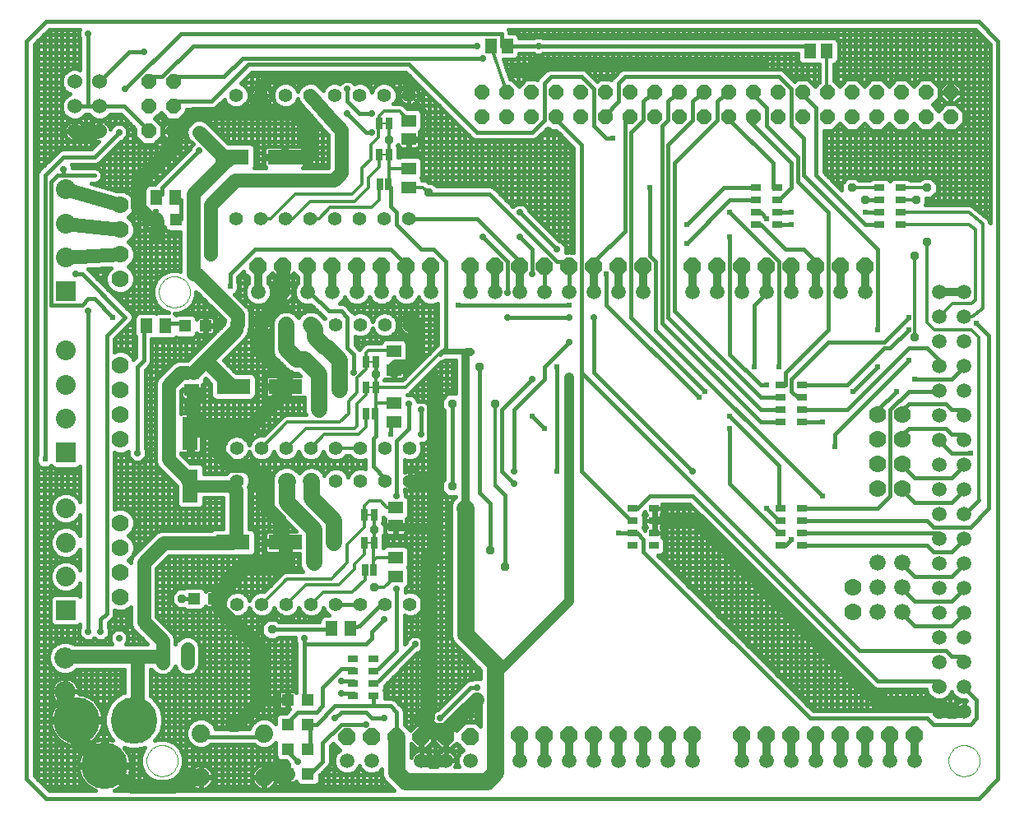
<source format=gtl>
G75*
G70*
%OFA0B0*%
%FSLAX24Y24*%
%IPPOS*%
%LPD*%
%AMOC8*
5,1,8,0,0,1.08239X$1,22.5*
%
%ADD10C,0.0160*%
%ADD11C,0.0594*%
%ADD12C,0.0000*%
%ADD13R,0.0472X0.0472*%
%ADD14R,0.0630X0.1378*%
%ADD15R,0.0591X0.0512*%
%ADD16C,0.0700*%
%ADD17C,0.0554*%
%ADD18C,0.0600*%
%ADD19R,0.1378X0.0630*%
%ADD20C,0.1890*%
%ADD21C,0.0560*%
%ADD22R,0.0512X0.0591*%
%ADD23R,0.0800X0.0800*%
%ADD24C,0.0800*%
%ADD25C,0.0860*%
%ADD26C,0.0740*%
%ADD27R,0.0433X0.0295*%
%ADD28OC8,0.0700*%
%ADD29C,0.0660*%
%ADD30OC8,0.0600*%
%ADD31C,0.0080*%
%ADD32R,0.0250X0.0500*%
%ADD33C,0.0700*%
%ADD34C,0.0500*%
%ADD35C,0.0120*%
%ADD36C,0.0600*%
%ADD37C,0.0320*%
%ADD38C,0.0240*%
%ADD39OC8,0.0591*%
%ADD40OC8,0.0240*%
%ADD41C,0.0240*%
%ADD42R,0.0356X0.0356*%
%ADD43OC8,0.0356*%
%ADD44C,0.0660*%
%ADD45C,0.0400*%
D10*
X003160Y001147D02*
X003947Y000359D01*
X041743Y000359D01*
X042530Y001147D01*
X042530Y031068D01*
X041743Y031855D01*
X003947Y031855D01*
X003160Y031068D01*
X003160Y001147D01*
X003480Y001279D02*
X003480Y030935D01*
X004080Y031535D01*
X005327Y031535D01*
X005300Y031508D01*
X005300Y031210D01*
X005340Y031170D01*
X005340Y029902D01*
X005233Y029946D01*
X005018Y029946D01*
X004820Y029864D01*
X004668Y029712D01*
X004586Y029513D01*
X004586Y029299D01*
X004668Y029100D01*
X004820Y028948D01*
X004922Y028906D01*
X004820Y028864D01*
X004668Y028712D01*
X004586Y028513D01*
X004586Y028299D01*
X004668Y028100D01*
X004820Y027948D01*
X005018Y027866D01*
X005233Y027866D01*
X005432Y027948D01*
X005570Y028086D01*
X005682Y028086D01*
X005820Y027948D01*
X006018Y027866D01*
X006233Y027866D01*
X006432Y027948D01*
X006570Y028086D01*
X006981Y028086D01*
X007570Y027497D01*
X007570Y027186D01*
X007886Y026869D01*
X008334Y026869D01*
X008650Y027186D01*
X008650Y027633D01*
X008374Y027909D01*
X008610Y028146D01*
X008886Y027869D01*
X009334Y027869D01*
X009650Y028186D01*
X009650Y028289D01*
X010724Y028289D01*
X010841Y028338D01*
X011177Y028674D01*
X011222Y028566D01*
X011367Y028421D01*
X011557Y028342D01*
X011763Y028342D01*
X011953Y028421D01*
X012098Y028566D01*
X012177Y028756D01*
X012177Y028962D01*
X012098Y029152D01*
X011953Y029298D01*
X011845Y029342D01*
X012293Y029789D01*
X018527Y029789D01*
X021139Y027178D01*
X021229Y027088D01*
X021346Y027039D01*
X023724Y027039D01*
X023841Y027088D01*
X024290Y027537D01*
X024393Y027433D01*
X024633Y027433D01*
X025340Y026727D01*
X025340Y022499D01*
X025244Y022499D01*
X025220Y022509D01*
X025100Y022509D01*
X025076Y022499D01*
X025020Y022499D01*
X025020Y022758D01*
X024809Y022969D01*
X024753Y022969D01*
X023520Y024202D01*
X023520Y024258D01*
X023309Y024469D01*
X023011Y024469D01*
X022882Y024340D01*
X022181Y025040D01*
X022091Y025130D01*
X021974Y025179D01*
X019781Y025179D01*
X019633Y025327D01*
X019466Y025327D01*
X019404Y025389D01*
X019294Y025435D01*
X019195Y025435D01*
X019195Y025439D01*
X019166Y025509D01*
X019195Y025580D01*
X019195Y026187D01*
X019159Y026275D01*
X019091Y026343D01*
X019003Y026379D01*
X018317Y026379D01*
X018229Y026343D01*
X018225Y026339D01*
X018225Y026757D01*
X018203Y026811D01*
X018235Y026843D01*
X018235Y026812D01*
X018244Y026779D01*
X018261Y026749D01*
X018285Y026725D01*
X018315Y026708D01*
X018348Y026699D01*
X018612Y026699D01*
X018612Y027037D01*
X018708Y027037D01*
X018708Y026699D01*
X018972Y026699D01*
X019005Y026708D01*
X019035Y026725D01*
X019059Y026749D01*
X019076Y026779D01*
X019085Y026812D01*
X019085Y027037D01*
X018708Y027037D01*
X018708Y027133D01*
X019085Y027133D01*
X019085Y027358D01*
X019082Y027370D01*
X019091Y027374D01*
X019159Y027441D01*
X019195Y027530D01*
X019195Y028137D01*
X019159Y028225D01*
X019091Y028293D01*
X019003Y028329D01*
X018588Y028329D01*
X018454Y028464D01*
X018344Y028509D01*
X018041Y028509D01*
X018098Y028566D01*
X018177Y028756D01*
X018177Y028962D01*
X018098Y029152D01*
X017953Y029298D01*
X017763Y029376D01*
X017557Y029376D01*
X017367Y029298D01*
X017222Y029152D01*
X017160Y029003D01*
X017098Y029152D01*
X016953Y029298D01*
X016763Y029376D01*
X016557Y029376D01*
X016447Y029331D01*
X016309Y029469D01*
X016011Y029469D01*
X015873Y029331D01*
X015763Y029376D01*
X015557Y029376D01*
X015367Y029298D01*
X015222Y029152D01*
X015181Y029053D01*
X015102Y029143D01*
X015098Y029152D01*
X015067Y029183D01*
X014985Y029278D01*
X014960Y029291D01*
X014953Y029298D01*
X014912Y029314D01*
X014799Y029371D01*
X014772Y029373D01*
X014763Y029376D01*
X014719Y029376D01*
X014593Y029385D01*
X014567Y029376D01*
X014557Y029376D01*
X014516Y029359D01*
X014397Y029319D01*
X014376Y029301D01*
X014367Y029298D01*
X014336Y029266D01*
X014241Y029184D01*
X014228Y029159D01*
X014222Y029152D01*
X014205Y029111D01*
X014156Y029013D01*
X014098Y029152D01*
X013953Y029298D01*
X013763Y029376D01*
X013557Y029376D01*
X013367Y029298D01*
X013222Y029152D01*
X013143Y028962D01*
X013143Y028756D01*
X013222Y028566D01*
X013367Y028421D01*
X013557Y028342D01*
X013763Y028342D01*
X013953Y028421D01*
X014098Y028566D01*
X014160Y028715D01*
X014200Y028596D01*
X014218Y028575D01*
X014222Y028566D01*
X014253Y028535D01*
X015212Y027432D01*
X015219Y027415D01*
X015279Y027354D01*
X015335Y027290D01*
X015352Y027282D01*
X015390Y027244D01*
X015390Y025929D01*
X014373Y025929D01*
X014392Y025940D01*
X014416Y025964D01*
X014433Y025994D01*
X014442Y026027D01*
X014442Y026282D01*
X013700Y026282D01*
X013700Y026437D01*
X013546Y026437D01*
X013546Y026804D01*
X012917Y026804D01*
X012884Y026795D01*
X012854Y026778D01*
X012830Y026754D01*
X012813Y026724D01*
X012804Y026691D01*
X012804Y026437D01*
X013546Y026437D01*
X013546Y026282D01*
X012804Y026282D01*
X012804Y026027D01*
X012813Y025994D01*
X012830Y025964D01*
X012854Y025940D01*
X012873Y025929D01*
X012398Y025929D01*
X012426Y025996D01*
X012426Y026722D01*
X012389Y026810D01*
X012322Y026878D01*
X012234Y026914D01*
X011340Y026914D01*
X010455Y027800D01*
X010263Y027879D01*
X010057Y027879D01*
X009865Y027800D01*
X009719Y027654D01*
X009640Y027463D01*
X009640Y028176D01*
X009650Y028199D02*
X014545Y028199D01*
X014440Y028320D02*
X014440Y026699D01*
X014442Y026691D02*
X014433Y026724D01*
X014416Y026754D01*
X014392Y026778D01*
X014362Y026795D01*
X014329Y026804D01*
X013700Y026804D01*
X013700Y026437D01*
X014442Y026437D01*
X014442Y026691D01*
X014411Y026759D02*
X015390Y026759D01*
X015390Y026519D02*
X014442Y026519D01*
X014440Y026437D02*
X014440Y026282D01*
X014442Y026279D02*
X015390Y026279D01*
X015390Y026039D02*
X014442Y026039D01*
X014440Y026020D02*
X014440Y025929D01*
X014680Y025929D02*
X014680Y028044D01*
X014754Y027959D02*
X009424Y027959D01*
X009400Y027936D02*
X009400Y027727D01*
X009408Y027719D02*
X009785Y027719D01*
X009880Y027806D02*
X009880Y028289D01*
X010120Y028289D02*
X010120Y027879D01*
X010360Y027839D02*
X010360Y028289D01*
X010600Y028289D02*
X010600Y027655D01*
X010535Y027719D02*
X014962Y027719D01*
X014920Y027768D02*
X014920Y025929D01*
X015160Y025929D02*
X015160Y027492D01*
X015171Y027479D02*
X010775Y027479D01*
X010840Y027415D02*
X010840Y028337D01*
X010943Y028439D02*
X011349Y028439D01*
X011320Y028468D02*
X011320Y026935D01*
X011255Y026999D02*
X015390Y026999D01*
X015390Y027239D02*
X011015Y027239D01*
X011080Y027175D02*
X011080Y028577D01*
X010660Y028609D02*
X012160Y030109D01*
X018660Y030109D01*
X021410Y027359D01*
X023660Y027359D01*
X024160Y027859D01*
X024160Y029359D01*
X024410Y029609D01*
X025660Y029609D01*
X026160Y029109D01*
X026160Y027609D01*
X026660Y027109D01*
X026910Y027109D01*
X027660Y027359D02*
X028160Y027859D01*
X028160Y028609D01*
X028410Y028859D01*
X028617Y028973D01*
X029160Y028609D02*
X029410Y028859D01*
X029617Y028973D01*
X029160Y028609D02*
X029160Y027859D01*
X028910Y027609D01*
X028910Y019609D01*
X032910Y015609D01*
X033739Y015609D01*
X033739Y016109D02*
X032910Y016109D01*
X029160Y019859D01*
X029160Y026859D01*
X030160Y027859D01*
X030160Y028609D01*
X030410Y028859D01*
X030617Y028973D01*
X031160Y028609D02*
X031410Y028859D01*
X031617Y028973D01*
X031160Y028609D02*
X031160Y027859D01*
X029410Y026109D01*
X029410Y020109D01*
X032910Y016609D01*
X033739Y016609D01*
X034160Y016859D02*
X034160Y017359D01*
X035660Y018859D01*
X037910Y018859D01*
X038910Y019859D01*
X038910Y019359D02*
X038160Y018609D01*
X037910Y018609D01*
X036410Y017109D01*
X034581Y017109D01*
X034160Y016859D02*
X034410Y016609D01*
X034581Y016609D01*
X034581Y016109D02*
X036410Y016109D01*
X038910Y018609D01*
X039660Y018609D01*
X040160Y018109D01*
X040160Y017891D01*
X040660Y017359D02*
X041160Y017859D01*
X041160Y017891D01*
X040660Y017359D02*
X039160Y017359D01*
X038910Y016859D02*
X040160Y016859D01*
X040160Y016891D01*
X040410Y016359D02*
X038910Y016359D01*
X038660Y016109D01*
X038660Y015909D01*
X038160Y016109D02*
X038910Y016859D01*
X038410Y016859D02*
X037660Y016109D01*
X037660Y015909D01*
X038160Y016109D02*
X038160Y012609D01*
X037660Y012109D01*
X034581Y012109D01*
X035410Y012609D02*
X028660Y019359D01*
X028660Y022109D01*
X028410Y022359D01*
X028410Y025109D01*
X029910Y023609D02*
X031410Y025109D01*
X032739Y025109D01*
X032739Y024609D02*
X031660Y024609D01*
X029910Y022859D01*
X031660Y023109D02*
X031660Y018359D01*
X032910Y017109D01*
X033160Y017109D01*
X033739Y017109D02*
X033910Y017109D01*
X033910Y017609D01*
X035660Y019359D01*
X035660Y024109D01*
X034410Y025359D01*
X034410Y026359D01*
X033160Y027609D01*
X033160Y028359D01*
X032660Y028859D01*
X032617Y028973D01*
X032680Y029929D02*
X032680Y030539D01*
X032440Y030539D02*
X032440Y029929D01*
X032200Y029929D02*
X032200Y030539D01*
X031960Y030539D02*
X031960Y029929D01*
X031720Y029929D02*
X031720Y030539D01*
X031480Y030539D02*
X031480Y029929D01*
X031240Y029929D02*
X031240Y030539D01*
X031000Y030539D02*
X031000Y029929D01*
X030760Y029929D02*
X030760Y030539D01*
X030520Y030539D02*
X030520Y029929D01*
X030280Y029929D02*
X030280Y030539D01*
X030040Y030539D02*
X030040Y029929D01*
X029800Y029929D02*
X029800Y030539D01*
X029560Y030539D02*
X029560Y029929D01*
X029320Y029929D02*
X029320Y030539D01*
X029080Y030539D02*
X029080Y029929D01*
X028840Y029929D02*
X028840Y030539D01*
X028600Y030539D02*
X028600Y029929D01*
X028360Y029929D02*
X028360Y030539D01*
X028120Y030539D02*
X028120Y029929D01*
X027880Y029929D02*
X027880Y030539D01*
X027640Y030539D02*
X027640Y029929D01*
X027400Y029929D02*
X027400Y030539D01*
X027160Y030539D02*
X027160Y029812D01*
X027227Y029879D02*
X025843Y029879D01*
X025841Y029880D02*
X025724Y029929D01*
X024346Y029929D01*
X024229Y029880D01*
X024139Y029790D01*
X023889Y029540D01*
X023867Y029487D01*
X023840Y029513D01*
X023393Y029513D01*
X023117Y029237D01*
X022840Y029513D01*
X022840Y030324D01*
X022948Y030324D02*
X023036Y030360D01*
X023104Y030428D01*
X023141Y030516D01*
X023141Y030539D01*
X023721Y030539D01*
X023761Y030499D01*
X024059Y030499D01*
X024099Y030539D01*
X034429Y030539D01*
X034429Y030316D01*
X034466Y030228D01*
X034533Y030160D01*
X034622Y030124D01*
X035229Y030124D01*
X035260Y030137D01*
X035291Y030124D01*
X035295Y030124D01*
X035295Y029415D01*
X035117Y029237D01*
X034840Y029513D01*
X034840Y030124D01*
X035080Y030124D02*
X035080Y029274D01*
X034955Y029399D02*
X035279Y029399D01*
X035295Y029639D02*
X034083Y029639D01*
X034120Y029602D02*
X034120Y030539D01*
X033880Y030539D02*
X033880Y029842D01*
X033843Y029879D02*
X035295Y029879D01*
X035295Y030119D02*
X022549Y030119D01*
X022600Y029972D02*
X022600Y030324D01*
X022478Y030324D02*
X022948Y030324D01*
X023033Y030359D02*
X034429Y030359D01*
X034360Y030539D02*
X034360Y029480D01*
X034393Y029513D02*
X034301Y029421D01*
X033931Y029790D01*
X033841Y029880D01*
X033724Y029929D01*
X027346Y029929D01*
X027229Y029880D01*
X026979Y029630D01*
X026889Y029540D01*
X026867Y029487D01*
X026840Y029513D01*
X026393Y029513D01*
X026301Y029421D01*
X025931Y029790D01*
X025931Y029790D01*
X025841Y029880D01*
X025720Y029929D02*
X025720Y030539D01*
X025960Y030539D02*
X025960Y029762D01*
X026083Y029639D02*
X026987Y029639D01*
X026920Y029572D02*
X026920Y030539D01*
X026680Y030539D02*
X026680Y029513D01*
X026440Y029513D02*
X026440Y030539D01*
X026200Y030539D02*
X026200Y029522D01*
X025480Y029929D02*
X025480Y030539D01*
X025240Y030539D02*
X025240Y029929D01*
X025000Y029929D02*
X025000Y030539D01*
X024760Y030539D02*
X024760Y029929D01*
X024520Y029929D02*
X024520Y030539D01*
X024280Y030539D02*
X024280Y029902D01*
X024227Y029879D02*
X022632Y029879D01*
X022715Y029639D02*
X023987Y029639D01*
X024040Y029692D02*
X024040Y030499D01*
X023800Y030499D02*
X023800Y029513D01*
X023560Y029513D02*
X023560Y030539D01*
X023320Y030539D02*
X023320Y029440D01*
X023279Y029399D02*
X022955Y029399D01*
X022840Y029513D02*
X022759Y029513D01*
X022478Y030324D01*
X022410Y030859D02*
X022645Y030859D01*
X023910Y030859D01*
X034910Y030859D01*
X034925Y030659D01*
X034840Y031194D02*
X034840Y031535D01*
X034600Y031535D02*
X034600Y031185D01*
X034585Y031179D02*
X024099Y031179D01*
X024059Y031219D01*
X023761Y031219D01*
X023721Y031179D01*
X023141Y031179D01*
X023141Y031202D01*
X023104Y031290D01*
X023036Y031358D01*
X022948Y031394D01*
X022730Y031394D01*
X022730Y031423D01*
X022683Y031535D01*
X041610Y031535D01*
X042210Y030935D01*
X042210Y023673D01*
X042210Y023674D01*
X042210Y023719D01*
X042204Y023733D01*
X042203Y023748D01*
X042181Y023788D01*
X042164Y023829D01*
X042153Y023840D01*
X042146Y023854D01*
X042112Y023882D01*
X042080Y023914D01*
X042066Y023919D01*
X041562Y024332D01*
X041530Y024364D01*
X041516Y024369D01*
X041504Y024379D01*
X041461Y024392D01*
X041420Y024409D01*
X041404Y024409D01*
X041390Y024414D01*
X041345Y024409D01*
X039601Y024409D01*
X039628Y024436D01*
X039628Y024691D01*
X039833Y024691D01*
X040078Y024936D01*
X040078Y025282D01*
X039833Y025527D01*
X039487Y025527D01*
X039369Y025409D01*
X038985Y025409D01*
X038934Y025460D01*
X038846Y025497D01*
X038317Y025497D01*
X038229Y025460D01*
X038161Y025393D01*
X038160Y025390D01*
X038159Y025393D01*
X038091Y025460D01*
X038003Y025497D01*
X037474Y025497D01*
X037386Y025460D01*
X037335Y025409D01*
X036901Y025409D01*
X036783Y025527D01*
X036437Y025527D01*
X036192Y025282D01*
X036192Y025030D01*
X035480Y025742D01*
X035480Y027433D01*
X035840Y027433D01*
X036117Y027710D01*
X036393Y027433D01*
X036840Y027433D01*
X037117Y027710D01*
X037393Y027433D01*
X037840Y027433D01*
X038117Y027710D01*
X038393Y027433D01*
X038840Y027433D01*
X039117Y027710D01*
X039393Y027433D01*
X039840Y027433D01*
X040117Y027710D01*
X040393Y027433D01*
X040840Y027433D01*
X040840Y024409D01*
X041080Y024409D02*
X041080Y027673D01*
X041126Y027719D02*
X042210Y027719D01*
X042210Y027479D02*
X040886Y027479D01*
X040840Y027433D02*
X041157Y027750D01*
X041157Y028197D01*
X040840Y028513D01*
X040840Y028589D01*
X040795Y028543D02*
X041047Y028795D01*
X041047Y028953D01*
X040637Y028953D01*
X040637Y028993D01*
X041047Y028993D01*
X041047Y029151D01*
X040795Y029403D01*
X040637Y029403D01*
X040637Y028993D01*
X040597Y028993D01*
X040597Y028953D01*
X040637Y028953D01*
X040637Y028543D01*
X040795Y028543D01*
X040840Y028513D02*
X040393Y028513D01*
X040117Y028237D01*
X039880Y028473D01*
X040157Y028750D01*
X040157Y029197D01*
X039840Y029513D01*
X039393Y029513D01*
X039117Y029237D01*
X038840Y029513D01*
X038393Y029513D01*
X038117Y029237D01*
X037840Y029513D01*
X037393Y029513D01*
X037117Y029237D01*
X036840Y029513D01*
X036393Y029513D01*
X036117Y029237D01*
X035895Y029459D01*
X035895Y030124D01*
X035898Y030124D01*
X035986Y030160D01*
X036054Y030228D01*
X036091Y030316D01*
X036091Y031002D01*
X036054Y031090D01*
X035986Y031158D01*
X035898Y031194D01*
X035291Y031194D01*
X035260Y031182D01*
X035229Y031194D01*
X034622Y031194D01*
X034585Y031179D01*
X034360Y031179D02*
X034360Y031535D01*
X034120Y031535D02*
X034120Y031179D01*
X033880Y031179D02*
X033880Y031535D01*
X033640Y031535D02*
X033640Y031179D01*
X033400Y031179D02*
X033400Y031535D01*
X033160Y031535D02*
X033160Y031179D01*
X032920Y031179D02*
X032920Y031535D01*
X032680Y031535D02*
X032680Y031179D01*
X032440Y031179D02*
X032440Y031535D01*
X032200Y031535D02*
X032200Y031179D01*
X031960Y031179D02*
X031960Y031535D01*
X031720Y031535D02*
X031720Y031179D01*
X031480Y031179D02*
X031480Y031535D01*
X031240Y031535D02*
X031240Y031179D01*
X031000Y031179D02*
X031000Y031535D01*
X030760Y031535D02*
X030760Y031179D01*
X030520Y031179D02*
X030520Y031535D01*
X030280Y031535D02*
X030280Y031179D01*
X030040Y031179D02*
X030040Y031535D01*
X029800Y031535D02*
X029800Y031179D01*
X029560Y031179D02*
X029560Y031535D01*
X029320Y031535D02*
X029320Y031179D01*
X029080Y031179D02*
X029080Y031535D01*
X028840Y031535D02*
X028840Y031179D01*
X028600Y031179D02*
X028600Y031535D01*
X028360Y031535D02*
X028360Y031179D01*
X028120Y031179D02*
X028120Y031535D01*
X027880Y031535D02*
X027880Y031179D01*
X027640Y031179D02*
X027640Y031535D01*
X027400Y031535D02*
X027400Y031179D01*
X027160Y031179D02*
X027160Y031535D01*
X026920Y031535D02*
X026920Y031179D01*
X026680Y031179D02*
X026680Y031535D01*
X026440Y031535D02*
X026440Y031179D01*
X026200Y031179D02*
X026200Y031535D01*
X025960Y031535D02*
X025960Y031179D01*
X025720Y031179D02*
X025720Y031535D01*
X025480Y031535D02*
X025480Y031179D01*
X025240Y031179D02*
X025240Y031535D01*
X025000Y031535D02*
X025000Y031179D01*
X024760Y031179D02*
X024760Y031535D01*
X024520Y031535D02*
X024520Y031179D01*
X024280Y031179D02*
X024280Y031535D01*
X024040Y031535D02*
X024040Y031219D01*
X023800Y031219D02*
X023800Y031535D01*
X023560Y031535D02*
X023560Y031179D01*
X023320Y031179D02*
X023320Y031535D01*
X023080Y031535D02*
X023080Y031314D01*
X023075Y031319D02*
X041826Y031319D01*
X041800Y031345D02*
X041800Y024137D01*
X041822Y024119D02*
X042210Y024119D01*
X042210Y023879D02*
X042115Y023879D01*
X042040Y023940D02*
X042040Y031105D01*
X042066Y031079D02*
X036059Y031079D01*
X036040Y031104D02*
X036040Y031535D01*
X036280Y031535D02*
X036280Y029400D01*
X036279Y029399D02*
X035955Y029399D01*
X036040Y029314D02*
X036040Y030214D01*
X036091Y030359D02*
X042210Y030359D01*
X042210Y030119D02*
X035895Y030119D01*
X035895Y029879D02*
X042210Y029879D01*
X042210Y029639D02*
X035895Y029639D01*
X036520Y029513D02*
X036520Y031535D01*
X036760Y031535D02*
X036760Y029513D01*
X036955Y029399D02*
X037279Y029399D01*
X037240Y029360D02*
X037240Y031535D01*
X037480Y031535D02*
X037480Y029513D01*
X037720Y029513D02*
X037720Y031535D01*
X037960Y031535D02*
X037960Y029394D01*
X037955Y029399D02*
X038279Y029399D01*
X038200Y029320D02*
X038200Y031535D01*
X038440Y031535D02*
X038440Y029513D01*
X038680Y029513D02*
X038680Y031535D01*
X038920Y031535D02*
X038920Y029434D01*
X038955Y029399D02*
X039279Y029399D01*
X039400Y029513D02*
X039400Y031535D01*
X039160Y031535D02*
X039160Y029280D01*
X039640Y029513D02*
X039640Y031535D01*
X039880Y031535D02*
X039880Y029474D01*
X039955Y029399D02*
X040434Y029399D01*
X040439Y029403D02*
X040187Y029151D01*
X040187Y028993D01*
X040597Y028993D01*
X040597Y029403D01*
X040439Y029403D01*
X040360Y029325D02*
X040360Y031535D01*
X040600Y031535D02*
X040600Y028993D01*
X040600Y028953D02*
X040600Y028513D01*
X040597Y028543D02*
X040597Y028953D01*
X040187Y028953D01*
X040187Y028795D01*
X040439Y028543D01*
X040597Y028543D01*
X040597Y028679D02*
X040637Y028679D01*
X040637Y028919D02*
X040597Y028919D01*
X040360Y028953D02*
X040360Y028993D01*
X040187Y028919D02*
X040157Y028919D01*
X040120Y028713D02*
X040120Y028240D01*
X040319Y028439D02*
X039915Y028439D01*
X040086Y028679D02*
X040303Y028679D01*
X040360Y028622D02*
X040360Y028480D01*
X040915Y028439D02*
X042210Y028439D01*
X042210Y028199D02*
X041155Y028199D01*
X041080Y028274D02*
X041080Y031535D01*
X040840Y031535D02*
X040840Y029358D01*
X040799Y029399D02*
X042210Y029399D01*
X042210Y029159D02*
X041039Y029159D01*
X041047Y028919D02*
X042210Y028919D01*
X042210Y028679D02*
X040931Y028679D01*
X040840Y028953D02*
X040840Y028993D01*
X040637Y029159D02*
X040597Y029159D01*
X040597Y029399D02*
X040637Y029399D01*
X040194Y029159D02*
X040157Y029159D01*
X040120Y029234D02*
X040120Y031535D01*
X041320Y031535D02*
X041320Y024409D01*
X041534Y024359D02*
X042210Y024359D01*
X042210Y024599D02*
X039628Y024599D01*
X039640Y024691D02*
X039640Y024409D01*
X039880Y024409D02*
X039880Y024738D01*
X039981Y024839D02*
X042210Y024839D01*
X042210Y025079D02*
X040078Y025079D01*
X040041Y025319D02*
X042210Y025319D01*
X042210Y025559D02*
X035663Y025559D01*
X035560Y025662D02*
X035560Y027433D01*
X035480Y027239D02*
X042210Y027239D01*
X042210Y026999D02*
X035480Y026999D01*
X035480Y026759D02*
X042210Y026759D01*
X042210Y026519D02*
X035480Y026519D01*
X035480Y026279D02*
X042210Y026279D01*
X042210Y026039D02*
X035480Y026039D01*
X035480Y025799D02*
X042210Y025799D01*
X040600Y024409D02*
X040600Y027433D01*
X040360Y027466D02*
X040360Y024409D01*
X040120Y024409D02*
X040120Y027706D01*
X040347Y027479D02*
X039886Y027479D01*
X039880Y027473D02*
X039880Y025480D01*
X039640Y025527D02*
X039640Y027433D01*
X039400Y027433D02*
X039400Y025440D01*
X039160Y025409D02*
X039160Y027666D01*
X039347Y027479D02*
X038886Y027479D01*
X038920Y027513D02*
X038920Y025466D01*
X038680Y025497D02*
X038680Y027433D01*
X038440Y027433D02*
X038440Y025497D01*
X038200Y025432D02*
X038200Y027626D01*
X038347Y027479D02*
X037886Y027479D01*
X037960Y027553D02*
X037960Y025497D01*
X037720Y025497D02*
X037720Y027433D01*
X037480Y027433D02*
X037480Y025497D01*
X037240Y025409D02*
X037240Y027586D01*
X037347Y027479D02*
X036886Y027479D01*
X036760Y027433D02*
X036760Y025527D01*
X036520Y025527D02*
X036520Y027433D01*
X036347Y027479D02*
X035886Y027479D01*
X035800Y027433D02*
X035800Y025422D01*
X035903Y025319D02*
X036229Y025319D01*
X036280Y025370D02*
X036280Y027546D01*
X036040Y027633D02*
X036040Y025182D01*
X036143Y025079D02*
X036192Y025079D01*
X037000Y025409D02*
X037000Y027593D01*
X035160Y028359D02*
X034660Y028859D01*
X034617Y028973D01*
X034160Y029109D02*
X033660Y029609D01*
X027410Y029609D01*
X027160Y029359D01*
X027160Y028609D01*
X026610Y028059D01*
X026617Y027973D01*
X027410Y027859D02*
X027617Y027973D01*
X027410Y027859D02*
X027410Y023359D01*
X026160Y022109D01*
X026160Y021909D01*
X026660Y021609D02*
X026660Y020359D01*
X030410Y016609D01*
X030660Y016859D02*
X027660Y019859D01*
X027660Y027359D01*
X025660Y026859D02*
X024660Y027859D01*
X024617Y027973D01*
X024520Y027433D02*
X024520Y023202D01*
X024563Y023159D02*
X025340Y023159D01*
X025340Y022919D02*
X024859Y022919D01*
X024760Y022969D02*
X024760Y027307D01*
X024827Y027239D02*
X023993Y027239D01*
X024040Y027287D02*
X024040Y023682D01*
X024083Y023639D02*
X025340Y023639D01*
X025340Y023399D02*
X024323Y023399D01*
X024280Y023442D02*
X024280Y027527D01*
X024233Y027479D02*
X024347Y027479D01*
X023800Y027071D02*
X023800Y023922D01*
X023843Y023879D02*
X025340Y023879D01*
X025340Y024119D02*
X023603Y024119D01*
X023560Y024162D02*
X023560Y027039D01*
X023320Y027039D02*
X023320Y024458D01*
X023419Y024359D02*
X025340Y024359D01*
X025340Y024599D02*
X022623Y024599D01*
X022600Y024622D02*
X022600Y027039D01*
X022360Y027039D02*
X022360Y024862D01*
X022383Y024839D02*
X025340Y024839D01*
X025340Y025079D02*
X022143Y025079D01*
X022120Y025102D02*
X022120Y027039D01*
X021880Y027039D02*
X021880Y025179D01*
X021640Y025179D02*
X021640Y027039D01*
X021400Y027039D02*
X021400Y025179D01*
X021160Y025179D02*
X021160Y027157D01*
X021077Y027239D02*
X019085Y027239D01*
X019000Y027133D02*
X019000Y027037D01*
X019085Y026999D02*
X025067Y026999D01*
X025000Y027067D02*
X025000Y022778D01*
X025020Y022679D02*
X025340Y022679D01*
X025240Y022501D02*
X025240Y026827D01*
X025307Y026759D02*
X019065Y026759D01*
X019000Y026707D02*
X019000Y026379D01*
X019155Y026279D02*
X025340Y026279D01*
X025340Y026039D02*
X019195Y026039D01*
X019195Y025799D02*
X025340Y025799D01*
X025340Y025559D02*
X019187Y025559D01*
X019240Y025435D02*
X019240Y029077D01*
X019157Y029159D02*
X018936Y029159D01*
X018925Y029170D02*
X018873Y029207D01*
X018816Y029237D01*
X018755Y029256D01*
X018692Y029266D01*
X018669Y029266D01*
X018669Y028868D01*
X019067Y028868D01*
X019067Y028891D01*
X019057Y028955D01*
X019037Y029015D01*
X019008Y029073D01*
X018971Y029124D01*
X018925Y029170D01*
X019000Y029084D02*
X019000Y029317D01*
X018917Y029399D02*
X016379Y029399D01*
X016360Y029418D02*
X016360Y029789D01*
X016120Y029789D02*
X016120Y029469D01*
X015941Y029399D02*
X011903Y029399D01*
X012040Y029537D02*
X012040Y029211D01*
X012091Y029159D02*
X012384Y029159D01*
X012395Y029170D02*
X012349Y029124D01*
X012312Y029073D01*
X012283Y029015D01*
X012263Y028955D01*
X012253Y028891D01*
X012253Y028868D01*
X012651Y028868D01*
X012651Y028851D01*
X012253Y028851D01*
X012253Y028827D01*
X012263Y028764D01*
X012283Y028703D01*
X012312Y028646D01*
X012349Y028594D01*
X012395Y028549D01*
X012447Y028511D01*
X012504Y028482D01*
X012565Y028462D01*
X012628Y028452D01*
X012651Y028452D01*
X012651Y028851D01*
X012669Y028851D01*
X012669Y028868D01*
X013067Y028868D01*
X013067Y028891D01*
X013057Y028955D01*
X013037Y029015D01*
X013008Y029073D01*
X012971Y029124D01*
X012925Y029170D01*
X012873Y029207D01*
X012816Y029237D01*
X012755Y029256D01*
X012692Y029266D01*
X012669Y029266D01*
X012669Y028868D01*
X012651Y028868D01*
X012651Y029266D01*
X012628Y029266D01*
X012565Y029256D01*
X012504Y029237D01*
X012447Y029207D01*
X012395Y029170D01*
X012520Y029242D02*
X012520Y029789D01*
X012760Y029789D02*
X012760Y029255D01*
X012669Y029159D02*
X012651Y029159D01*
X012651Y028919D02*
X012669Y028919D01*
X012669Y028851D02*
X013067Y028851D01*
X013067Y028827D01*
X013057Y028764D01*
X013037Y028703D01*
X013008Y028646D01*
X012971Y028594D01*
X012925Y028549D01*
X012873Y028511D01*
X012816Y028482D01*
X012755Y028462D01*
X012692Y028452D01*
X012669Y028452D01*
X012669Y028851D01*
X012760Y028851D02*
X012760Y028868D01*
X012669Y028679D02*
X012651Y028679D01*
X012520Y028851D02*
X012520Y028868D01*
X012280Y028851D02*
X012280Y028868D01*
X012257Y028919D02*
X012177Y028919D01*
X012280Y029007D02*
X012280Y029777D01*
X012143Y029639D02*
X018677Y029639D01*
X018760Y029557D02*
X018760Y029255D01*
X018651Y029266D02*
X018628Y029266D01*
X018565Y029256D01*
X018504Y029237D01*
X018447Y029207D01*
X018395Y029170D01*
X018349Y029124D01*
X018312Y029073D01*
X018283Y029015D01*
X018263Y028955D01*
X018253Y028891D01*
X018253Y028868D01*
X018651Y028868D01*
X018651Y028851D01*
X018253Y028851D01*
X018253Y028827D01*
X018263Y028764D01*
X018283Y028703D01*
X018312Y028646D01*
X018349Y028594D01*
X018395Y028549D01*
X018447Y028511D01*
X018504Y028482D01*
X018565Y028462D01*
X018628Y028452D01*
X018651Y028452D01*
X018651Y028851D01*
X018669Y028851D01*
X018669Y028868D01*
X018651Y028868D01*
X018651Y029266D01*
X018651Y029159D02*
X018669Y029159D01*
X018520Y029242D02*
X018520Y029789D01*
X018280Y029789D02*
X018280Y029007D01*
X018257Y028919D02*
X018177Y028919D01*
X018280Y028868D02*
X018280Y028851D01*
X018280Y028711D02*
X018280Y028509D01*
X018295Y028679D02*
X018145Y028679D01*
X018478Y028439D02*
X019877Y028439D01*
X019960Y028357D02*
X019960Y025179D01*
X020200Y025179D02*
X020200Y028117D01*
X020117Y028199D02*
X019169Y028199D01*
X019000Y028329D02*
X019000Y028634D01*
X019008Y028646D02*
X018971Y028594D01*
X018925Y028549D01*
X018873Y028511D01*
X018816Y028482D01*
X018755Y028462D01*
X018692Y028452D01*
X018669Y028452D01*
X018669Y028851D01*
X019067Y028851D01*
X019067Y028827D01*
X019057Y028764D01*
X019037Y028703D01*
X019008Y028646D01*
X019025Y028679D02*
X019637Y028679D01*
X019720Y028597D02*
X019720Y025240D01*
X019641Y025319D02*
X025340Y025319D01*
X025340Y026519D02*
X018225Y026519D01*
X018280Y026364D02*
X018280Y026730D01*
X018255Y026759D02*
X018224Y026759D01*
X018520Y026699D02*
X018520Y026379D01*
X018760Y026379D02*
X018760Y026699D01*
X018708Y026759D02*
X018612Y026759D01*
X018612Y026999D02*
X018708Y026999D01*
X018760Y027037D02*
X018760Y027133D01*
X019174Y027479D02*
X020837Y027479D01*
X020920Y027397D02*
X020920Y025179D01*
X020680Y025179D02*
X020680Y027637D01*
X020597Y027719D02*
X019195Y027719D01*
X019195Y027959D02*
X020357Y027959D01*
X020440Y027877D02*
X020440Y025179D01*
X019480Y025327D02*
X019480Y028837D01*
X019397Y028919D02*
X019063Y028919D01*
X019000Y028868D02*
X019000Y028851D01*
X018760Y028851D02*
X018760Y028868D01*
X018669Y028919D02*
X018651Y028919D01*
X018520Y028868D02*
X018520Y028851D01*
X018651Y028679D02*
X018669Y028679D01*
X018760Y028464D02*
X018760Y028329D01*
X018520Y028397D02*
X018520Y028477D01*
X018384Y029159D02*
X018091Y029159D01*
X018040Y029211D02*
X018040Y029789D01*
X017800Y029789D02*
X017800Y029361D01*
X017560Y029376D02*
X017560Y029789D01*
X017320Y029789D02*
X017320Y029251D01*
X017229Y029159D02*
X017091Y029159D01*
X017080Y029171D02*
X017080Y029789D01*
X016840Y029789D02*
X016840Y029344D01*
X016600Y029376D02*
X016600Y029789D01*
X015880Y029789D02*
X015880Y029338D01*
X015640Y029376D02*
X015640Y029789D01*
X015400Y029789D02*
X015400Y029311D01*
X015229Y029159D02*
X015091Y029159D01*
X015160Y029077D02*
X015160Y029789D01*
X014920Y029789D02*
X014920Y029311D01*
X014680Y029379D02*
X014680Y029789D01*
X014440Y029789D02*
X014440Y029334D01*
X014229Y029159D02*
X014091Y029159D01*
X014200Y029102D02*
X014200Y029789D01*
X013960Y029789D02*
X013960Y029291D01*
X013720Y029376D02*
X013720Y029789D01*
X013480Y029789D02*
X013480Y029344D01*
X013240Y029171D02*
X013240Y029789D01*
X013000Y029789D02*
X013000Y029084D01*
X012936Y029159D02*
X013229Y029159D01*
X013143Y028919D02*
X013063Y028919D01*
X013000Y028868D02*
X013000Y028851D01*
X013025Y028679D02*
X013175Y028679D01*
X013240Y028548D02*
X013240Y026804D01*
X013000Y026804D02*
X013000Y028634D01*
X012760Y028464D02*
X012760Y025929D01*
X012804Y026039D02*
X012426Y026039D01*
X012520Y025929D02*
X012520Y028477D01*
X012295Y028679D02*
X012145Y028679D01*
X012280Y028711D02*
X012280Y026895D01*
X012411Y026759D02*
X012835Y026759D01*
X012804Y026519D02*
X012426Y026519D01*
X012426Y026279D02*
X012804Y026279D01*
X013000Y026282D02*
X013000Y026437D01*
X013240Y026437D02*
X013240Y026282D01*
X013480Y026282D02*
X013480Y026437D01*
X013546Y026519D02*
X013700Y026519D01*
X013720Y026437D02*
X013720Y026282D01*
X013960Y026282D02*
X013960Y026437D01*
X014200Y026437D02*
X014200Y026282D01*
X014200Y026804D02*
X014200Y028596D01*
X014172Y028679D02*
X014145Y028679D01*
X013971Y028439D02*
X014336Y028439D01*
X013960Y028428D02*
X013960Y026804D01*
X013720Y026804D02*
X013720Y028342D01*
X013480Y028374D02*
X013480Y026804D01*
X013546Y026759D02*
X013700Y026759D01*
X012040Y026914D02*
X012040Y028508D01*
X011971Y028439D02*
X013349Y028439D01*
X011800Y028357D02*
X011800Y026914D01*
X011560Y026914D02*
X011560Y028342D01*
X010660Y028609D02*
X009160Y028609D01*
X009110Y028409D01*
X008680Y028076D02*
X008680Y027587D01*
X008680Y027429D01*
X008680Y027389D01*
X008680Y027231D01*
X008680Y025582D01*
X008657Y025559D02*
X006230Y025559D01*
X006230Y025546D02*
X006230Y025673D01*
X006181Y025790D01*
X006091Y025880D01*
X005974Y025929D01*
X005020Y025929D01*
X005020Y026008D01*
X004989Y026039D01*
X005974Y026039D01*
X009137Y026039D01*
X009160Y026062D02*
X009160Y026979D01*
X009130Y026979D02*
X009288Y026979D01*
X009540Y027231D01*
X009540Y027389D01*
X009130Y027389D01*
X009130Y026979D01*
X009130Y026999D02*
X009090Y026999D01*
X009090Y026979D02*
X009090Y027389D01*
X009130Y027389D01*
X009130Y027429D01*
X009540Y027429D01*
X009540Y027587D01*
X009288Y027839D01*
X009130Y027839D01*
X009130Y027429D01*
X009090Y027429D01*
X009090Y027389D01*
X008680Y027389D01*
X008680Y027429D02*
X009090Y027429D01*
X009090Y027839D01*
X008932Y027839D01*
X008680Y027587D01*
X008680Y027479D02*
X008650Y027479D01*
X008650Y027239D02*
X008680Y027239D01*
X008680Y027231D02*
X008932Y026979D01*
X009090Y026979D01*
X008920Y026991D02*
X008920Y025822D01*
X008897Y025799D02*
X006173Y025799D01*
X006040Y025902D02*
X006040Y026067D01*
X006091Y026088D02*
X006181Y026178D01*
X007003Y026999D01*
X007059Y026999D01*
X007756Y026999D01*
X007720Y027036D02*
X007720Y020039D01*
X007432Y020039D01*
X007431Y020040D02*
X005681Y021790D01*
X005656Y021816D01*
X006584Y021868D01*
X006460Y021743D01*
X006370Y021527D01*
X006370Y021292D01*
X006460Y021075D01*
X006626Y020909D01*
X006843Y020819D01*
X007077Y020819D01*
X007294Y020909D01*
X007460Y021075D01*
X007550Y021292D01*
X007550Y021527D01*
X007460Y021743D01*
X007294Y021909D01*
X007460Y022075D01*
X007550Y022292D01*
X007550Y022527D01*
X007460Y022743D01*
X007294Y022909D01*
X007460Y023075D01*
X007550Y023292D01*
X007550Y023527D01*
X007460Y023743D01*
X007294Y023909D01*
X007460Y024075D01*
X007550Y024292D01*
X007550Y024527D01*
X007460Y024743D01*
X007294Y024909D01*
X007077Y024999D01*
X006843Y024999D01*
X006821Y024990D01*
X005784Y025289D01*
X005974Y025289D01*
X006091Y025338D01*
X006181Y025428D01*
X006230Y025546D01*
X006046Y025319D02*
X008417Y025319D01*
X008440Y025342D02*
X008440Y026976D01*
X008464Y026999D02*
X008912Y026999D01*
X009090Y027239D02*
X009130Y027239D01*
X009160Y027389D02*
X009160Y027429D01*
X009130Y027479D02*
X009090Y027479D01*
X008920Y027429D02*
X008920Y027389D01*
X008812Y027719D02*
X008564Y027719D01*
X008440Y027843D02*
X008440Y027976D01*
X008424Y027959D02*
X008796Y027959D01*
X008920Y027869D02*
X008920Y027827D01*
X009090Y027719D02*
X009130Y027719D01*
X009160Y027839D02*
X009160Y027869D01*
X009400Y027429D02*
X009400Y027389D01*
X009540Y027479D02*
X009647Y027479D01*
X009640Y027463D02*
X009640Y027256D01*
X009640Y026542D01*
X009617Y026519D02*
X006523Y026519D01*
X006520Y026517D02*
X006520Y025077D01*
X006513Y025079D02*
X007951Y025079D01*
X007960Y025100D02*
X007960Y026869D01*
X008200Y026869D02*
X008200Y025244D01*
X008132Y025244D02*
X008044Y025208D01*
X007977Y025140D01*
X007940Y025052D01*
X007940Y024366D01*
X007977Y024278D01*
X008044Y024210D01*
X008132Y024174D01*
X008138Y024174D01*
X008110Y024167D01*
X008081Y024149D01*
X008056Y024125D01*
X008039Y024096D01*
X008030Y024063D01*
X008030Y023847D01*
X008358Y023847D01*
X008358Y023771D01*
X008030Y023771D01*
X008030Y023556D01*
X008039Y023523D01*
X008056Y023493D01*
X008081Y023469D01*
X008110Y023452D01*
X008143Y023443D01*
X008359Y023443D01*
X008359Y023771D01*
X008435Y023771D01*
X008435Y023443D01*
X008650Y023443D01*
X008683Y023452D01*
X008713Y023469D01*
X008737Y023493D01*
X008751Y023517D01*
X008784Y023437D01*
X008851Y023370D01*
X008939Y023333D01*
X009390Y023333D01*
X009390Y021737D01*
X009333Y021761D01*
X008987Y021761D01*
X008667Y021628D01*
X008423Y021383D01*
X008290Y021064D01*
X008290Y020718D01*
X008423Y020398D01*
X008667Y020153D01*
X008930Y020044D01*
X008480Y020044D01*
X008410Y020015D01*
X008340Y020044D01*
X007732Y020044D01*
X007644Y020008D01*
X007577Y019940D01*
X007540Y019852D01*
X007540Y019166D01*
X007577Y019078D01*
X007590Y019065D01*
X007590Y018242D01*
X007503Y018155D01*
X007460Y018259D01*
X007294Y018425D01*
X007077Y018515D01*
X006843Y018515D01*
X006730Y018468D01*
X006730Y018977D01*
X007341Y019588D01*
X007431Y019678D01*
X007480Y019796D01*
X007480Y019923D01*
X007431Y020040D01*
X007480Y019799D02*
X007540Y019799D01*
X007540Y019559D02*
X007313Y019559D01*
X007240Y019487D02*
X007240Y018448D01*
X007360Y018359D02*
X007590Y018359D01*
X007480Y018211D02*
X007480Y021123D01*
X007528Y021239D02*
X008363Y021239D01*
X008440Y021401D02*
X008440Y023443D01*
X008435Y023639D02*
X008359Y023639D01*
X008200Y023771D02*
X008200Y023847D01*
X008359Y023847D02*
X008359Y024174D01*
X008435Y024174D01*
X008435Y023847D01*
X008359Y023847D01*
X008359Y023879D02*
X008435Y023879D01*
X008435Y024119D02*
X008359Y024119D01*
X008053Y024119D02*
X007478Y024119D01*
X007480Y024123D02*
X007480Y023696D01*
X007503Y023639D02*
X008030Y023639D01*
X008030Y023879D02*
X007324Y023879D01*
X007550Y024359D02*
X007943Y024359D01*
X007960Y024318D02*
X007960Y020044D01*
X008200Y020044D02*
X008200Y023443D01*
X008680Y023451D02*
X008680Y021633D01*
X008518Y021479D02*
X007550Y021479D01*
X007480Y021696D02*
X007480Y022123D01*
X007512Y022199D02*
X009390Y022199D01*
X009390Y021959D02*
X007344Y021959D01*
X007470Y021719D02*
X008887Y021719D01*
X008920Y021733D02*
X008920Y023341D01*
X008822Y023399D02*
X007550Y023399D01*
X007495Y023159D02*
X009390Y023159D01*
X009390Y022919D02*
X007304Y022919D01*
X007480Y023123D02*
X007480Y022696D01*
X007487Y022679D02*
X009390Y022679D01*
X009390Y022439D02*
X007550Y022439D01*
X006520Y021864D02*
X006520Y021804D01*
X006450Y021719D02*
X005753Y021719D01*
X005800Y021672D02*
X005800Y021824D01*
X006040Y021837D02*
X006040Y021432D01*
X005993Y021479D02*
X006370Y021479D01*
X006392Y021239D02*
X006233Y021239D01*
X006280Y021192D02*
X006280Y021851D01*
X005410Y021609D02*
X005160Y021609D01*
X005410Y021609D02*
X007160Y019859D01*
X006410Y019109D01*
X006410Y007859D01*
X006160Y007609D01*
X006160Y007109D01*
X005910Y006850D02*
X006011Y006749D01*
X006309Y006749D01*
X006520Y006960D01*
X006520Y007258D01*
X006480Y007298D01*
X006480Y007477D01*
X006591Y007588D01*
X006681Y007678D01*
X006730Y007796D01*
X006730Y007985D01*
X006843Y007938D01*
X007077Y007938D01*
X007294Y008028D01*
X007390Y008124D01*
X007390Y007406D01*
X007469Y007215D01*
X007615Y007068D01*
X008055Y006629D01*
X007189Y006629D01*
X007270Y006710D01*
X007270Y007008D01*
X007059Y007219D01*
X006761Y007219D01*
X006550Y007008D01*
X006550Y006710D01*
X006631Y006629D01*
X005115Y006629D01*
X005109Y006635D01*
X004863Y006737D01*
X004596Y006737D01*
X004350Y006635D01*
X004161Y006447D01*
X004059Y006201D01*
X004059Y005934D01*
X004161Y005688D01*
X004350Y005499D01*
X004596Y005397D01*
X004863Y005397D01*
X005109Y005499D01*
X005199Y005589D01*
X007140Y005589D01*
X007140Y004663D01*
X007057Y004640D01*
X006787Y004484D01*
X006566Y004264D01*
X006410Y003994D01*
X006329Y003692D01*
X006329Y003380D01*
X006410Y003079D01*
X006566Y002809D01*
X006667Y002708D01*
X006631Y002720D01*
X006514Y002747D01*
X006413Y002759D01*
X006413Y001766D01*
X006253Y001766D01*
X006253Y001606D01*
X005261Y001606D01*
X005272Y001506D01*
X005299Y001388D01*
X005339Y001274D01*
X005391Y001165D01*
X005455Y001063D01*
X005530Y000969D01*
X005616Y000883D01*
X005710Y000808D01*
X005812Y000744D01*
X005921Y000691D01*
X005956Y000679D01*
X004080Y000679D01*
X003480Y001279D01*
X003480Y001319D02*
X005323Y001319D01*
X005320Y001327D02*
X005320Y000679D01*
X005560Y000679D02*
X005560Y000939D01*
X005671Y000839D02*
X003920Y000839D01*
X003880Y000879D02*
X003880Y013749D01*
X003838Y013749D02*
X003982Y013749D01*
X004114Y013804D01*
X004154Y013844D01*
X004157Y013839D01*
X004224Y013771D01*
X004312Y013735D01*
X005208Y013735D01*
X005296Y013771D01*
X005340Y013816D01*
X005340Y012387D01*
X005303Y012478D01*
X005123Y012658D01*
X004887Y012755D01*
X004633Y012755D01*
X004397Y012658D01*
X004217Y012478D01*
X004120Y012242D01*
X004120Y013810D01*
X004102Y013799D02*
X004196Y013799D01*
X004360Y013735D02*
X004360Y012620D01*
X004339Y012599D02*
X003480Y012599D01*
X003480Y012359D02*
X004168Y012359D01*
X004120Y012242D02*
X004120Y011988D01*
X004120Y010864D01*
X004120Y010610D01*
X004120Y009486D01*
X004120Y009232D01*
X004120Y008429D01*
X004120Y007533D01*
X004120Y006347D01*
X004125Y006359D02*
X003480Y006359D01*
X003480Y006119D02*
X004059Y006119D01*
X004082Y005879D02*
X003480Y005879D01*
X003480Y005639D02*
X004210Y005639D01*
X004120Y005788D02*
X004120Y003627D01*
X004120Y003616D02*
X004120Y003456D01*
X004119Y003456D02*
X004130Y003356D01*
X004157Y003238D01*
X004197Y003124D01*
X004249Y003016D01*
X004313Y002913D01*
X004389Y002819D01*
X004474Y002734D01*
X004569Y002658D01*
X004671Y002594D01*
X004780Y002542D01*
X004893Y002502D01*
X005011Y002475D01*
X005111Y002464D01*
X005111Y003456D01*
X004119Y003456D01*
X004120Y003446D02*
X004120Y000679D01*
X004360Y000679D02*
X004360Y002855D01*
X004449Y002759D02*
X003480Y002759D01*
X003480Y002519D02*
X004844Y002519D01*
X004840Y002521D02*
X004840Y000679D01*
X004600Y000679D02*
X004600Y002639D01*
X004260Y002999D02*
X003480Y002999D01*
X003480Y003239D02*
X004157Y003239D01*
X004360Y003456D02*
X004360Y003616D01*
X004600Y003616D02*
X004600Y003456D01*
X004840Y003456D02*
X004840Y003616D01*
X005080Y003616D02*
X005080Y003456D01*
X005111Y003456D02*
X005111Y003616D01*
X004119Y003616D01*
X004130Y003717D01*
X004157Y003834D01*
X004197Y003948D01*
X004249Y004057D01*
X004313Y004159D01*
X004384Y004248D01*
X004364Y004262D01*
X004302Y004325D01*
X004250Y004396D01*
X004210Y004475D01*
X004183Y004558D01*
X004169Y004645D01*
X004169Y004671D01*
X004711Y004671D01*
X004711Y004708D01*
X004711Y005249D01*
X004685Y005249D01*
X004598Y005236D01*
X004514Y005208D01*
X004436Y005168D01*
X004364Y005117D01*
X004302Y005054D01*
X004250Y004983D01*
X004210Y004904D01*
X004183Y004821D01*
X004169Y004734D01*
X004169Y004708D01*
X004711Y004708D01*
X004748Y004708D01*
X005289Y004708D01*
X005289Y004734D01*
X005276Y004821D01*
X005248Y004904D01*
X005208Y004983D01*
X005156Y005054D01*
X005094Y005117D01*
X005023Y005168D01*
X004944Y005208D01*
X004860Y005236D01*
X004773Y005249D01*
X004748Y005249D01*
X004748Y004708D01*
X004748Y004671D01*
X005289Y004671D01*
X005289Y004645D01*
X005283Y004608D01*
X005372Y004598D01*
X005490Y004571D01*
X005603Y004531D01*
X005712Y004479D01*
X005814Y004414D01*
X005909Y004339D01*
X005994Y004254D01*
X006070Y004159D01*
X006134Y004057D01*
X006186Y003948D01*
X006226Y003834D01*
X006253Y003717D01*
X006264Y003616D01*
X005272Y003616D01*
X005272Y003456D01*
X006264Y003456D01*
X006253Y003356D01*
X006226Y003238D01*
X006186Y003124D01*
X006134Y003016D01*
X006070Y002913D01*
X005994Y002819D01*
X005909Y002734D01*
X005814Y002658D01*
X005712Y002594D01*
X005603Y002542D01*
X005490Y002502D01*
X005372Y002475D01*
X005271Y002464D01*
X005271Y003456D01*
X005111Y003456D01*
X005111Y003479D02*
X003480Y003479D01*
X003480Y003719D02*
X004131Y003719D01*
X004202Y003959D02*
X003480Y003959D01*
X003480Y004199D02*
X004345Y004199D01*
X004360Y004218D02*
X004360Y004267D01*
X004228Y004439D02*
X003480Y004439D01*
X003480Y004679D02*
X004711Y004679D01*
X004748Y004679D02*
X007140Y004679D01*
X007000Y004608D02*
X007000Y005589D01*
X007140Y005399D02*
X004867Y005399D01*
X004840Y005397D02*
X004840Y005239D01*
X004748Y005159D02*
X004711Y005159D01*
X004600Y005236D02*
X004600Y005397D01*
X004592Y005399D02*
X003480Y005399D01*
X003480Y005159D02*
X004423Y005159D01*
X004360Y005112D02*
X004360Y005495D01*
X004218Y004919D02*
X003480Y004919D01*
X004360Y004708D02*
X004360Y004671D01*
X004600Y004671D02*
X004600Y004708D01*
X004711Y004919D02*
X004748Y004919D01*
X004840Y004708D02*
X004840Y004671D01*
X005080Y004671D02*
X005080Y004708D01*
X005320Y004604D02*
X005320Y005589D01*
X005560Y005589D02*
X005560Y004546D01*
X005775Y004439D02*
X006741Y004439D01*
X006760Y004458D02*
X006760Y005589D01*
X006520Y005589D02*
X006520Y004184D01*
X006529Y004199D02*
X006038Y004199D01*
X006040Y004196D02*
X006040Y005589D01*
X005800Y005589D02*
X005800Y004423D01*
X006181Y003959D02*
X006401Y003959D01*
X006337Y003719D02*
X006252Y003719D01*
X006040Y003616D02*
X006040Y003456D01*
X005800Y003456D02*
X005800Y003616D01*
X005560Y003616D02*
X005560Y003456D01*
X005320Y003456D02*
X005320Y003616D01*
X005272Y003479D02*
X006329Y003479D01*
X006367Y003239D02*
X006226Y003239D01*
X006123Y002999D02*
X006456Y002999D01*
X006520Y002889D02*
X006520Y002746D01*
X006616Y002759D02*
X005934Y002759D01*
X005921Y002681D02*
X005812Y002628D01*
X005710Y002564D01*
X005616Y002489D01*
X005530Y002403D01*
X005455Y002309D01*
X005391Y002207D01*
X005339Y002098D01*
X005299Y001984D01*
X005272Y001866D01*
X005261Y001766D01*
X006253Y001766D01*
X006253Y002759D01*
X006153Y002747D01*
X006035Y002720D01*
X005921Y002681D01*
X005800Y002649D02*
X005800Y002620D01*
X005654Y002519D02*
X005539Y002519D01*
X005560Y002527D02*
X005560Y002433D01*
X005437Y002279D02*
X003480Y002279D01*
X003480Y002039D02*
X005318Y002039D01*
X005320Y002045D02*
X005320Y002469D01*
X005271Y002519D02*
X005111Y002519D01*
X005080Y002467D02*
X005080Y000679D01*
X005445Y001079D02*
X003680Y001079D01*
X003640Y001119D02*
X003640Y013870D01*
X003605Y013905D02*
X003706Y013804D01*
X003838Y013749D01*
X003718Y013799D02*
X003480Y013799D01*
X003605Y013905D02*
X003550Y014038D01*
X003550Y014181D01*
X003590Y014277D01*
X003590Y025673D01*
X003639Y025790D01*
X004479Y026630D01*
X004596Y026679D01*
X005777Y026679D01*
X006077Y026978D01*
X006025Y026987D01*
X005961Y027008D01*
X005900Y027038D01*
X005846Y027078D01*
X005798Y027126D01*
X005758Y027181D01*
X005727Y027241D01*
X005706Y027305D01*
X005696Y027372D01*
X005696Y027386D01*
X006106Y027386D01*
X006106Y027426D01*
X006106Y027836D01*
X006092Y027836D01*
X006025Y027825D01*
X005961Y027805D01*
X005900Y027774D01*
X005846Y027734D01*
X005798Y027686D01*
X005758Y027631D01*
X005727Y027571D01*
X005706Y027507D01*
X005696Y027440D01*
X005696Y027426D01*
X006106Y027426D01*
X006146Y027426D01*
X006146Y027836D01*
X006160Y027836D01*
X006227Y027825D01*
X006291Y027805D01*
X006351Y027774D01*
X006406Y027734D01*
X006454Y027686D01*
X006494Y027631D01*
X006524Y027571D01*
X006545Y027507D01*
X006550Y027477D01*
X006550Y027508D01*
X006761Y027719D01*
X007059Y027719D01*
X007270Y027508D01*
X007270Y027210D01*
X007059Y026999D01*
X007000Y026997D02*
X007000Y024999D01*
X006760Y025008D02*
X006760Y026757D01*
X006763Y026759D02*
X009801Y026759D01*
X009800Y026758D02*
X009800Y026702D01*
X008389Y025290D01*
X008370Y025244D01*
X008132Y025244D01*
X007940Y024839D02*
X007364Y024839D01*
X007240Y024932D02*
X007240Y027180D01*
X007270Y027239D02*
X007570Y027239D01*
X007570Y027479D02*
X007270Y027479D01*
X007240Y027538D02*
X007240Y027827D01*
X007347Y027719D02*
X006421Y027719D01*
X006280Y027808D02*
X006280Y027885D01*
X006443Y027959D02*
X007107Y027959D01*
X007000Y028067D02*
X007000Y027719D01*
X006760Y027718D02*
X006760Y028086D01*
X006520Y028036D02*
X006520Y027580D01*
X006550Y027479D02*
X006550Y027479D01*
X006910Y027359D02*
X005910Y026359D01*
X004660Y026359D01*
X003910Y025609D01*
X003910Y014109D01*
X003590Y014279D02*
X003480Y014279D01*
X003480Y014039D02*
X003550Y014039D01*
X003590Y014519D02*
X003480Y014519D01*
X003480Y014759D02*
X003590Y014759D01*
X003590Y014999D02*
X003480Y014999D01*
X003480Y015239D02*
X003590Y015239D01*
X003590Y015479D02*
X003480Y015479D01*
X003480Y015719D02*
X003590Y015719D01*
X003590Y015959D02*
X003480Y015959D01*
X003480Y016199D02*
X003590Y016199D01*
X003590Y016439D02*
X003480Y016439D01*
X003480Y016679D02*
X003590Y016679D01*
X003590Y016919D02*
X003480Y016919D01*
X003480Y017159D02*
X003590Y017159D01*
X003590Y017399D02*
X003480Y017399D01*
X003480Y017639D02*
X003590Y017639D01*
X003590Y017879D02*
X003480Y017879D01*
X003480Y018119D02*
X003590Y018119D01*
X003590Y018359D02*
X003480Y018359D01*
X003480Y018599D02*
X003590Y018599D01*
X003590Y018839D02*
X003480Y018839D01*
X003480Y019079D02*
X003590Y019079D01*
X003590Y019319D02*
X003480Y019319D01*
X003480Y019559D02*
X003590Y019559D01*
X003590Y019799D02*
X003480Y019799D01*
X003480Y020039D02*
X003590Y020039D01*
X003590Y020279D02*
X003480Y020279D01*
X003480Y020519D02*
X003590Y020519D01*
X003590Y020759D02*
X003480Y020759D01*
X003480Y020999D02*
X003590Y020999D01*
X003590Y021239D02*
X003480Y021239D01*
X003480Y021479D02*
X003590Y021479D01*
X003590Y021719D02*
X003480Y021719D01*
X003480Y021959D02*
X003590Y021959D01*
X003590Y022199D02*
X003480Y022199D01*
X003480Y022439D02*
X003590Y022439D01*
X003590Y022679D02*
X003480Y022679D01*
X003480Y022919D02*
X003590Y022919D01*
X003590Y023159D02*
X003480Y023159D01*
X003480Y023399D02*
X003590Y023399D01*
X003590Y023639D02*
X003480Y023639D01*
X003480Y023879D02*
X003590Y023879D01*
X003590Y024119D02*
X003480Y024119D01*
X003480Y024359D02*
X003590Y024359D01*
X003590Y024599D02*
X003480Y024599D01*
X003480Y024839D02*
X003590Y024839D01*
X003590Y025079D02*
X003480Y025079D01*
X003480Y025319D02*
X003590Y025319D01*
X003590Y025559D02*
X003480Y025559D01*
X003480Y025799D02*
X003647Y025799D01*
X003640Y025792D02*
X003640Y031095D01*
X003624Y031079D02*
X005340Y031079D01*
X005320Y031190D02*
X005320Y029910D01*
X005340Y030119D02*
X003480Y030119D01*
X003480Y029879D02*
X004857Y029879D01*
X004840Y029872D02*
X004840Y031535D01*
X004600Y031535D02*
X004600Y029548D01*
X004638Y029639D02*
X003480Y029639D01*
X003480Y029399D02*
X004586Y029399D01*
X004600Y029264D02*
X004600Y028548D01*
X004586Y028439D02*
X003480Y028439D01*
X003480Y028199D02*
X004627Y028199D01*
X004600Y028264D02*
X004600Y026679D01*
X004840Y026679D02*
X004840Y027084D01*
X004846Y027078D02*
X004900Y027038D01*
X004961Y027008D01*
X005025Y026987D01*
X005092Y026976D01*
X005106Y026976D01*
X005106Y027386D01*
X005146Y027386D01*
X005146Y027426D01*
X005556Y027426D01*
X005556Y027440D01*
X005545Y027507D01*
X005524Y027571D01*
X005494Y027631D01*
X005454Y027686D01*
X005406Y027734D01*
X005351Y027774D01*
X005291Y027804D01*
X005227Y027825D01*
X005160Y027836D01*
X005146Y027836D01*
X005146Y027426D01*
X005106Y027426D01*
X005106Y027836D01*
X005092Y027836D01*
X005025Y027825D01*
X004961Y027804D01*
X004900Y027774D01*
X004846Y027734D01*
X004798Y027686D01*
X004758Y027631D01*
X004727Y027571D01*
X004706Y027507D01*
X004696Y027440D01*
X004696Y027426D01*
X005106Y027426D01*
X005106Y027386D01*
X004696Y027386D01*
X004696Y027372D01*
X004706Y027305D01*
X004727Y027241D01*
X004758Y027181D01*
X004798Y027126D01*
X004846Y027078D01*
X004986Y026999D02*
X003480Y026999D01*
X003480Y026759D02*
X005857Y026759D01*
X005800Y026702D02*
X005800Y027124D01*
X005728Y027239D02*
X005523Y027239D01*
X005524Y027241D02*
X005545Y027305D01*
X005556Y027372D01*
X005556Y027386D01*
X005146Y027386D01*
X005146Y026976D01*
X005160Y026976D01*
X005227Y026987D01*
X005291Y027008D01*
X005351Y027038D01*
X005406Y027078D01*
X005454Y027126D01*
X005494Y027181D01*
X005524Y027241D01*
X005550Y027479D02*
X005702Y027479D01*
X005800Y027426D02*
X005800Y027386D01*
X006040Y027386D02*
X006040Y027426D01*
X006106Y027479D02*
X006146Y027479D01*
X006146Y027719D02*
X006106Y027719D01*
X006040Y027828D02*
X006040Y027866D01*
X005809Y027959D02*
X005443Y027959D01*
X005320Y027902D02*
X005320Y027790D01*
X005421Y027719D02*
X005831Y027719D01*
X005800Y027688D02*
X005800Y027968D01*
X005560Y028076D02*
X005560Y026679D01*
X005320Y026679D02*
X005320Y027022D01*
X005265Y026999D02*
X005987Y026999D01*
X006040Y026984D02*
X006040Y026942D01*
X006283Y026279D02*
X009377Y026279D01*
X009400Y026302D02*
X009400Y027091D01*
X009308Y026999D02*
X009785Y026999D01*
X009719Y027065D02*
X009913Y026871D01*
X009800Y026758D01*
X009880Y026838D02*
X009880Y026904D01*
X009719Y027065D02*
X009640Y027256D01*
X009647Y027239D02*
X009540Y027239D01*
X010160Y026609D02*
X008660Y025109D01*
X008660Y024859D01*
X008436Y024709D01*
X009184Y024709D02*
X009410Y024609D01*
X009410Y023859D01*
X009223Y023809D01*
X009160Y023333D02*
X009160Y021761D01*
X008290Y020999D02*
X007384Y020999D01*
X007240Y020887D02*
X007240Y020232D01*
X007193Y020279D02*
X008541Y020279D01*
X008440Y020380D02*
X008440Y020028D01*
X008468Y020039D02*
X008352Y020039D01*
X008680Y020044D02*
X008680Y020148D01*
X008920Y020048D02*
X008920Y020044D01*
X009145Y020021D02*
X009333Y020021D01*
X009653Y020153D01*
X009897Y020398D01*
X010030Y020718D01*
X010030Y020904D01*
X011190Y019744D01*
X011190Y019736D01*
X011187Y019731D01*
X011182Y019694D01*
X011168Y019659D01*
X011168Y019602D01*
X010771Y019205D01*
X010781Y019223D01*
X010790Y019256D01*
X010790Y019471D01*
X010462Y019471D01*
X010462Y019547D01*
X010790Y019547D01*
X010790Y019763D01*
X010781Y019796D01*
X010764Y019825D01*
X010739Y019849D01*
X010710Y019867D01*
X010677Y019875D01*
X010461Y019875D01*
X010461Y019547D01*
X010385Y019547D01*
X010385Y019875D01*
X010170Y019875D01*
X010137Y019867D01*
X010107Y019849D01*
X010083Y019825D01*
X010069Y019801D01*
X010036Y019881D01*
X009969Y019949D01*
X009881Y019985D01*
X009313Y019985D01*
X009232Y019952D01*
X009176Y020008D01*
X009145Y020021D01*
X009160Y020021D02*
X009160Y020014D01*
X009378Y020039D02*
X010895Y020039D01*
X010840Y020094D02*
X010840Y019275D01*
X010885Y019319D02*
X010790Y019319D01*
X010727Y019162D02*
X010115Y018550D01*
X009969Y018404D01*
X009695Y018129D01*
X009307Y018129D01*
X009115Y018050D01*
X008615Y017550D01*
X008469Y017404D01*
X008390Y017213D01*
X008390Y014006D01*
X008469Y013815D01*
X009222Y013062D01*
X009246Y013007D01*
X009246Y012297D01*
X009282Y012209D01*
X009350Y012142D01*
X009438Y012105D01*
X010164Y012105D01*
X010252Y012142D01*
X010319Y012209D01*
X010356Y012297D01*
X010356Y012544D01*
X011140Y012544D01*
X011140Y011295D01*
X010783Y011295D01*
X010695Y011259D01*
X010665Y011229D01*
X008607Y011229D01*
X008415Y011150D01*
X008269Y011004D01*
X007469Y010204D01*
X007390Y010013D01*
X007390Y009933D01*
X007294Y010028D01*
X007460Y010194D01*
X007550Y010411D01*
X007550Y010645D01*
X007460Y010862D01*
X007294Y011028D01*
X007460Y011194D01*
X007550Y011411D01*
X007550Y011645D01*
X007460Y011862D01*
X007294Y012028D01*
X007077Y012118D01*
X006843Y012118D01*
X006730Y012071D01*
X006730Y014382D01*
X006843Y014335D01*
X007077Y014335D01*
X007294Y014425D01*
X007300Y014430D01*
X007300Y014210D01*
X007511Y013999D01*
X007809Y013999D01*
X008020Y014210D01*
X008020Y014508D01*
X007980Y014548D01*
X007980Y017727D01*
X008181Y017928D01*
X008230Y018046D01*
X008230Y018173D01*
X008230Y018974D01*
X008340Y018974D01*
X008410Y019003D01*
X008480Y018974D01*
X009088Y018974D01*
X009176Y019010D01*
X009232Y019066D01*
X009313Y019033D01*
X009881Y019033D01*
X009969Y019070D01*
X010036Y019137D01*
X010069Y019217D01*
X010083Y019193D01*
X010107Y019169D01*
X010137Y019152D01*
X010170Y019143D01*
X010385Y019143D01*
X010385Y019471D01*
X010461Y019471D01*
X010461Y019143D01*
X010677Y019143D01*
X010710Y019152D01*
X010727Y019162D01*
X010645Y019079D02*
X009978Y019079D01*
X009880Y019033D02*
X009880Y018315D01*
X009925Y018359D02*
X008230Y018359D01*
X008230Y018119D02*
X009282Y018119D01*
X009400Y018129D02*
X009400Y019033D01*
X009640Y019033D02*
X009640Y018129D01*
X009969Y018404D02*
X009969Y018404D01*
X010115Y018550D02*
X010115Y018550D01*
X010120Y018555D02*
X010120Y019162D01*
X010360Y019143D02*
X010360Y018795D01*
X010405Y018839D02*
X008230Y018839D01*
X008230Y018599D02*
X010165Y018599D01*
X010600Y019035D02*
X010600Y019143D01*
X010461Y019319D02*
X010385Y019319D01*
X010423Y019509D02*
X010960Y019509D01*
X011080Y019515D02*
X011080Y019854D01*
X011135Y019799D02*
X010779Y019799D01*
X010600Y019875D02*
X010600Y020334D01*
X010655Y020279D02*
X009779Y020279D01*
X009880Y020380D02*
X009880Y019985D01*
X009640Y019985D02*
X009640Y020148D01*
X009400Y020048D02*
X009400Y019985D01*
X009410Y019609D02*
X008910Y019609D01*
X008784Y019509D01*
X008680Y018974D02*
X008680Y017615D01*
X008705Y017639D02*
X007980Y017639D01*
X007980Y017399D02*
X008467Y017399D01*
X008440Y017333D02*
X008440Y018991D01*
X008920Y018974D02*
X008920Y017855D01*
X008945Y017879D02*
X008133Y017879D01*
X008200Y017973D02*
X008200Y010935D01*
X008185Y010919D02*
X007403Y010919D01*
X007480Y010815D02*
X007480Y011242D01*
X007426Y011159D02*
X008438Y011159D01*
X008440Y011160D02*
X008440Y013885D01*
X008485Y013799D02*
X006730Y013799D01*
X006730Y013559D02*
X008725Y013559D01*
X008680Y013604D02*
X008680Y011229D01*
X008920Y011229D02*
X008920Y013364D01*
X008965Y013319D02*
X006730Y013319D01*
X006730Y013079D02*
X009205Y013079D01*
X009160Y013124D02*
X009160Y011229D01*
X009400Y011229D02*
X009400Y012121D01*
X009404Y012119D02*
X006730Y012119D01*
X006760Y012084D02*
X006760Y014369D01*
X006730Y014279D02*
X007300Y014279D01*
X007240Y014402D02*
X007240Y012051D01*
X007000Y012118D02*
X007000Y014335D01*
X006730Y014039D02*
X007471Y014039D01*
X007480Y014030D02*
X007480Y011815D01*
X007443Y011879D02*
X011140Y011879D01*
X011140Y011639D02*
X007550Y011639D01*
X007545Y011399D02*
X011140Y011399D01*
X011080Y011295D02*
X011080Y012544D01*
X011140Y012359D02*
X010356Y012359D01*
X010360Y012544D02*
X010360Y011229D01*
X010600Y011229D02*
X010600Y012544D01*
X010840Y012544D02*
X010840Y011295D01*
X011519Y010740D02*
X011410Y010609D01*
X011320Y010185D02*
X011320Y008581D01*
X011269Y008530D02*
X011190Y008340D01*
X011190Y008134D01*
X011269Y007944D01*
X011414Y007799D01*
X008430Y007799D01*
X008430Y007725D02*
X008430Y009694D01*
X008925Y010189D01*
X010773Y010189D01*
X010783Y010185D01*
X012256Y010185D01*
X012344Y010222D01*
X012412Y010289D01*
X012448Y010378D01*
X012448Y011103D01*
X012412Y011191D01*
X012344Y011259D01*
X012256Y011295D01*
X012180Y011295D01*
X012180Y012844D01*
X012185Y012933D01*
X012180Y012947D01*
X012180Y012963D01*
X012167Y012995D01*
X012224Y013134D01*
X012224Y013340D01*
X012146Y013530D01*
X012000Y013676D01*
X011810Y013754D01*
X011604Y013754D01*
X011414Y013676D01*
X011269Y013530D01*
X011266Y013524D01*
X010356Y013524D01*
X010356Y013771D01*
X010319Y013859D01*
X010252Y013926D01*
X010164Y013963D01*
X009792Y013963D01*
X009430Y014325D01*
X009430Y014353D01*
X009436Y014350D01*
X009469Y014341D01*
X009723Y014341D01*
X009723Y015082D01*
X009878Y015082D01*
X009878Y014341D01*
X010133Y014341D01*
X010166Y014350D01*
X010196Y014367D01*
X010220Y014391D01*
X010237Y014421D01*
X010246Y014454D01*
X010246Y015082D01*
X009878Y015082D01*
X009878Y015237D01*
X010246Y015237D01*
X010246Y015866D01*
X010237Y015899D01*
X010220Y015929D01*
X010196Y015953D01*
X010166Y015970D01*
X010133Y015979D01*
X009878Y015979D01*
X009878Y015237D01*
X009723Y015237D01*
X009723Y015979D01*
X009469Y015979D01*
X009436Y015970D01*
X009430Y015967D01*
X009430Y016894D01*
X009503Y016967D01*
X009818Y016967D01*
X009818Y016871D01*
X009914Y016871D01*
X009914Y016967D01*
X010291Y016967D01*
X010291Y017126D01*
X010297Y017129D01*
X010364Y017196D01*
X010401Y017285D01*
X010401Y017365D01*
X010410Y017374D01*
X010618Y017166D01*
X010618Y016693D01*
X010654Y016605D01*
X010722Y016538D01*
X010810Y016501D01*
X012283Y016501D01*
X012372Y016538D01*
X012439Y016605D01*
X012476Y016693D01*
X012476Y017419D01*
X012439Y017507D01*
X012372Y017574D01*
X012283Y017611D01*
X011644Y017611D01*
X011145Y018109D01*
X012002Y018966D01*
X012056Y019006D01*
X012075Y019038D01*
X012101Y019065D01*
X012127Y019127D01*
X012161Y019185D01*
X012166Y019221D01*
X012180Y019256D01*
X012180Y019323D01*
X012187Y019370D01*
X012230Y019475D01*
X012230Y020063D01*
X012151Y020254D01*
X012005Y020400D01*
X011604Y020800D01*
X011614Y020804D01*
X011715Y020905D01*
X011770Y021038D01*
X011770Y021181D01*
X011730Y021277D01*
X011730Y021477D01*
X011970Y021717D01*
X011970Y021665D01*
X012160Y021475D01*
X012160Y021250D01*
X012105Y021195D01*
X012023Y020997D01*
X012023Y020784D01*
X012105Y020587D01*
X012256Y020436D01*
X012453Y020354D01*
X012667Y020354D01*
X012864Y020436D01*
X013015Y020587D01*
X013097Y020784D01*
X013097Y020997D01*
X013015Y021195D01*
X012960Y021250D01*
X012960Y021475D01*
X013138Y021653D01*
X013361Y021429D01*
X013540Y021429D01*
X013540Y021889D01*
X013580Y021889D01*
X013580Y021429D01*
X013759Y021429D01*
X013982Y021653D01*
X014160Y021475D01*
X014160Y021250D01*
X014105Y021195D01*
X014023Y020997D01*
X014023Y020784D01*
X014105Y020587D01*
X014256Y020436D01*
X014453Y020354D01*
X014667Y020354D01*
X014699Y020367D01*
X015139Y019928D01*
X015229Y019838D01*
X015242Y019832D01*
X015235Y019815D01*
X015010Y020039D01*
X014801Y020126D01*
X014574Y020126D01*
X014365Y020039D01*
X014204Y019879D01*
X014188Y019838D01*
X014171Y019879D01*
X014010Y020039D01*
X013801Y020126D01*
X013574Y020126D01*
X013365Y020039D01*
X013204Y019879D01*
X013118Y019669D01*
X013118Y018468D01*
X013204Y018259D01*
X013627Y017836D01*
X013787Y017676D01*
X013997Y017589D01*
X014174Y017589D01*
X014262Y017501D01*
X013750Y017501D01*
X013750Y017134D01*
X013595Y017134D01*
X013595Y017501D01*
X012967Y017501D01*
X012933Y017492D01*
X012904Y017475D01*
X012880Y017451D01*
X012862Y017421D01*
X012854Y017388D01*
X012854Y017134D01*
X013595Y017134D01*
X013595Y016979D01*
X012854Y016979D01*
X012854Y016724D01*
X012862Y016691D01*
X012880Y016661D01*
X012904Y016637D01*
X012933Y016620D01*
X012967Y016611D01*
X013595Y016611D01*
X013595Y016979D01*
X013750Y016979D01*
X013750Y016611D01*
X014379Y016611D01*
X014412Y016620D01*
X014440Y016636D01*
X014440Y015996D01*
X014440Y015909D01*
X014476Y015909D02*
X013681Y015909D01*
X013571Y015864D01*
X012780Y015073D01*
X012585Y015073D01*
X012395Y014994D01*
X012249Y014849D01*
X012188Y014700D01*
X012126Y014849D01*
X011981Y014994D01*
X011790Y015073D01*
X011585Y015073D01*
X011395Y014994D01*
X011249Y014849D01*
X011170Y014659D01*
X011170Y014453D01*
X011249Y014263D01*
X011395Y014118D01*
X011585Y014039D01*
X011790Y014039D01*
X011981Y014118D01*
X012126Y014263D01*
X012188Y014412D01*
X012249Y014263D01*
X012395Y014118D01*
X012585Y014039D01*
X012790Y014039D01*
X012981Y014118D01*
X013126Y014263D01*
X013188Y014412D01*
X013249Y014263D01*
X013395Y014118D01*
X013585Y014039D01*
X013790Y014039D01*
X013981Y014118D01*
X014126Y014263D01*
X014188Y014412D01*
X014249Y014263D01*
X014395Y014118D01*
X014585Y014039D01*
X014790Y014039D01*
X014981Y014118D01*
X015126Y014263D01*
X015188Y014412D01*
X015249Y014263D01*
X015395Y014118D01*
X015585Y014039D01*
X015790Y014039D01*
X015981Y014118D01*
X016119Y014256D01*
X016256Y014256D01*
X016395Y014118D01*
X016585Y014039D01*
X016790Y014039D01*
X016890Y014080D01*
X016890Y013746D01*
X016902Y013716D01*
X016810Y013754D01*
X016604Y013754D01*
X016414Y013676D01*
X016269Y013530D01*
X016207Y013381D01*
X016146Y013530D01*
X016000Y013676D01*
X015810Y013754D01*
X015604Y013754D01*
X015414Y013676D01*
X015269Y013530D01*
X015237Y013452D01*
X015193Y013557D01*
X015030Y013720D01*
X014821Y013807D01*
X014594Y013807D01*
X014384Y013720D01*
X014224Y013560D01*
X014219Y013548D01*
X014210Y013569D01*
X014041Y013737D01*
X013825Y013827D01*
X013590Y013827D01*
X013373Y013737D01*
X013207Y013571D01*
X013117Y013354D01*
X013117Y013120D01*
X013140Y013065D01*
X013140Y012246D01*
X013227Y012036D01*
X013387Y011876D01*
X014078Y011185D01*
X013723Y011185D01*
X013723Y010818D01*
X013568Y010818D01*
X013568Y011185D01*
X012939Y011185D01*
X012906Y011176D01*
X012877Y011159D01*
X012852Y011135D01*
X012835Y011105D01*
X012826Y011072D01*
X012826Y010818D01*
X013568Y010818D01*
X013568Y010663D01*
X012826Y010663D01*
X012826Y010408D01*
X012835Y010375D01*
X012852Y010346D01*
X012877Y010321D01*
X012906Y010304D01*
X012939Y010295D01*
X013568Y010295D01*
X013568Y010663D01*
X013723Y010663D01*
X013723Y010295D01*
X014240Y010295D01*
X014240Y009796D01*
X014327Y009586D01*
X014354Y009559D01*
X013650Y009559D01*
X013540Y009514D01*
X013456Y009429D01*
X013375Y009348D01*
X013361Y009315D01*
X012800Y008754D01*
X012604Y008754D01*
X012414Y008676D01*
X012269Y008530D01*
X012207Y008381D01*
X012146Y008530D01*
X012000Y008676D01*
X011810Y008754D01*
X011604Y008754D01*
X011414Y008676D01*
X011269Y008530D01*
X011264Y008519D02*
X011140Y008519D01*
X011140Y008497D02*
X011140Y008713D01*
X011131Y008746D01*
X011114Y008775D01*
X011089Y008799D01*
X011060Y008817D01*
X011027Y008825D01*
X010811Y008825D01*
X010811Y008497D01*
X010735Y008497D01*
X010735Y008825D01*
X010520Y008825D01*
X010487Y008817D01*
X010457Y008799D01*
X010433Y008775D01*
X010419Y008751D01*
X010386Y008831D01*
X010319Y008899D01*
X010231Y008935D01*
X009663Y008935D01*
X009574Y008899D01*
X009553Y008877D01*
X009287Y008877D01*
X009042Y008632D01*
X009042Y008286D01*
X009287Y008041D01*
X009553Y008041D01*
X009574Y008020D01*
X009663Y007983D01*
X010231Y007983D01*
X010319Y008020D01*
X010386Y008087D01*
X010419Y008167D01*
X010433Y008143D01*
X010457Y008119D01*
X010487Y008102D01*
X010520Y008093D01*
X010735Y008093D01*
X010735Y008421D01*
X010811Y008421D01*
X010811Y008093D01*
X011027Y008093D01*
X011060Y008102D01*
X011089Y008119D01*
X011114Y008143D01*
X011131Y008173D01*
X011140Y008206D01*
X011140Y008421D01*
X010812Y008421D01*
X010812Y008497D01*
X011140Y008497D01*
X011080Y008497D02*
X011080Y008421D01*
X011140Y008279D02*
X011190Y008279D01*
X011080Y008113D02*
X011080Y003179D01*
X011320Y003179D02*
X011320Y007893D01*
X011414Y007799D02*
X011604Y007720D01*
X011810Y007720D01*
X012000Y007799D01*
X012146Y007944D01*
X012207Y008093D01*
X012269Y007944D01*
X012414Y007799D01*
X012001Y007799D01*
X012040Y007839D02*
X012040Y003179D01*
X012204Y003179D02*
X010816Y003179D01*
X010747Y003345D01*
X010576Y003516D01*
X010351Y003609D01*
X010109Y003609D01*
X009884Y003516D01*
X009713Y003345D01*
X009620Y003121D01*
X009620Y002878D01*
X009713Y002654D01*
X009884Y002482D01*
X010109Y002389D01*
X010351Y002389D01*
X010576Y002482D01*
X010633Y002539D01*
X012387Y002539D01*
X012444Y002482D01*
X012669Y002389D01*
X012911Y002389D01*
X013136Y002482D01*
X013270Y002617D01*
X013270Y002075D01*
X013307Y001987D01*
X013374Y001920D01*
X013463Y001883D01*
X013684Y001883D01*
X013800Y001767D01*
X013800Y001725D01*
X013785Y001725D01*
X013785Y001397D01*
X013709Y001397D01*
X013709Y001725D01*
X013493Y001725D01*
X013460Y001717D01*
X013431Y001699D01*
X013406Y001675D01*
X013389Y001646D01*
X013380Y001613D01*
X013380Y001397D01*
X013708Y001397D01*
X013708Y001321D01*
X013380Y001321D01*
X013380Y001106D01*
X013389Y001073D01*
X013406Y001043D01*
X013431Y001019D01*
X013460Y001002D01*
X013493Y000993D01*
X013709Y000993D01*
X013709Y001321D01*
X013785Y001321D01*
X013785Y000993D01*
X014000Y000993D01*
X014033Y001002D01*
X014063Y001019D01*
X014087Y001043D01*
X014101Y001067D01*
X014134Y000987D01*
X014201Y000920D01*
X014289Y000883D01*
X014857Y000883D01*
X014946Y000920D01*
X015013Y000987D01*
X015050Y001075D01*
X015050Y001296D01*
X015431Y001678D01*
X015480Y001796D01*
X015480Y002477D01*
X015594Y002591D01*
X015847Y002337D01*
X015705Y002195D01*
X015623Y001997D01*
X015623Y001784D01*
X015705Y001587D01*
X015856Y001436D01*
X016053Y001354D01*
X016267Y001354D01*
X016464Y001436D01*
X016615Y001587D01*
X016660Y001695D01*
X016705Y001587D01*
X016856Y001436D01*
X017053Y001354D01*
X017267Y001354D01*
X017464Y001436D01*
X017570Y001541D01*
X017570Y001292D01*
X017660Y001075D01*
X018010Y000725D01*
X018056Y000679D01*
X006710Y000679D01*
X006745Y000691D01*
X006854Y000744D01*
X006956Y000808D01*
X007051Y000883D01*
X007136Y000969D01*
X007211Y001063D01*
X007275Y001165D01*
X007328Y001274D01*
X007368Y001388D01*
X007395Y001506D01*
X007406Y001606D01*
X006413Y001606D01*
X006413Y001766D01*
X007406Y001766D01*
X007395Y001866D01*
X007368Y001984D01*
X007328Y002098D01*
X007275Y002207D01*
X007211Y002309D01*
X007136Y002403D01*
X007125Y002414D01*
X007358Y002351D01*
X007670Y002351D01*
X007971Y002432D01*
X007923Y002383D01*
X007790Y002064D01*
X007790Y001718D01*
X007923Y001398D01*
X008167Y001153D01*
X008487Y001021D01*
X008833Y001021D01*
X009153Y001153D01*
X009397Y001398D01*
X009530Y001718D01*
X009530Y002064D01*
X009397Y002383D01*
X009153Y002628D01*
X008833Y002761D01*
X008487Y002761D01*
X008363Y002709D01*
X008462Y002809D01*
X008618Y003079D01*
X008699Y003380D01*
X008699Y003692D01*
X008618Y003994D01*
X008462Y004264D01*
X008242Y004484D01*
X008180Y004520D01*
X008180Y005589D01*
X008234Y005589D01*
X008240Y005574D01*
X008387Y005428D01*
X008578Y005349D01*
X008785Y005349D01*
X008976Y005428D01*
X009122Y005574D01*
X009181Y005717D01*
X009240Y005574D01*
X009387Y005428D01*
X009578Y005349D01*
X009785Y005349D01*
X009976Y005428D01*
X010122Y005574D01*
X010201Y005766D01*
X010201Y006532D01*
X010122Y006724D01*
X009976Y006870D01*
X009785Y006949D01*
X009578Y006949D01*
X009387Y006870D01*
X009240Y006724D01*
X009201Y006629D01*
X009201Y006841D01*
X009122Y007032D01*
X008430Y007725D01*
X008440Y007715D02*
X008440Y009704D01*
X008455Y009719D02*
X014272Y009719D01*
X014200Y009559D02*
X014200Y010295D01*
X014240Y010199D02*
X012290Y010199D01*
X012280Y010195D02*
X012280Y008541D01*
X012264Y008519D02*
X012150Y008519D01*
X012040Y008636D02*
X012040Y010185D01*
X011800Y010185D02*
X011800Y008754D01*
X011560Y008736D02*
X011560Y010185D01*
X011080Y010185D02*
X011080Y008805D01*
X011123Y008759D02*
X012805Y008759D01*
X012760Y008754D02*
X012760Y012833D01*
X012739Y012830D02*
X012803Y012840D01*
X012864Y012860D01*
X012921Y012889D01*
X012972Y012927D01*
X013018Y012972D01*
X013055Y013024D01*
X013085Y013081D01*
X013104Y013142D01*
X013114Y013205D01*
X013114Y013229D01*
X012716Y013229D01*
X012716Y013246D01*
X012699Y013246D01*
X012699Y013644D01*
X012675Y013644D01*
X012612Y013634D01*
X012551Y013614D01*
X012494Y013585D01*
X012442Y013548D01*
X012397Y013502D01*
X012359Y013451D01*
X012330Y013393D01*
X012310Y013332D01*
X012300Y013269D01*
X012300Y013246D01*
X012699Y013246D01*
X012699Y013229D01*
X012300Y013229D01*
X012300Y013205D01*
X012310Y013142D01*
X012330Y013081D01*
X012359Y013024D01*
X012397Y012972D01*
X012442Y012927D01*
X012494Y012889D01*
X012551Y012860D01*
X012612Y012840D01*
X012675Y012830D01*
X012699Y012830D01*
X012699Y013229D01*
X012716Y013229D01*
X012716Y012830D01*
X012739Y012830D01*
X012716Y012839D02*
X012699Y012839D01*
X012617Y012839D02*
X012180Y012839D01*
X012180Y012599D02*
X013140Y012599D01*
X013140Y012359D02*
X012180Y012359D01*
X012180Y012119D02*
X013192Y012119D01*
X013240Y012023D02*
X013240Y011185D01*
X013000Y011185D02*
X013000Y012954D01*
X013084Y013079D02*
X013134Y013079D01*
X013114Y013246D02*
X013114Y013269D01*
X013104Y013332D01*
X013085Y013393D01*
X013055Y013451D01*
X013018Y013502D01*
X012972Y013548D01*
X012921Y013585D01*
X012864Y013614D01*
X012803Y013634D01*
X012739Y013644D01*
X012716Y013644D01*
X012716Y013246D01*
X013114Y013246D01*
X013106Y013319D02*
X013117Y013319D01*
X013000Y013246D02*
X013000Y013229D01*
X012760Y013229D02*
X012760Y013246D01*
X012716Y013319D02*
X012699Y013319D01*
X012520Y013246D02*
X012520Y013229D01*
X012308Y013319D02*
X012224Y013319D01*
X012202Y013079D02*
X012331Y013079D01*
X012520Y012876D02*
X012520Y008719D01*
X013000Y008954D02*
X013000Y010295D01*
X012826Y010439D02*
X012448Y010439D01*
X012448Y010679D02*
X013568Y010679D01*
X013480Y010663D02*
X013480Y010818D01*
X013568Y010919D02*
X013723Y010919D01*
X013720Y010818D02*
X013720Y011543D01*
X013624Y011639D02*
X012180Y011639D01*
X012180Y011399D02*
X013864Y011399D01*
X013960Y011303D02*
X013960Y011185D01*
X013723Y011159D02*
X013568Y011159D01*
X013480Y011185D02*
X013480Y011783D01*
X013384Y011879D02*
X012180Y011879D01*
X012280Y011285D02*
X012280Y014232D01*
X012242Y014279D02*
X012133Y014279D01*
X012040Y014177D02*
X012040Y013636D01*
X012117Y013559D02*
X012458Y013559D01*
X012520Y013599D02*
X012520Y014066D01*
X012584Y014039D02*
X011791Y014039D01*
X011800Y014043D02*
X011800Y013754D01*
X011560Y013736D02*
X011560Y014049D01*
X011584Y014039D02*
X009715Y014039D01*
X009640Y014115D02*
X009640Y014341D01*
X009475Y014279D02*
X011242Y014279D01*
X011320Y014192D02*
X011320Y013581D01*
X011298Y013559D02*
X010356Y013559D01*
X010360Y013524D02*
X010360Y017192D01*
X010327Y017159D02*
X010618Y017159D01*
X010600Y017184D02*
X010600Y013524D01*
X010840Y013524D02*
X010840Y016501D01*
X011080Y016501D02*
X011080Y013524D01*
X010344Y013799D02*
X013522Y013799D01*
X013480Y013782D02*
X013480Y014082D01*
X013584Y014039D02*
X012791Y014039D01*
X012760Y014039D02*
X012760Y013641D01*
X012716Y013559D02*
X012699Y013559D01*
X012957Y013559D02*
X013202Y013559D01*
X013240Y013604D02*
X013240Y014285D01*
X013242Y014279D02*
X013133Y014279D01*
X013000Y014137D02*
X013000Y013520D01*
X012716Y013079D02*
X012699Y013079D01*
X012797Y012839D02*
X013140Y012839D01*
X013720Y013827D02*
X013720Y014039D01*
X013791Y014039D02*
X014584Y014039D01*
X014680Y014039D02*
X014680Y013807D01*
X014575Y013799D02*
X013892Y013799D01*
X013960Y013771D02*
X013960Y014109D01*
X014133Y014279D02*
X014242Y014279D01*
X014200Y014382D02*
X014200Y013579D01*
X014214Y013559D02*
X014224Y013559D01*
X014440Y013743D02*
X014440Y014099D01*
X014791Y014039D02*
X015584Y014039D01*
X015640Y014039D02*
X015640Y013754D01*
X015880Y013725D02*
X015880Y014076D01*
X015791Y014039D02*
X016584Y014039D01*
X016600Y014039D02*
X016600Y013752D01*
X016840Y013742D02*
X016840Y014059D01*
X016791Y014039D02*
X016890Y014039D01*
X016890Y013799D02*
X014840Y013799D01*
X014920Y013766D02*
X014920Y014093D01*
X015133Y014279D02*
X015242Y014279D01*
X015160Y014345D02*
X015160Y013590D01*
X015191Y013559D02*
X015298Y013559D01*
X015400Y013661D02*
X015400Y014115D01*
X016120Y014256D02*
X016120Y013556D01*
X016117Y013559D02*
X016298Y013559D01*
X016360Y013621D02*
X016360Y014152D01*
X017210Y013809D02*
X017210Y014959D01*
X017310Y015059D01*
X017310Y015936D01*
X017287Y015959D01*
X017310Y015982D01*
X017336Y016383D02*
X017310Y016409D01*
X017910Y015609D02*
X018060Y015635D01*
X017910Y015609D02*
X017910Y015109D01*
X018160Y014859D02*
X018160Y012609D01*
X018520Y012634D02*
X018520Y012758D01*
X018480Y012798D01*
X018480Y012899D01*
X018494Y012889D01*
X018551Y012860D01*
X018612Y012840D01*
X018675Y012830D01*
X018699Y012830D01*
X018699Y013229D01*
X018716Y013229D01*
X018716Y013246D01*
X018699Y013246D01*
X018699Y013644D01*
X018675Y013644D01*
X018612Y013634D01*
X018551Y013614D01*
X018494Y013585D01*
X018480Y013575D01*
X018480Y014082D01*
X018585Y014039D01*
X018790Y014039D01*
X018981Y014118D01*
X019126Y014263D01*
X019205Y014453D01*
X019205Y014659D01*
X019167Y014749D01*
X019309Y014749D01*
X019520Y014960D01*
X019520Y015258D01*
X019480Y015298D01*
X019480Y015920D01*
X019520Y015960D01*
X019520Y016258D01*
X019309Y016469D01*
X019020Y016469D01*
X019020Y016508D01*
X018809Y016719D01*
X018594Y016719D01*
X018680Y016755D01*
X018764Y016839D01*
X019964Y018039D01*
X019974Y018039D01*
X020091Y018088D01*
X020125Y018121D01*
X020560Y018121D01*
X020560Y016777D01*
X020237Y016777D01*
X019992Y016532D01*
X019992Y016186D01*
X020090Y016088D01*
X020090Y013280D01*
X019992Y013182D01*
X019992Y012836D01*
X020237Y012591D01*
X020560Y012591D01*
X020560Y012587D01*
X020438Y012465D01*
X020348Y012248D01*
X020348Y012013D01*
X020370Y011961D01*
X020370Y006892D01*
X020460Y006675D01*
X020626Y006509D01*
X021570Y005565D01*
X021570Y005208D01*
X021559Y005219D01*
X021261Y005219D01*
X021221Y005179D01*
X021096Y005179D01*
X020979Y005130D01*
X019817Y003969D01*
X019761Y003969D01*
X019550Y003758D01*
X019550Y003460D01*
X019761Y003249D01*
X019871Y003249D01*
X019680Y003058D01*
X019680Y002879D01*
X020140Y002879D01*
X020140Y002839D01*
X020180Y002839D01*
X020180Y002379D01*
X020359Y002379D01*
X020582Y002603D01*
X020847Y002337D01*
X020705Y002195D01*
X020623Y001997D01*
X020623Y001784D01*
X020679Y001649D01*
X020512Y001649D01*
X020525Y001667D01*
X020556Y001727D01*
X020576Y001791D01*
X020587Y001857D01*
X020587Y001872D01*
X020178Y001872D01*
X020178Y001909D01*
X020142Y001909D01*
X020142Y002318D01*
X020126Y002318D01*
X020060Y002307D01*
X019996Y002286D01*
X019936Y002256D01*
X019882Y002216D01*
X019834Y002169D01*
X019795Y002114D01*
X019764Y002055D01*
X019744Y001991D01*
X019733Y001924D01*
X019733Y001909D01*
X020142Y001909D01*
X020142Y001872D01*
X019733Y001872D01*
X019733Y001857D01*
X019744Y001791D01*
X019764Y001727D01*
X019795Y001667D01*
X019808Y001649D01*
X019512Y001649D01*
X019525Y001667D01*
X019556Y001727D01*
X019576Y001791D01*
X019587Y001857D01*
X019587Y001872D01*
X019178Y001872D01*
X019178Y001909D01*
X019142Y001909D01*
X019142Y002318D01*
X019126Y002318D01*
X019060Y002307D01*
X018996Y002286D01*
X018936Y002256D01*
X018882Y002216D01*
X018834Y002169D01*
X018795Y002114D01*
X018764Y002055D01*
X018750Y002010D01*
X018750Y002590D01*
X018961Y002379D01*
X019140Y002379D01*
X019140Y002839D01*
X019180Y002839D01*
X019180Y002379D01*
X019359Y002379D01*
X019640Y002660D01*
X019640Y002839D01*
X019180Y002839D01*
X019180Y002879D01*
X019640Y002879D01*
X019640Y003058D01*
X019359Y003339D01*
X019180Y003339D01*
X019180Y002879D01*
X019140Y002879D01*
X019140Y003339D01*
X018961Y003339D01*
X018738Y003116D01*
X018660Y003193D01*
X018660Y003193D01*
X018494Y003359D01*
X018480Y003374D01*
X018480Y003923D01*
X018431Y004040D01*
X018091Y004380D01*
X017974Y004429D01*
X017688Y004429D01*
X017688Y004705D01*
X017665Y004759D01*
X017688Y004814D01*
X017688Y004934D01*
X019003Y006249D01*
X019059Y006249D01*
X019270Y006460D01*
X019270Y006758D01*
X019059Y006969D01*
X018761Y006969D01*
X018550Y006758D01*
X018550Y006702D01*
X018480Y006632D01*
X018480Y007771D01*
X018604Y007720D01*
X018810Y007720D01*
X019000Y007799D01*
X019146Y007944D01*
X019224Y008134D01*
X019224Y008340D01*
X019146Y008530D01*
X019000Y008676D01*
X019000Y012954D01*
X019018Y012972D02*
X019055Y013024D01*
X019085Y013081D01*
X019104Y013142D01*
X019114Y013205D01*
X019114Y013229D01*
X018716Y013229D01*
X018716Y012830D01*
X018739Y012830D01*
X018803Y012840D01*
X018864Y012860D01*
X018921Y012889D01*
X018972Y012927D01*
X019018Y012972D01*
X019084Y013079D02*
X019992Y013079D01*
X019992Y012839D02*
X018797Y012839D01*
X018760Y012833D02*
X018760Y008754D01*
X018810Y008754D02*
X018604Y008754D01*
X018520Y008719D01*
X018520Y008896D01*
X018520Y008719D01*
X018520Y008759D02*
X020370Y008759D01*
X020370Y008519D02*
X019150Y008519D01*
X019000Y008676D02*
X018810Y008754D01*
X018617Y008976D02*
X018549Y008908D01*
X018520Y008896D01*
X018617Y008976D02*
X018654Y009064D01*
X018654Y009671D01*
X018624Y009741D01*
X018654Y009812D01*
X018654Y010419D01*
X018617Y010507D01*
X018549Y010575D01*
X018461Y010611D01*
X017775Y010611D01*
X017687Y010575D01*
X017625Y010513D01*
X017625Y011007D01*
X017617Y011025D01*
X017678Y011086D01*
X017678Y011432D01*
X017603Y011508D01*
X017625Y011561D01*
X017625Y011768D01*
X017692Y011701D01*
X017701Y011697D01*
X017698Y011685D01*
X017698Y011460D01*
X018075Y011460D01*
X018075Y011364D01*
X017698Y011364D01*
X017698Y011139D01*
X017707Y011106D01*
X017724Y011076D01*
X017748Y011052D01*
X017778Y011035D01*
X017811Y011026D01*
X018075Y011026D01*
X018075Y011364D01*
X018171Y011364D01*
X018171Y011026D01*
X018436Y011026D01*
X018469Y011035D01*
X018498Y011052D01*
X018523Y011076D01*
X018540Y011106D01*
X018549Y011139D01*
X018549Y011364D01*
X018171Y011364D01*
X018171Y011460D01*
X018549Y011460D01*
X018549Y011685D01*
X018545Y011697D01*
X018555Y011701D01*
X018622Y011768D01*
X018659Y011856D01*
X018659Y012464D01*
X018622Y012552D01*
X018555Y012619D01*
X018520Y012634D01*
X018520Y012876D01*
X018480Y012839D02*
X018617Y012839D01*
X018699Y012839D02*
X018716Y012839D01*
X018699Y013079D02*
X018716Y013079D01*
X018760Y013229D02*
X018760Y013246D01*
X018716Y013246D02*
X019114Y013246D01*
X019114Y013269D01*
X019104Y013332D01*
X019085Y013393D01*
X019055Y013451D01*
X019018Y013502D01*
X018972Y013548D01*
X018921Y013585D01*
X018864Y013614D01*
X018803Y013634D01*
X018739Y013644D01*
X018716Y013644D01*
X018716Y013246D01*
X018716Y013319D02*
X018699Y013319D01*
X018699Y013559D02*
X018716Y013559D01*
X018760Y013641D02*
X018760Y014039D01*
X018791Y014039D02*
X020090Y014039D01*
X020090Y013799D02*
X018480Y013799D01*
X018520Y013599D02*
X018520Y014066D01*
X018480Y014039D02*
X018584Y014039D01*
X019000Y014137D02*
X019000Y013520D01*
X018957Y013559D02*
X020090Y013559D01*
X020090Y013319D02*
X019106Y013319D01*
X019000Y013246D02*
X019000Y013229D01*
X018575Y012599D02*
X020229Y012599D01*
X020200Y012628D02*
X020200Y004352D01*
X020287Y004439D02*
X017688Y004439D01*
X017800Y004429D02*
X017800Y005047D01*
X017913Y005159D02*
X021048Y005159D01*
X021160Y005179D02*
X021160Y005975D01*
X021256Y005879D02*
X018633Y005879D01*
X018520Y005767D02*
X018520Y003334D01*
X018494Y003359D02*
X018494Y003359D01*
X018480Y003479D02*
X019550Y003479D01*
X019550Y003719D02*
X018480Y003719D01*
X018465Y003959D02*
X019751Y003959D01*
X019720Y003928D02*
X019720Y017795D01*
X019804Y017879D02*
X020560Y017879D01*
X020560Y017639D02*
X019564Y017639D01*
X019480Y017555D02*
X019480Y016298D01*
X019520Y016199D02*
X019992Y016199D01*
X019992Y016439D02*
X019339Y016439D01*
X019240Y016469D02*
X019240Y017315D01*
X019324Y017399D02*
X020560Y017399D01*
X020560Y017159D02*
X019084Y017159D01*
X019000Y017075D02*
X019000Y016528D01*
X018849Y016679D02*
X020139Y016679D01*
X020200Y016740D02*
X020200Y018121D01*
X020123Y018119D02*
X020560Y018119D01*
X020440Y018121D02*
X020440Y016777D01*
X020560Y016919D02*
X018844Y016919D01*
X018760Y016835D02*
X018760Y016719D01*
X018660Y016359D02*
X018660Y015359D01*
X018160Y014859D01*
X019160Y015109D02*
X019160Y016109D01*
X019480Y015920D02*
X019480Y015298D01*
X019520Y015239D02*
X020090Y015239D01*
X020090Y014999D02*
X019520Y014999D01*
X019480Y014920D02*
X019480Y003218D01*
X019459Y003239D02*
X019861Y003239D01*
X019720Y003290D02*
X019720Y003098D01*
X019680Y002999D02*
X019640Y002999D01*
X019720Y002879D02*
X019720Y002839D01*
X019680Y002839D02*
X019680Y002660D01*
X019961Y002379D01*
X020140Y002379D01*
X020140Y002839D01*
X019680Y002839D01*
X019680Y002759D02*
X019640Y002759D01*
X019720Y002620D02*
X019720Y001649D01*
X019742Y001799D02*
X019578Y001799D01*
X019587Y001909D02*
X019587Y001924D01*
X019576Y001991D01*
X019556Y002055D01*
X019525Y002114D01*
X019486Y002169D01*
X019438Y002216D01*
X019384Y002256D01*
X019324Y002286D01*
X019260Y002307D01*
X019194Y002318D01*
X019178Y002318D01*
X019178Y001909D01*
X019587Y001909D01*
X019480Y001909D02*
X019480Y001872D01*
X019561Y002039D02*
X019759Y002039D01*
X019960Y001909D02*
X019960Y001872D01*
X020178Y001909D02*
X020178Y002318D01*
X020194Y002318D01*
X020260Y002307D01*
X020324Y002286D01*
X020384Y002256D01*
X020438Y002216D01*
X020486Y002169D01*
X020525Y002114D01*
X020556Y002055D01*
X020576Y001991D01*
X020587Y001924D01*
X020587Y001909D01*
X020178Y001909D01*
X020200Y001909D02*
X020200Y001872D01*
X020178Y002039D02*
X020142Y002039D01*
X020142Y002279D02*
X020178Y002279D01*
X020200Y002317D02*
X020200Y002379D01*
X020180Y002519D02*
X020140Y002519D01*
X019960Y002380D02*
X019960Y002268D01*
X019982Y002279D02*
X019338Y002279D01*
X019240Y002310D02*
X019240Y002379D01*
X019178Y002279D02*
X019142Y002279D01*
X019000Y002288D02*
X019000Y002379D01*
X018982Y002279D02*
X018750Y002279D01*
X018760Y002041D02*
X018760Y002580D01*
X018750Y002519D02*
X018821Y002519D01*
X019140Y002519D02*
X019180Y002519D01*
X019180Y002759D02*
X019140Y002759D01*
X019240Y002839D02*
X019240Y002879D01*
X019180Y002999D02*
X019140Y002999D01*
X019140Y003239D02*
X019180Y003239D01*
X019240Y003339D02*
X019240Y006430D01*
X019169Y006359D02*
X020776Y006359D01*
X020680Y006455D02*
X020680Y004832D01*
X020767Y004919D02*
X017688Y004919D01*
X017688Y004679D02*
X020527Y004679D01*
X020440Y004592D02*
X020440Y006723D01*
X020392Y006839D02*
X019189Y006839D01*
X019240Y006788D02*
X019240Y014749D01*
X019319Y014759D02*
X020090Y014759D01*
X020090Y014519D02*
X019205Y014519D01*
X019133Y014279D02*
X020090Y014279D01*
X020090Y015479D02*
X019480Y015479D01*
X019480Y015719D02*
X020090Y015719D01*
X020090Y015959D02*
X019519Y015959D01*
X020410Y016359D02*
X020410Y013009D01*
X020440Y012591D02*
X020440Y012467D01*
X020394Y012359D02*
X018659Y012359D01*
X018659Y012119D02*
X020348Y012119D01*
X020370Y011879D02*
X018659Y011879D01*
X018549Y011639D02*
X020370Y011639D01*
X020370Y011399D02*
X018171Y011399D01*
X018075Y011399D02*
X017678Y011399D01*
X017800Y011364D02*
X017800Y011460D01*
X017698Y011639D02*
X017625Y011639D01*
X018040Y011460D02*
X018040Y011364D01*
X018075Y011159D02*
X018171Y011159D01*
X018280Y011026D02*
X018280Y010611D01*
X018040Y010611D02*
X018040Y011026D01*
X017800Y011029D02*
X017800Y010611D01*
X017625Y010679D02*
X020370Y010679D01*
X020370Y010439D02*
X018645Y010439D01*
X018520Y010587D02*
X018520Y011074D01*
X018549Y011159D02*
X020370Y011159D01*
X020370Y010919D02*
X017625Y010919D01*
X017678Y011159D02*
X017698Y011159D01*
X018280Y011364D02*
X018280Y011460D01*
X018520Y011460D02*
X018520Y011364D01*
X018654Y010199D02*
X020370Y010199D01*
X020370Y009959D02*
X018654Y009959D01*
X018634Y009719D02*
X020370Y009719D01*
X020370Y009479D02*
X018654Y009479D01*
X018654Y009239D02*
X020370Y009239D01*
X020370Y008999D02*
X018627Y008999D01*
X018160Y008859D02*
X018160Y006359D01*
X017410Y005609D01*
X017231Y005509D01*
X017410Y005109D02*
X017231Y005009D01*
X017410Y005109D02*
X018910Y006609D01*
X019270Y006599D02*
X020536Y006599D01*
X020370Y007079D02*
X018480Y007079D01*
X018480Y006839D02*
X018631Y006839D01*
X018760Y006968D02*
X018760Y007720D01*
X018520Y007755D02*
X018520Y006672D01*
X019000Y006969D02*
X019000Y007799D01*
X019001Y007799D02*
X020370Y007799D01*
X020370Y007559D02*
X018480Y007559D01*
X018480Y007319D02*
X020370Y007319D01*
X020370Y008039D02*
X019185Y008039D01*
X019224Y008279D02*
X020370Y008279D01*
X022560Y009759D02*
X022560Y012659D01*
X022160Y013059D01*
X022410Y013609D02*
X022410Y016109D01*
X023660Y017359D01*
X024160Y017359D02*
X024160Y017859D01*
X025160Y018859D01*
X024660Y017859D02*
X024660Y013609D01*
X025660Y013609D02*
X025660Y017609D01*
X036910Y006359D01*
X040410Y006359D01*
X040660Y006109D01*
X041160Y006109D01*
X041160Y005891D01*
X041160Y004891D02*
X041160Y004859D01*
X041660Y004359D01*
X041660Y003609D01*
X041410Y003359D01*
X039910Y003359D01*
X039660Y003609D01*
X034910Y003609D01*
X028160Y010359D01*
X028160Y010859D01*
X027910Y011109D01*
X027739Y011109D01*
X027160Y011109D01*
X027660Y011609D02*
X027739Y011609D01*
X027660Y011609D02*
X025660Y013609D01*
X027739Y012109D02*
X027910Y012109D01*
X028410Y012609D01*
X030160Y012609D01*
X037660Y005109D01*
X040160Y005109D01*
X040160Y004891D01*
X040653Y004679D02*
X040667Y004679D01*
X040660Y004695D02*
X040705Y004587D01*
X040856Y004436D01*
X041053Y004354D01*
X041213Y004354D01*
X041260Y004307D01*
X041194Y004318D01*
X041178Y004318D01*
X041178Y003909D01*
X041142Y003909D01*
X041142Y004318D01*
X041126Y004318D01*
X041060Y004307D01*
X040996Y004286D01*
X040936Y004256D01*
X040882Y004216D01*
X040834Y004169D01*
X040795Y004114D01*
X040764Y004055D01*
X040744Y003991D01*
X040733Y003924D01*
X040733Y003909D01*
X041142Y003909D01*
X041142Y003872D01*
X040733Y003872D01*
X040733Y003857D01*
X040744Y003791D01*
X040764Y003727D01*
X040789Y003679D01*
X040531Y003679D01*
X040556Y003727D01*
X040576Y003791D01*
X040587Y003857D01*
X040587Y003872D01*
X040178Y003872D01*
X040178Y003909D01*
X040142Y003909D01*
X040142Y004318D01*
X040126Y004318D01*
X040060Y004307D01*
X039996Y004286D01*
X039936Y004256D01*
X039882Y004216D01*
X039834Y004169D01*
X039795Y004114D01*
X039764Y004055D01*
X039744Y003991D01*
X039733Y003925D01*
X039724Y003929D01*
X035043Y003929D01*
X028750Y010222D01*
X028846Y010222D01*
X028934Y010258D01*
X029001Y010326D01*
X029038Y010414D01*
X029038Y010805D01*
X029001Y010893D01*
X028934Y010960D01*
X028928Y010963D01*
X028928Y011109D01*
X028581Y011109D01*
X028660Y011109D01*
X028660Y011609D01*
X028581Y011609D01*
X028235Y011609D01*
X028235Y011444D01*
X028244Y011411D01*
X028261Y011382D01*
X028283Y011359D01*
X028261Y011337D01*
X028244Y011307D01*
X028235Y011274D01*
X028235Y011237D01*
X028195Y011276D01*
X028195Y011305D01*
X028173Y011359D01*
X028195Y011414D01*
X028195Y011805D01*
X028173Y011859D01*
X028195Y011914D01*
X028195Y011942D01*
X028235Y011981D01*
X028235Y011944D01*
X028244Y011911D01*
X028261Y011882D01*
X028283Y011859D01*
X028261Y011837D01*
X028244Y011807D01*
X028235Y011774D01*
X028235Y011609D01*
X028581Y011609D01*
X028581Y011609D01*
X028581Y011609D01*
X028581Y011109D01*
X028581Y011109D01*
X028581Y011109D01*
X028581Y011332D01*
X028581Y011609D01*
X028581Y012109D01*
X028581Y012109D01*
X028581Y011887D01*
X028581Y011609D01*
X028581Y011609D01*
X028581Y011609D01*
X028928Y011609D01*
X028928Y011444D01*
X028919Y011411D01*
X028902Y011382D01*
X028879Y011359D01*
X028902Y011337D01*
X028919Y011307D01*
X028928Y011274D01*
X028928Y011109D01*
X028581Y011109D01*
X028600Y011109D02*
X028600Y011109D01*
X028581Y011159D02*
X028581Y011159D01*
X028581Y011399D02*
X028581Y011399D01*
X028581Y011609D02*
X028928Y011609D01*
X028928Y011774D01*
X028919Y011807D01*
X028902Y011837D01*
X028879Y011859D01*
X028902Y011882D01*
X028919Y011911D01*
X028928Y011944D01*
X028928Y012109D01*
X028581Y012109D01*
X028660Y012109D01*
X028660Y011609D01*
X028600Y011609D02*
X028600Y011609D01*
X028581Y011639D02*
X028581Y011639D01*
X028360Y011609D02*
X028360Y011609D01*
X028235Y011639D02*
X028195Y011639D01*
X028189Y011399D02*
X028251Y011399D01*
X028263Y011879D02*
X028181Y011879D01*
X028581Y011879D02*
X028581Y011879D01*
X028581Y012109D02*
X028581Y012109D01*
X028928Y012109D01*
X028928Y012274D01*
X028924Y012289D01*
X030027Y012289D01*
X037389Y004928D01*
X037389Y004928D01*
X037479Y004838D01*
X037596Y004789D01*
X039623Y004789D01*
X039623Y004784D01*
X039705Y004587D01*
X039856Y004436D01*
X040053Y004354D01*
X040267Y004354D01*
X040464Y004436D01*
X040615Y004587D01*
X040660Y004695D01*
X040600Y004571D02*
X040600Y003679D01*
X040552Y003719D02*
X040768Y003719D01*
X040840Y003872D02*
X040840Y003909D01*
X040739Y003959D02*
X040581Y003959D01*
X040576Y003991D02*
X040556Y004055D01*
X040525Y004114D01*
X040486Y004169D01*
X040438Y004216D01*
X040384Y004256D01*
X040324Y004286D01*
X040260Y004307D01*
X040194Y004318D01*
X040178Y004318D01*
X040178Y003909D01*
X040587Y003909D01*
X040587Y003924D01*
X040576Y003991D01*
X040360Y003909D02*
X040360Y003872D01*
X040178Y003959D02*
X040142Y003959D01*
X040142Y004199D02*
X040178Y004199D01*
X040120Y004317D02*
X040120Y004354D01*
X040360Y004392D02*
X040360Y004268D01*
X040455Y004199D02*
X040865Y004199D01*
X040840Y004174D02*
X040840Y004451D01*
X040852Y004439D02*
X040468Y004439D01*
X041080Y004354D02*
X041080Y004310D01*
X041142Y004199D02*
X041178Y004199D01*
X041178Y003959D02*
X041142Y003959D01*
X041080Y003909D02*
X041080Y003872D01*
X039880Y004214D02*
X039880Y004426D01*
X039852Y004439D02*
X034533Y004439D01*
X034600Y004372D02*
X034600Y007717D01*
X034517Y007799D02*
X031173Y007799D01*
X031240Y007732D02*
X031240Y011077D01*
X031157Y011159D02*
X028928Y011159D01*
X028840Y011109D02*
X028840Y011109D01*
X028975Y010919D02*
X031397Y010919D01*
X031480Y010837D02*
X031480Y007492D01*
X031413Y007559D02*
X034757Y007559D01*
X034840Y007477D02*
X034840Y004132D01*
X034773Y004199D02*
X039865Y004199D01*
X039739Y003959D02*
X035013Y003959D01*
X035080Y003929D02*
X035080Y007237D01*
X034997Y007319D02*
X031653Y007319D01*
X031720Y007252D02*
X031720Y010597D01*
X031637Y010679D02*
X029038Y010679D01*
X029038Y010439D02*
X031877Y010439D01*
X031960Y010357D02*
X031960Y007012D01*
X031893Y007079D02*
X035237Y007079D01*
X035320Y006997D02*
X035320Y003929D01*
X035560Y003929D02*
X035560Y006757D01*
X035477Y006839D02*
X032133Y006839D01*
X032200Y006772D02*
X032200Y010117D01*
X032117Y010199D02*
X028773Y010199D01*
X028840Y010222D02*
X028840Y010132D01*
X029013Y009959D02*
X032357Y009959D01*
X032440Y009877D02*
X032440Y006532D01*
X032373Y006599D02*
X035717Y006599D01*
X035800Y006517D02*
X035800Y003929D01*
X036040Y003929D02*
X036040Y006277D01*
X035957Y006359D02*
X032613Y006359D01*
X032680Y006292D02*
X032680Y009637D01*
X032597Y009719D02*
X029253Y009719D01*
X029320Y009652D02*
X029320Y012289D01*
X029560Y012289D02*
X029560Y009412D01*
X029493Y009479D02*
X032837Y009479D01*
X032920Y009397D02*
X032920Y006052D01*
X032853Y006119D02*
X036197Y006119D01*
X036280Y006037D02*
X036280Y003929D01*
X036520Y003929D02*
X036520Y005797D01*
X036437Y005879D02*
X033093Y005879D01*
X033160Y005812D02*
X033160Y009157D01*
X033077Y009239D02*
X029733Y009239D01*
X029800Y009172D02*
X029800Y012289D01*
X030040Y012277D02*
X030040Y008932D01*
X029973Y008999D02*
X033317Y008999D01*
X033400Y008917D02*
X033400Y005572D01*
X033333Y005639D02*
X036677Y005639D01*
X036760Y005557D02*
X036760Y003929D01*
X037000Y003929D02*
X037000Y005317D01*
X036917Y005399D02*
X033573Y005399D01*
X033640Y005332D02*
X033640Y008677D01*
X033557Y008759D02*
X030213Y008759D01*
X030280Y008692D02*
X030280Y012037D01*
X030197Y012119D02*
X028928Y012119D01*
X028840Y012109D02*
X028840Y012109D01*
X028899Y011879D02*
X030437Y011879D01*
X030520Y011797D02*
X030520Y008452D01*
X030453Y008519D02*
X033797Y008519D01*
X033880Y008437D02*
X033880Y005092D01*
X033813Y005159D02*
X037157Y005159D01*
X037240Y005077D02*
X037240Y003929D01*
X037480Y003929D02*
X037480Y004837D01*
X037397Y004919D02*
X034053Y004919D01*
X034120Y004852D02*
X034120Y008197D01*
X034037Y008279D02*
X030693Y008279D01*
X030760Y008212D02*
X030760Y011557D01*
X030677Y011639D02*
X028928Y011639D01*
X028840Y011609D02*
X028840Y011609D01*
X028912Y011399D02*
X030917Y011399D01*
X031000Y011317D02*
X031000Y007972D01*
X030933Y008039D02*
X034277Y008039D01*
X034360Y007957D02*
X034360Y004612D01*
X034293Y004679D02*
X039667Y004679D01*
X039640Y004743D02*
X039640Y003929D01*
X039400Y003929D02*
X039400Y004789D01*
X039160Y004789D02*
X039160Y003929D01*
X038920Y003929D02*
X038920Y004789D01*
X038680Y004789D02*
X038680Y003929D01*
X038440Y003929D02*
X038440Y004789D01*
X038200Y004789D02*
X038200Y003929D01*
X037960Y003929D02*
X037960Y004789D01*
X037720Y004789D02*
X037720Y003929D01*
X039160Y007359D02*
X038660Y007859D01*
X038660Y007909D01*
X039160Y008359D02*
X038660Y008859D01*
X038660Y008909D01*
X039160Y009359D02*
X038660Y009859D01*
X038660Y009909D01*
X039160Y009359D02*
X040660Y009359D01*
X041160Y009859D01*
X041160Y009891D01*
X040660Y010359D02*
X041160Y010859D01*
X041160Y010891D01*
X041410Y011359D02*
X042160Y012109D01*
X042160Y019109D01*
X041660Y019609D01*
X038910Y018109D02*
X035910Y015109D01*
X035910Y014609D01*
X035410Y015609D02*
X034581Y015609D01*
X036660Y016859D02*
X037660Y017859D01*
X037660Y019359D02*
X037660Y022609D01*
X034660Y025609D01*
X034660Y027109D01*
X034160Y027609D01*
X034160Y029109D01*
X034393Y029513D02*
X034840Y029513D01*
X034600Y029513D02*
X034600Y030133D01*
X033640Y029929D02*
X033640Y030539D01*
X033400Y030539D02*
X033400Y029929D01*
X033160Y029929D02*
X033160Y030539D01*
X032920Y030539D02*
X032920Y029929D01*
X033617Y028973D02*
X033617Y028952D01*
X032617Y027973D02*
X032410Y027859D01*
X034160Y026109D01*
X034160Y025109D01*
X033660Y024609D01*
X033581Y024609D01*
X033581Y024109D02*
X034160Y024109D01*
X034160Y023609D02*
X033581Y023609D01*
X033160Y023859D02*
X032910Y024109D01*
X032739Y024109D01*
X032739Y023609D02*
X032910Y023609D01*
X033910Y022609D01*
X034660Y022609D01*
X035160Y022109D01*
X035160Y021909D01*
X033660Y022109D02*
X031660Y024109D01*
X033410Y025109D02*
X033581Y025109D01*
X033410Y025109D02*
X033410Y026109D01*
X031660Y027859D01*
X031617Y027973D01*
X035160Y028359D02*
X035160Y025609D01*
X037160Y023609D01*
X037739Y023609D01*
X037739Y024109D02*
X037160Y024109D01*
X037160Y024609D02*
X037739Y024609D01*
X041560Y024333D02*
X041560Y031535D01*
X042210Y030839D02*
X036091Y030839D01*
X036091Y030599D02*
X042210Y030599D01*
X042210Y027959D02*
X041157Y027959D01*
X037000Y029354D02*
X037000Y031535D01*
X035800Y031535D02*
X035800Y031194D01*
X035560Y031194D02*
X035560Y031535D01*
X035320Y031535D02*
X035320Y031194D01*
X035080Y031194D02*
X035080Y031535D01*
X035595Y028995D02*
X035617Y028973D01*
X033660Y022109D02*
X033660Y017859D01*
X032660Y017859D02*
X032660Y020359D01*
X033160Y020859D01*
X033160Y020891D01*
X026160Y019859D02*
X026160Y017609D01*
X030160Y013609D01*
X031660Y013109D02*
X031660Y015359D01*
X031660Y015859D02*
X033660Y013859D01*
X033660Y012109D01*
X033739Y012109D01*
X033739Y011609D02*
X033660Y011609D01*
X033160Y012109D01*
X033660Y011109D02*
X031660Y013109D01*
X029080Y012289D02*
X029080Y009892D01*
X028600Y012109D02*
X028600Y012109D01*
X024160Y015359D02*
X023660Y015859D01*
X022910Y016109D02*
X024160Y017359D01*
X025660Y017609D02*
X025660Y026859D01*
X023080Y027039D02*
X023080Y024469D01*
X022901Y024359D02*
X022863Y024359D01*
X022840Y024382D02*
X022840Y027039D01*
X022617Y028973D02*
X022625Y028982D01*
X023080Y029274D02*
X023080Y030404D01*
X022410Y030859D02*
X022410Y031359D01*
X009410Y031359D01*
X007160Y029109D01*
X007113Y028406D02*
X008110Y027409D01*
X007480Y027587D02*
X007480Y024696D01*
X007520Y024599D02*
X007940Y024599D01*
X006280Y025146D02*
X006280Y026277D01*
X006091Y026088D02*
X005974Y026039D01*
X005800Y026039D02*
X005800Y025929D01*
X005560Y025929D02*
X005560Y026039D01*
X005320Y026039D02*
X005320Y025929D01*
X005080Y025929D02*
X005080Y026039D01*
X004660Y025859D02*
X004660Y025609D01*
X005910Y025609D01*
X006040Y025317D02*
X006040Y025215D01*
X005800Y025285D02*
X005800Y025289D01*
X004660Y025609D02*
X004410Y025609D01*
X004160Y025359D01*
X004160Y020359D01*
X005410Y020359D01*
X005660Y020609D01*
X005910Y020609D01*
X006660Y019859D01*
X007000Y020472D02*
X007000Y020819D01*
X006760Y020853D02*
X006760Y020712D01*
X006713Y020759D02*
X008290Y020759D01*
X008372Y020519D02*
X006953Y020519D01*
X006520Y020952D02*
X006520Y021015D01*
X006536Y020999D02*
X006473Y020999D01*
X005660Y020109D02*
X005660Y007109D01*
X005910Y006850D02*
X005809Y006749D01*
X005511Y006749D01*
X005300Y006960D01*
X005300Y007258D01*
X005340Y007298D01*
X005340Y007422D01*
X005296Y007378D01*
X005208Y007341D01*
X004312Y007341D01*
X004224Y007378D01*
X004157Y007445D01*
X004120Y007533D01*
X004120Y007559D02*
X003480Y007559D01*
X003480Y007319D02*
X005340Y007319D01*
X005320Y007278D02*
X005320Y007402D01*
X005080Y007341D02*
X005080Y006647D01*
X005320Y006629D02*
X005320Y006940D01*
X005300Y007079D02*
X003480Y007079D01*
X003480Y006839D02*
X005421Y006839D01*
X005560Y006749D02*
X005560Y006629D01*
X005800Y006629D02*
X005800Y006749D01*
X005899Y006839D02*
X005921Y006839D01*
X006040Y006749D02*
X006040Y006629D01*
X006280Y006629D02*
X006280Y006749D01*
X006399Y006839D02*
X006550Y006839D01*
X006520Y006629D02*
X006520Y007517D01*
X006563Y007559D02*
X007390Y007559D01*
X007390Y007799D02*
X006730Y007799D01*
X006760Y007972D02*
X006760Y007218D01*
X006621Y007079D02*
X006520Y007079D01*
X006480Y007319D02*
X007426Y007319D01*
X007480Y007204D02*
X007480Y006629D01*
X007240Y006629D02*
X007240Y006680D01*
X007270Y006839D02*
X007845Y006839D01*
X007960Y006724D02*
X007960Y006629D01*
X007720Y006629D02*
X007720Y006964D01*
X007605Y007079D02*
X007199Y007079D01*
X007240Y007038D02*
X007240Y008005D01*
X007306Y008039D02*
X007390Y008039D01*
X007000Y007938D02*
X007000Y007219D01*
X008595Y007559D02*
X012869Y007559D01*
X012937Y007627D02*
X012692Y007382D01*
X012692Y007036D01*
X012937Y006791D01*
X013283Y006791D01*
X013381Y006889D01*
X014050Y006889D01*
X014050Y006710D01*
X014090Y006670D01*
X014090Y004670D01*
X014087Y004675D01*
X014063Y004699D01*
X014033Y004717D01*
X014000Y004725D01*
X013785Y004725D01*
X013785Y004397D01*
X013709Y004397D01*
X013709Y004725D01*
X013493Y004725D01*
X013460Y004717D01*
X013431Y004699D01*
X013406Y004675D01*
X013389Y004646D01*
X013380Y004613D01*
X013380Y004397D01*
X013708Y004397D01*
X013708Y004321D01*
X013380Y004321D01*
X013380Y004106D01*
X013389Y004073D01*
X013406Y004043D01*
X013431Y004019D01*
X013460Y004002D01*
X013493Y003993D01*
X013709Y003993D01*
X013709Y004321D01*
X013785Y004321D01*
X013785Y003993D01*
X013841Y003993D01*
X013684Y003835D01*
X013463Y003835D01*
X013374Y003799D01*
X013307Y003731D01*
X013270Y003643D01*
X013270Y003381D01*
X013136Y003516D01*
X012911Y003609D01*
X012669Y003609D01*
X012444Y003516D01*
X012273Y003345D01*
X012204Y003179D01*
X012229Y003239D02*
X010791Y003239D01*
X010840Y003179D02*
X010840Y008093D01*
X010910Y008109D02*
X010910Y008359D01*
X010810Y008459D01*
X010773Y008459D01*
X010735Y008519D02*
X010811Y008519D01*
X010840Y008497D02*
X010840Y008421D01*
X010811Y008279D02*
X010735Y008279D01*
X010600Y008093D02*
X010600Y003492D01*
X010613Y003479D02*
X012407Y003479D01*
X012520Y003548D02*
X012520Y007755D01*
X012604Y007720D02*
X012810Y007720D01*
X013000Y007799D01*
X013146Y007944D01*
X013207Y008093D01*
X013269Y007944D01*
X013414Y007799D01*
X013001Y007799D01*
X013000Y007799D02*
X013000Y007627D01*
X012937Y007627D02*
X013283Y007627D01*
X013381Y007529D01*
X015040Y007529D01*
X015040Y007602D01*
X015077Y007690D01*
X015144Y007758D01*
X015232Y007794D01*
X015425Y007794D01*
X015414Y007799D01*
X015001Y007799D01*
X015000Y007799D02*
X015146Y007944D01*
X015207Y008093D01*
X015269Y007944D01*
X015414Y007799D01*
X015400Y007794D02*
X015400Y007813D01*
X015160Y007764D02*
X015160Y007979D01*
X015185Y008039D02*
X015229Y008039D01*
X015000Y007799D02*
X014810Y007720D01*
X014604Y007720D01*
X014414Y007799D01*
X014001Y007799D01*
X014000Y007799D02*
X014146Y007944D01*
X014207Y008093D01*
X014269Y007944D01*
X014414Y007799D01*
X014440Y007788D02*
X014440Y007529D01*
X014200Y007529D02*
X014200Y008075D01*
X014185Y008039D02*
X014229Y008039D01*
X014000Y007799D02*
X013810Y007720D01*
X013604Y007720D01*
X013414Y007799D01*
X013480Y007771D02*
X013480Y007529D01*
X013351Y007559D02*
X015040Y007559D01*
X014920Y007529D02*
X014920Y007765D01*
X014680Y007720D02*
X014680Y007529D01*
X015436Y007209D02*
X015536Y007259D01*
X015436Y007209D02*
X013110Y007209D01*
X012760Y006968D02*
X012760Y003609D01*
X013000Y003572D02*
X013000Y006791D01*
X012889Y006839D02*
X010006Y006839D01*
X009880Y006909D02*
X009880Y007983D01*
X010120Y007983D02*
X010120Y006726D01*
X010174Y006599D02*
X014090Y006599D01*
X014090Y006359D02*
X010201Y006359D01*
X010201Y006119D02*
X014090Y006119D01*
X014090Y005879D02*
X010201Y005879D01*
X010149Y005639D02*
X014090Y005639D01*
X014090Y005399D02*
X009906Y005399D01*
X009880Y005388D02*
X009880Y003512D01*
X009847Y003479D02*
X008699Y003479D01*
X008680Y003309D02*
X008680Y002761D01*
X008836Y002759D02*
X009669Y002759D01*
X009640Y002830D02*
X009640Y000679D01*
X009400Y000679D02*
X009400Y001404D01*
X009319Y001319D02*
X009740Y001319D01*
X009742Y001336D02*
X009730Y001259D01*
X009730Y001239D01*
X010210Y001239D01*
X010210Y001199D01*
X010250Y001199D01*
X010250Y000719D01*
X010269Y000719D01*
X010347Y000731D01*
X010422Y000756D01*
X010492Y000792D01*
X010556Y000838D01*
X010611Y000893D01*
X010658Y000957D01*
X010693Y001027D01*
X010718Y001102D01*
X010730Y001180D01*
X010730Y001199D01*
X010250Y001199D01*
X010250Y001239D01*
X010730Y001239D01*
X010730Y001259D01*
X010718Y001336D01*
X010693Y001411D01*
X010658Y001481D01*
X010611Y001545D01*
X010556Y001601D01*
X010492Y001647D01*
X010422Y001683D01*
X010347Y001707D01*
X010269Y001719D01*
X010250Y001719D01*
X010250Y001239D01*
X010210Y001239D01*
X010210Y001719D01*
X010191Y001719D01*
X010113Y001707D01*
X010038Y001683D01*
X009968Y001647D01*
X009904Y001601D01*
X009849Y001545D01*
X009802Y001481D01*
X009767Y001411D01*
X009742Y001336D01*
X009730Y001199D02*
X009730Y001180D01*
X009742Y001102D01*
X009767Y001027D01*
X009802Y000957D01*
X009849Y000893D01*
X009904Y000838D01*
X009968Y000792D01*
X010038Y000756D01*
X010113Y000731D01*
X010191Y000719D01*
X010210Y000719D01*
X010210Y001199D01*
X009730Y001199D01*
X009750Y001079D02*
X008974Y001079D01*
X008920Y001057D02*
X008920Y000679D01*
X009160Y000679D02*
X009160Y001160D01*
X008680Y001021D02*
X008680Y000679D01*
X008440Y000679D02*
X008440Y001040D01*
X008346Y001079D02*
X007221Y001079D01*
X007240Y001109D02*
X007240Y000679D01*
X007480Y000679D02*
X007480Y002351D01*
X007720Y002365D02*
X007720Y000679D01*
X007960Y000679D02*
X007960Y001360D01*
X008001Y001319D02*
X007344Y001319D01*
X007401Y001559D02*
X007856Y001559D01*
X007790Y001799D02*
X007402Y001799D01*
X007240Y001766D02*
X007240Y001606D01*
X007000Y001606D02*
X007000Y001766D01*
X006760Y001766D02*
X006760Y001606D01*
X006520Y001606D02*
X006520Y001766D01*
X006413Y001799D02*
X006253Y001799D01*
X006280Y001766D02*
X006280Y005589D01*
X007140Y005159D02*
X005036Y005159D01*
X005080Y005127D02*
X005080Y005488D01*
X005241Y004919D02*
X007140Y004919D01*
X008180Y004919D02*
X014090Y004919D01*
X013960Y004725D02*
X013960Y006889D01*
X014050Y006839D02*
X013331Y006839D01*
X013240Y006791D02*
X013240Y003412D01*
X013270Y003479D02*
X013173Y003479D01*
X013302Y003719D02*
X008692Y003719D01*
X008680Y003764D02*
X008680Y005349D01*
X008457Y005399D02*
X008180Y005399D01*
X008200Y005589D02*
X008200Y004509D01*
X008287Y004439D02*
X013380Y004439D01*
X013480Y004397D02*
X013480Y004321D01*
X013380Y004199D02*
X008500Y004199D01*
X008440Y004286D02*
X008440Y005406D01*
X008180Y005159D02*
X014090Y005159D01*
X014083Y004679D02*
X014090Y004679D01*
X013785Y004679D02*
X013709Y004679D01*
X013480Y004722D02*
X013480Y006889D01*
X013720Y006889D02*
X013720Y004397D01*
X013709Y004439D02*
X013785Y004439D01*
X013720Y004321D02*
X013720Y003872D01*
X013807Y003959D02*
X008628Y003959D01*
X008180Y004679D02*
X013410Y004679D01*
X013709Y004199D02*
X013785Y004199D01*
X013480Y003997D02*
X013480Y003835D01*
X013660Y003359D02*
X013747Y003359D01*
X013660Y003359D02*
X014160Y003859D01*
X014910Y003859D01*
X015160Y004109D01*
X015160Y004859D01*
X015910Y005609D01*
X016410Y005609D01*
X016389Y005509D01*
X016410Y005109D02*
X015910Y005109D01*
X016389Y005009D02*
X016410Y005109D01*
X016410Y004609D02*
X016389Y004509D01*
X016410Y004609D02*
X015910Y004609D01*
X015660Y004109D02*
X017160Y004109D01*
X017231Y004180D01*
X017231Y004509D01*
X017160Y004109D02*
X017910Y004109D01*
X018160Y003859D01*
X018160Y002859D01*
X018614Y003239D02*
X018861Y003239D01*
X018760Y003138D02*
X018760Y006007D01*
X018873Y006119D02*
X021016Y006119D01*
X020920Y006215D02*
X020920Y005072D01*
X021160Y004859D02*
X019910Y003609D01*
X020140Y003330D02*
X020270Y003460D01*
X020270Y003517D01*
X021257Y004503D01*
X021261Y004499D01*
X021559Y004499D01*
X021570Y004510D01*
X021570Y003284D01*
X021404Y003449D01*
X020916Y003449D01*
X020582Y003116D01*
X020359Y003339D01*
X020180Y003339D01*
X020180Y002879D01*
X020140Y002879D01*
X020140Y003330D01*
X020200Y003339D02*
X020200Y003390D01*
X020270Y003479D02*
X021570Y003479D01*
X021400Y003449D02*
X021400Y004499D01*
X021570Y004439D02*
X021193Y004439D01*
X021160Y004407D02*
X021160Y003449D01*
X020920Y003449D02*
X020920Y004167D01*
X020953Y004199D02*
X021570Y004199D01*
X021570Y003959D02*
X020713Y003959D01*
X020680Y003927D02*
X020680Y003214D01*
X020706Y003239D02*
X020459Y003239D01*
X020440Y003258D02*
X020440Y003687D01*
X020473Y003719D02*
X021570Y003719D01*
X021410Y004859D02*
X021160Y004859D01*
X021400Y005219D02*
X021400Y005735D01*
X021496Y005639D02*
X018393Y005639D01*
X018280Y005527D02*
X018280Y004192D01*
X018273Y004199D02*
X020047Y004199D01*
X019960Y004112D02*
X019960Y018035D01*
X019910Y018359D02*
X019885Y018384D01*
X019910Y018359D02*
X020160Y018609D01*
X020160Y022109D01*
X019660Y022609D01*
X019160Y022609D01*
X018160Y023609D01*
X018160Y024109D01*
X017910Y024359D01*
X017910Y025109D01*
X017837Y025259D01*
X019410Y024859D02*
X019460Y024909D01*
X019410Y024859D02*
X021910Y024859D01*
X024660Y022109D01*
X025160Y022109D01*
X025160Y021909D01*
X025160Y020891D01*
X025160Y020359D02*
X020660Y020359D01*
X019840Y020426D02*
X019840Y018769D01*
X019801Y018753D01*
X019711Y018663D01*
X019709Y018658D01*
X019704Y018655D01*
X019614Y018565D01*
X019594Y018517D01*
X018386Y017309D01*
X017674Y017309D01*
X017667Y017325D01*
X017705Y017363D01*
X017715Y017358D01*
X017748Y017349D01*
X018012Y017349D01*
X018012Y017687D01*
X018108Y017687D01*
X018108Y017349D01*
X018372Y017349D01*
X018405Y017358D01*
X018435Y017375D01*
X018459Y017399D01*
X018476Y017399D01*
X018459Y017399D02*
X018476Y017429D01*
X018485Y017462D01*
X018485Y017687D01*
X018108Y017687D01*
X018108Y017783D01*
X018485Y017783D01*
X018485Y018008D01*
X018482Y018020D01*
X018491Y018024D01*
X018559Y018091D01*
X018595Y018180D01*
X018595Y018787D01*
X018559Y018875D01*
X018491Y018943D01*
X018403Y018979D01*
X017717Y018979D01*
X017629Y018943D01*
X017561Y018875D01*
X017534Y018809D01*
X016950Y018809D01*
X016840Y018764D01*
X016756Y018679D01*
X016656Y018579D01*
X016652Y018570D01*
X016591Y018630D01*
X016480Y018742D01*
X016480Y019082D01*
X016585Y019039D01*
X016790Y019039D01*
X016981Y019118D01*
X017126Y019263D01*
X017188Y019412D01*
X017249Y019263D01*
X017395Y019118D01*
X017585Y019039D01*
X017790Y019039D01*
X017981Y019118D01*
X018126Y019263D01*
X018205Y019453D01*
X018205Y019659D01*
X018126Y019849D01*
X017981Y019994D01*
X017790Y020073D01*
X017585Y020073D01*
X017395Y019994D01*
X017249Y019849D01*
X017188Y019700D01*
X017126Y019849D01*
X016981Y019994D01*
X016790Y020073D01*
X016585Y020073D01*
X016442Y020014D01*
X016431Y020040D01*
X016341Y020130D01*
X016091Y020380D01*
X015974Y020429D01*
X015849Y020429D01*
X015864Y020436D01*
X016015Y020587D01*
X016060Y020695D01*
X016105Y020587D01*
X016256Y020436D01*
X016453Y020354D01*
X016667Y020354D01*
X016864Y020436D01*
X017015Y020587D01*
X017060Y020695D01*
X017105Y020587D01*
X017256Y020436D01*
X017453Y020354D01*
X017667Y020354D01*
X017864Y020436D01*
X018015Y020587D01*
X018060Y020695D01*
X018105Y020587D01*
X018256Y020436D01*
X018453Y020354D01*
X018667Y020354D01*
X018864Y020436D01*
X019015Y020587D01*
X019060Y020695D01*
X019105Y020587D01*
X019256Y020436D01*
X019453Y020354D01*
X019667Y020354D01*
X019840Y020426D01*
X019720Y020376D02*
X019720Y018672D01*
X019647Y018599D02*
X018595Y018599D01*
X018595Y018359D02*
X019436Y018359D01*
X019480Y018403D02*
X019480Y020354D01*
X019240Y020451D02*
X019240Y018163D01*
X019196Y018119D02*
X018570Y018119D01*
X018520Y018053D02*
X018520Y017443D01*
X018485Y017639D02*
X018716Y017639D01*
X018760Y017683D02*
X018760Y019155D01*
X018783Y019159D02*
X018844Y019179D01*
X018901Y019208D01*
X018953Y019245D01*
X018998Y019291D01*
X019036Y019343D01*
X019065Y019400D01*
X019085Y019461D01*
X019095Y019524D01*
X019095Y019547D01*
X018696Y019547D01*
X018696Y019149D01*
X018720Y019149D01*
X018783Y019159D01*
X018679Y019149D02*
X018679Y019547D01*
X018696Y019547D01*
X018696Y019565D01*
X018679Y019565D01*
X018679Y019963D01*
X018656Y019963D01*
X018592Y019953D01*
X018531Y019933D01*
X018474Y019904D01*
X018422Y019867D01*
X018377Y019821D01*
X018339Y019769D01*
X018310Y019712D01*
X018290Y019651D01*
X018280Y019588D01*
X018280Y019565D01*
X018679Y019565D01*
X018679Y019547D01*
X018280Y019547D01*
X018280Y019524D01*
X018290Y019461D01*
X018310Y019400D01*
X018339Y019343D01*
X018377Y019291D01*
X018422Y019245D01*
X018474Y019208D01*
X018531Y019179D01*
X018592Y019159D01*
X018656Y019149D01*
X018679Y019149D01*
X018520Y019184D02*
X018520Y018914D01*
X018574Y018839D02*
X019840Y018839D01*
X019840Y019079D02*
X017888Y019079D01*
X017800Y019043D02*
X017800Y018979D01*
X018040Y018979D02*
X018040Y019177D01*
X018149Y019319D02*
X018356Y019319D01*
X018520Y019547D02*
X018520Y019565D01*
X018679Y019559D02*
X018205Y019559D01*
X018147Y019799D02*
X018361Y019799D01*
X018520Y019928D02*
X018520Y020354D01*
X018760Y020392D02*
X018760Y019957D01*
X018783Y019953D02*
X018720Y019963D01*
X018696Y019963D01*
X018696Y019565D01*
X019095Y019565D01*
X019095Y019588D01*
X019085Y019651D01*
X019065Y019712D01*
X019036Y019769D01*
X018998Y019821D01*
X018953Y019867D01*
X018901Y019904D01*
X018844Y019933D01*
X018783Y019953D01*
X018696Y019799D02*
X018679Y019799D01*
X018696Y019559D02*
X019840Y019559D01*
X019840Y019319D02*
X019019Y019319D01*
X019000Y019293D02*
X019000Y017923D01*
X018956Y017879D02*
X018485Y017879D01*
X018280Y017783D02*
X018280Y017687D01*
X018108Y017639D02*
X018012Y017639D01*
X018040Y017687D02*
X018040Y017309D01*
X018012Y017399D02*
X018108Y017399D01*
X018280Y017349D02*
X018280Y017309D01*
X017800Y017309D02*
X017800Y017349D01*
X017310Y017559D02*
X017310Y018059D01*
X018034Y018509D02*
X018060Y018483D01*
X017546Y018839D02*
X016480Y018839D01*
X016600Y019039D02*
X016600Y018622D01*
X016623Y018599D02*
X016676Y018599D01*
X016840Y018763D02*
X016840Y019059D01*
X016888Y019079D02*
X017487Y019079D01*
X017560Y019049D02*
X017560Y018872D01*
X017320Y018809D02*
X017320Y019192D01*
X017226Y019319D02*
X017149Y019319D01*
X017080Y019217D02*
X017080Y018809D01*
X016487Y019079D02*
X016480Y019079D01*
X016160Y018609D02*
X016410Y018359D01*
X016410Y017609D01*
X016160Y018609D02*
X016160Y019859D01*
X015910Y020109D01*
X015410Y020109D01*
X014660Y020859D01*
X014560Y020891D01*
X014172Y020519D02*
X013771Y020519D01*
X013784Y020526D02*
X013838Y020565D01*
X013886Y020613D01*
X013925Y020667D01*
X013956Y020727D01*
X013976Y020791D01*
X013987Y020857D01*
X013987Y020872D01*
X013578Y020872D01*
X013578Y020464D01*
X013594Y020464D01*
X013660Y020474D01*
X013724Y020495D01*
X013784Y020526D01*
X013720Y020494D02*
X013720Y020126D01*
X013480Y020087D02*
X013480Y020471D01*
X013460Y020474D02*
X013526Y020464D01*
X013542Y020464D01*
X013542Y020872D01*
X013578Y020872D01*
X013578Y020909D01*
X013542Y020909D01*
X013542Y021318D01*
X013526Y021318D01*
X013460Y021307D01*
X013396Y021286D01*
X013336Y021256D01*
X013282Y021216D01*
X013234Y021169D01*
X013195Y021114D01*
X013164Y021055D01*
X013144Y020991D01*
X013133Y020924D01*
X013133Y020909D01*
X013542Y020909D01*
X013542Y020872D01*
X013133Y020872D01*
X013133Y020857D01*
X013144Y020791D01*
X013164Y020727D01*
X013195Y020667D01*
X013234Y020613D01*
X013282Y020565D01*
X013336Y020526D01*
X013396Y020495D01*
X013460Y020474D01*
X013542Y020519D02*
X013578Y020519D01*
X013349Y020519D02*
X012948Y020519D01*
X013000Y020571D02*
X013000Y019819D01*
X012998Y019821D02*
X012953Y019867D01*
X012901Y019904D01*
X012844Y019933D01*
X012783Y019953D01*
X012720Y019963D01*
X012696Y019963D01*
X012696Y019565D01*
X012679Y019565D01*
X012679Y019963D01*
X012656Y019963D01*
X012592Y019953D01*
X012531Y019933D01*
X012474Y019904D01*
X012422Y019867D01*
X012377Y019821D01*
X012339Y019769D01*
X012310Y019712D01*
X012290Y019651D01*
X012280Y019588D01*
X012280Y019565D01*
X012679Y019565D01*
X012679Y019547D01*
X012696Y019547D01*
X012696Y019149D01*
X012720Y019149D01*
X012783Y019159D01*
X012844Y019179D01*
X012901Y019208D01*
X012953Y019245D01*
X012998Y019291D01*
X013036Y019343D01*
X013065Y019400D01*
X013085Y019461D01*
X013095Y019524D01*
X013095Y019547D01*
X012696Y019547D01*
X012696Y019565D01*
X013095Y019565D01*
X013095Y019588D01*
X013085Y019651D01*
X013065Y019712D01*
X013036Y019769D01*
X012998Y019821D01*
X013014Y019799D02*
X013171Y019799D01*
X013240Y019915D02*
X013240Y020607D01*
X013154Y020759D02*
X013087Y020759D01*
X013240Y020872D02*
X013240Y020909D01*
X013146Y020999D02*
X013096Y020999D01*
X013240Y021174D02*
X013240Y021550D01*
X013311Y021479D02*
X012964Y021479D01*
X013000Y021515D02*
X013000Y021210D01*
X012971Y021239D02*
X013313Y021239D01*
X013480Y021310D02*
X013480Y021429D01*
X013540Y021479D02*
X013580Y021479D01*
X013720Y021429D02*
X013720Y021288D01*
X013724Y021286D02*
X013660Y021307D01*
X013594Y021318D01*
X013578Y021318D01*
X013578Y020909D01*
X013987Y020909D01*
X013987Y020924D01*
X013976Y020991D01*
X013956Y021055D01*
X013925Y021114D01*
X013886Y021169D01*
X013838Y021216D01*
X013784Y021256D01*
X013724Y021286D01*
X013807Y021239D02*
X014149Y021239D01*
X014156Y021479D02*
X013809Y021479D01*
X013960Y021630D02*
X013960Y021041D01*
X013974Y020999D02*
X014024Y020999D01*
X013960Y020909D02*
X013960Y020872D01*
X013966Y020759D02*
X014033Y020759D01*
X013960Y020740D02*
X013960Y020060D01*
X014011Y020039D02*
X014365Y020039D01*
X014440Y020070D02*
X014440Y020359D01*
X014680Y020359D02*
X014680Y020126D01*
X014787Y020279D02*
X012125Y020279D01*
X012040Y020365D02*
X012040Y020743D01*
X012033Y020759D02*
X011645Y020759D01*
X011800Y020605D02*
X011800Y021547D01*
X011733Y021479D02*
X012156Y021479D01*
X012040Y021595D02*
X012040Y021038D01*
X012024Y020999D02*
X011754Y020999D01*
X011746Y021239D02*
X012149Y021239D01*
X012172Y020519D02*
X011885Y020519D01*
X012280Y020426D02*
X012280Y017611D01*
X012040Y017611D02*
X012040Y018994D01*
X012107Y019079D02*
X013118Y019079D01*
X013118Y018839D02*
X011875Y018839D01*
X011800Y018764D02*
X011800Y017611D01*
X011615Y017639D02*
X013876Y017639D01*
X013960Y017604D02*
X013960Y017501D01*
X013750Y017399D02*
X013595Y017399D01*
X013480Y017501D02*
X013480Y017983D01*
X013584Y017879D02*
X011375Y017879D01*
X011320Y017935D02*
X011320Y018284D01*
X011395Y018359D02*
X013163Y018359D01*
X013240Y018223D02*
X013240Y017501D01*
X013000Y017501D02*
X013000Y019293D01*
X013019Y019319D02*
X013118Y019319D01*
X013118Y019559D02*
X012696Y019559D01*
X012679Y019559D02*
X012230Y019559D01*
X012280Y019547D02*
X012280Y019524D01*
X012290Y019461D01*
X012310Y019400D01*
X012339Y019343D01*
X012377Y019291D01*
X012422Y019245D01*
X012474Y019208D01*
X012531Y019179D01*
X012592Y019159D01*
X012656Y019149D01*
X012679Y019149D01*
X012679Y019547D01*
X012280Y019547D01*
X012520Y019547D02*
X012520Y019565D01*
X012760Y019547D02*
X012760Y019565D01*
X013000Y019547D02*
X013000Y019565D01*
X012696Y019799D02*
X012679Y019799D01*
X012760Y019957D02*
X012760Y020392D01*
X012520Y020354D02*
X012520Y019928D01*
X012361Y019799D02*
X012230Y019799D01*
X012230Y020039D02*
X013365Y020039D01*
X013542Y020759D02*
X013578Y020759D01*
X013480Y020872D02*
X013480Y020909D01*
X013542Y020999D02*
X013578Y020999D01*
X013720Y020909D02*
X013720Y020872D01*
X013578Y021239D02*
X013542Y021239D01*
X013540Y021719D02*
X013580Y021719D01*
X012410Y022609D02*
X017910Y022609D01*
X018410Y022109D01*
X018560Y021909D01*
X018040Y020647D02*
X018040Y019935D01*
X017873Y020039D02*
X019840Y020039D01*
X019840Y019799D02*
X019014Y019799D01*
X019000Y019819D02*
X019000Y020571D01*
X018948Y020519D02*
X019172Y020519D01*
X019840Y020279D02*
X016193Y020279D01*
X016120Y020352D02*
X016120Y020571D01*
X016172Y020519D02*
X015948Y020519D01*
X015880Y020451D02*
X015880Y020429D01*
X016360Y020392D02*
X016360Y020112D01*
X016432Y020039D02*
X016503Y020039D01*
X016600Y020073D02*
X016600Y020354D01*
X016840Y020426D02*
X016840Y020053D01*
X016873Y020039D02*
X017503Y020039D01*
X017560Y020063D02*
X017560Y020354D01*
X017320Y020409D02*
X017320Y019920D01*
X017229Y019799D02*
X017147Y019799D01*
X017080Y019895D02*
X017080Y020647D01*
X017172Y020519D02*
X016948Y020519D01*
X017800Y020409D02*
X017800Y020069D01*
X018280Y020426D02*
X018280Y018979D01*
X018679Y019319D02*
X018696Y019319D01*
X018760Y019547D02*
X018760Y019565D01*
X019000Y019547D02*
X019000Y019565D01*
X018172Y020519D02*
X017948Y020519D01*
X016560Y021909D02*
X016560Y022109D01*
X015560Y022209D02*
X015560Y021909D01*
X014200Y020491D02*
X014200Y019868D01*
X014920Y020077D02*
X014920Y020147D01*
X015011Y020039D02*
X015027Y020039D01*
X015160Y019907D02*
X015160Y019890D01*
X013118Y018599D02*
X011635Y018599D01*
X011560Y018524D02*
X011560Y017695D01*
X011155Y018119D02*
X013344Y018119D01*
X013720Y017743D02*
X013720Y017134D01*
X013750Y017159D02*
X013595Y017159D01*
X013480Y017134D02*
X013480Y016979D01*
X013595Y016919D02*
X013750Y016919D01*
X013720Y016979D02*
X013720Y015909D01*
X013960Y015909D02*
X013960Y016611D01*
X013750Y016679D02*
X013595Y016679D01*
X013480Y016611D02*
X013480Y015773D01*
X013426Y015719D02*
X010246Y015719D01*
X010246Y015479D02*
X013186Y015479D01*
X013240Y015533D02*
X013240Y016611D01*
X013000Y016611D02*
X013000Y015293D01*
X012946Y015239D02*
X010246Y015239D01*
X010120Y015237D02*
X010120Y015082D01*
X010246Y014999D02*
X011406Y014999D01*
X011320Y014920D02*
X011320Y016501D01*
X011560Y016501D02*
X011560Y015063D01*
X011800Y015069D02*
X011800Y016501D01*
X012040Y016501D02*
X012040Y014935D01*
X011969Y014999D02*
X012406Y014999D01*
X012520Y015046D02*
X012520Y019184D01*
X012679Y019319D02*
X012696Y019319D01*
X012760Y019155D02*
X012760Y015073D01*
X012280Y014880D02*
X012280Y016501D01*
X012470Y016679D02*
X012869Y016679D01*
X012854Y016919D02*
X012476Y016919D01*
X012476Y017159D02*
X012854Y017159D01*
X013000Y017134D02*
X013000Y016979D01*
X013240Y016979D02*
X013240Y017134D01*
X012857Y017399D02*
X012476Y017399D01*
X014200Y017501D02*
X014200Y017563D01*
X014200Y016611D02*
X014200Y015909D01*
X014440Y015996D02*
X014476Y015909D01*
X014455Y015959D02*
X010185Y015959D01*
X010120Y015979D02*
X010120Y016533D01*
X010178Y016533D02*
X010211Y016542D01*
X010241Y016559D01*
X010265Y016583D01*
X010282Y016613D01*
X010291Y016646D01*
X010291Y016871D01*
X009914Y016871D01*
X009914Y016533D01*
X010178Y016533D01*
X010291Y016679D02*
X010623Y016679D01*
X010618Y016919D02*
X009914Y016919D01*
X009866Y016919D02*
X009910Y016859D01*
X009880Y016871D02*
X009880Y015979D01*
X009878Y015959D02*
X009723Y015959D01*
X009640Y015979D02*
X009640Y016533D01*
X009553Y016533D02*
X009818Y016533D01*
X009818Y016871D01*
X009440Y016871D01*
X009440Y016646D01*
X009449Y016613D01*
X009466Y016583D01*
X009491Y016559D01*
X009520Y016542D01*
X009553Y016533D01*
X009430Y016439D02*
X014440Y016439D01*
X014440Y016199D02*
X009430Y016199D01*
X009723Y015719D02*
X009878Y015719D01*
X009878Y015479D02*
X009723Y015479D01*
X009660Y015359D02*
X009801Y015160D01*
X009880Y015237D02*
X009880Y015082D01*
X009878Y014999D02*
X009723Y014999D01*
X009723Y014759D02*
X009878Y014759D01*
X009878Y014519D02*
X009723Y014519D01*
X009880Y014341D02*
X009880Y013963D01*
X010120Y013963D02*
X010120Y014341D01*
X010246Y014519D02*
X011170Y014519D01*
X011212Y014759D02*
X010246Y014759D01*
X009878Y015239D02*
X009723Y015239D01*
X008390Y015239D02*
X007980Y015239D01*
X007980Y014999D02*
X008390Y014999D01*
X008390Y014759D02*
X007980Y014759D01*
X008009Y014519D02*
X008390Y014519D01*
X008390Y014279D02*
X008020Y014279D01*
X007960Y014150D02*
X007960Y010695D01*
X007945Y010679D02*
X007536Y010679D01*
X007550Y010439D02*
X007705Y010439D01*
X007720Y010455D02*
X007720Y013999D01*
X007849Y014039D02*
X008390Y014039D01*
X007660Y014359D02*
X007660Y017859D01*
X007910Y018109D01*
X007910Y019359D01*
X008036Y019509D01*
X007540Y019319D02*
X007073Y019319D01*
X007000Y019247D02*
X007000Y018515D01*
X006760Y018481D02*
X006760Y019007D01*
X006833Y019079D02*
X007576Y019079D01*
X007590Y018839D02*
X006730Y018839D01*
X006730Y018599D02*
X007590Y018599D01*
X009160Y019004D02*
X009160Y018068D01*
X009660Y017609D02*
X009866Y017588D01*
X009910Y017609D01*
X010120Y016967D02*
X010120Y016871D01*
X009914Y016679D02*
X009818Y016679D01*
X009818Y016919D02*
X009455Y016919D01*
X009640Y016871D02*
X009640Y016967D01*
X009440Y016679D02*
X009430Y016679D01*
X008390Y016679D02*
X007980Y016679D01*
X007980Y016439D02*
X008390Y016439D01*
X008390Y016199D02*
X007980Y016199D01*
X007980Y015959D02*
X008390Y015959D01*
X008390Y015719D02*
X007980Y015719D01*
X007980Y015479D02*
X008390Y015479D01*
X008390Y016919D02*
X007980Y016919D01*
X007980Y017159D02*
X008390Y017159D01*
X009597Y019509D02*
X009410Y019609D01*
X010120Y019857D02*
X010120Y020814D01*
X010175Y020759D02*
X010030Y020759D01*
X009948Y020519D02*
X010415Y020519D01*
X010360Y020574D02*
X010360Y019875D01*
X010385Y019799D02*
X010461Y019799D01*
X010461Y019559D02*
X010385Y019559D01*
X010600Y019547D02*
X010600Y019471D01*
X010790Y019559D02*
X011125Y019559D01*
X012180Y019319D02*
X012356Y019319D01*
X011410Y021109D02*
X011410Y021609D01*
X012410Y022609D01*
X018660Y023859D02*
X021410Y023859D01*
X023160Y022109D01*
X023160Y021909D01*
X022660Y022109D02*
X022660Y020859D01*
X023660Y021609D02*
X023660Y022609D01*
X023160Y023109D01*
X023160Y024109D02*
X024660Y022609D01*
X024160Y021909D02*
X024160Y020891D01*
X025160Y019859D02*
X022660Y019859D01*
X021160Y018450D02*
X021128Y018481D01*
X021510Y017859D02*
X021510Y012759D01*
X021960Y012309D01*
X021960Y010409D01*
X020937Y011736D02*
X020960Y011759D01*
X022410Y013609D02*
X022910Y013109D01*
X022910Y013609D02*
X022910Y016109D01*
X020105Y018481D02*
X019982Y018481D01*
X022660Y022109D02*
X021660Y023109D01*
X017160Y027359D02*
X016910Y027359D01*
X016160Y028109D01*
X016660Y028109D02*
X016160Y028609D01*
X016160Y029109D01*
X016660Y028109D02*
X017160Y028109D01*
X017460Y027709D02*
X017410Y027659D01*
X021660Y030359D02*
X011910Y030359D01*
X011160Y029609D01*
X009160Y029609D01*
X009110Y029409D01*
X008660Y029609D02*
X009910Y030859D01*
X021410Y030859D01*
X022840Y031394D02*
X022840Y031535D01*
X008660Y029609D02*
X008160Y029609D01*
X008110Y029409D01*
X007113Y028406D02*
X006126Y028406D01*
X006126Y028406D01*
X005710Y028406D01*
X005660Y028456D01*
X005660Y031359D01*
X005300Y031319D02*
X003864Y031319D01*
X003880Y031335D02*
X003880Y026032D01*
X003887Y026039D02*
X003480Y026039D01*
X003480Y026279D02*
X004127Y026279D01*
X004120Y026272D02*
X004120Y031535D01*
X004360Y031535D02*
X004360Y026512D01*
X004367Y026519D02*
X003480Y026519D01*
X003480Y027239D02*
X004728Y027239D01*
X004840Y027386D02*
X004840Y027426D01*
X004702Y027479D02*
X003480Y027479D01*
X003480Y027719D02*
X004831Y027719D01*
X004840Y027728D02*
X004840Y027940D01*
X004809Y027959D02*
X003480Y027959D01*
X003480Y028679D02*
X004654Y028679D01*
X004840Y028872D02*
X004840Y028940D01*
X004890Y028919D02*
X003480Y028919D01*
X003480Y029159D02*
X004644Y029159D01*
X005126Y028406D02*
X005710Y028406D01*
X005080Y027866D02*
X005080Y027834D01*
X005106Y027719D02*
X005146Y027719D01*
X005146Y027479D02*
X005106Y027479D01*
X005080Y027426D02*
X005080Y027386D01*
X005106Y027239D02*
X005146Y027239D01*
X005320Y027386D02*
X005320Y027426D01*
X005146Y026999D02*
X005106Y026999D01*
X005080Y026978D02*
X005080Y026679D01*
X006126Y029406D02*
X006126Y029425D01*
X007310Y030609D01*
X007910Y030609D01*
X005340Y030599D02*
X003480Y030599D01*
X003480Y030359D02*
X005340Y030359D01*
X005340Y030839D02*
X003480Y030839D01*
X005080Y031535D02*
X005080Y029946D01*
X005320Y031528D02*
X005320Y031535D01*
X012163Y014759D02*
X012212Y014759D01*
X009801Y013034D02*
X009660Y013109D01*
X009246Y012839D02*
X006730Y012839D01*
X006730Y012599D02*
X009246Y012599D01*
X009246Y012359D02*
X006730Y012359D01*
X005340Y012599D02*
X005181Y012599D01*
X005080Y012675D02*
X005080Y013735D01*
X004840Y013735D02*
X004840Y012755D01*
X004600Y012742D02*
X004600Y013735D01*
X005320Y013796D02*
X005320Y012436D01*
X005340Y012839D02*
X003480Y012839D01*
X003480Y013079D02*
X005340Y013079D01*
X005340Y013319D02*
X003480Y013319D01*
X003480Y013559D02*
X005340Y013559D01*
X005324Y013799D02*
X005340Y013799D01*
X004120Y012119D02*
X003480Y012119D01*
X003480Y011879D02*
X004165Y011879D01*
X004120Y011988D02*
X004217Y011753D01*
X004397Y011573D01*
X004633Y011475D01*
X004887Y011475D01*
X005123Y011573D01*
X005303Y011753D01*
X005340Y011843D01*
X005340Y011009D01*
X005303Y011100D01*
X005123Y011280D01*
X004887Y011377D01*
X004633Y011377D01*
X004397Y011280D01*
X004217Y011100D01*
X004120Y010864D01*
X004143Y010919D02*
X003480Y010919D01*
X003480Y010679D02*
X004120Y010679D01*
X004120Y010610D02*
X004217Y010375D01*
X004397Y010195D01*
X004633Y010097D01*
X004887Y010097D01*
X005123Y010195D01*
X005303Y010375D01*
X005340Y010465D01*
X005340Y009631D01*
X005303Y009722D01*
X005123Y009902D01*
X004887Y009999D01*
X004633Y009999D01*
X004397Y009902D01*
X004217Y009722D01*
X004120Y009486D01*
X004120Y009479D02*
X003480Y009479D01*
X003480Y009239D02*
X004120Y009239D01*
X004120Y009232D02*
X004217Y008997D01*
X004397Y008817D01*
X004633Y008719D01*
X004887Y008719D01*
X005123Y008817D01*
X005303Y008997D01*
X005340Y009087D01*
X005340Y008541D01*
X005296Y008585D01*
X005208Y008621D01*
X004312Y008621D01*
X004224Y008585D01*
X004157Y008517D01*
X004120Y008429D01*
X004159Y008519D02*
X003480Y008519D01*
X003480Y008279D02*
X004120Y008279D01*
X004120Y008039D02*
X003480Y008039D01*
X003480Y007799D02*
X004120Y007799D01*
X004360Y007341D02*
X004360Y006640D01*
X004314Y006599D02*
X003480Y006599D01*
X004600Y006737D02*
X004600Y007341D01*
X004840Y007341D02*
X004840Y006737D01*
X004840Y008621D02*
X004840Y008719D01*
X004984Y008759D02*
X005340Y008759D01*
X005320Y008561D02*
X005320Y009039D01*
X005304Y008999D02*
X005340Y008999D01*
X005080Y008799D02*
X005080Y008621D01*
X004600Y008621D02*
X004600Y008733D01*
X004536Y008759D02*
X003480Y008759D01*
X003480Y008999D02*
X004216Y008999D01*
X004360Y008854D02*
X004360Y008621D01*
X004216Y009719D02*
X003480Y009719D01*
X003480Y009959D02*
X004536Y009959D01*
X004600Y009986D02*
X004600Y010111D01*
X004393Y010199D02*
X003480Y010199D01*
X003480Y010439D02*
X004191Y010439D01*
X004360Y010232D02*
X004360Y009864D01*
X004840Y009999D02*
X004840Y010097D01*
X004984Y009959D02*
X005340Y009959D01*
X005340Y009719D02*
X005304Y009719D01*
X005320Y009680D02*
X005320Y010417D01*
X005329Y010439D02*
X005340Y010439D01*
X005340Y010199D02*
X005127Y010199D01*
X005080Y010177D02*
X005080Y009919D01*
X005320Y011058D02*
X005320Y011795D01*
X005340Y011639D02*
X005189Y011639D01*
X005080Y011555D02*
X005080Y011297D01*
X005243Y011159D02*
X005340Y011159D01*
X005340Y011399D02*
X003480Y011399D01*
X003480Y011159D02*
X004277Y011159D01*
X004360Y011242D02*
X004360Y011610D01*
X004331Y011639D02*
X003480Y011639D01*
X004600Y011489D02*
X004600Y011364D01*
X004840Y011377D02*
X004840Y011475D01*
X007480Y010242D02*
X007480Y010215D01*
X007467Y010199D02*
X007462Y010199D01*
X007390Y009959D02*
X007363Y009959D01*
X008430Y009479D02*
X013506Y009479D01*
X013480Y009453D02*
X013480Y010295D01*
X013568Y010439D02*
X013723Y010439D01*
X013720Y010663D02*
X013720Y009559D01*
X013960Y009559D02*
X013960Y010295D01*
X014240Y009959D02*
X008695Y009959D01*
X008680Y009944D02*
X008680Y007475D01*
X008835Y007319D02*
X012692Y007319D01*
X012760Y007450D02*
X012760Y007720D01*
X012604Y007720D02*
X012414Y007799D01*
X012280Y007933D02*
X012280Y003352D01*
X011800Y003179D02*
X011800Y007720D01*
X011560Y007738D02*
X011560Y003179D01*
X011560Y002539D02*
X011560Y000679D01*
X011800Y000679D02*
X011800Y002539D01*
X012040Y002539D02*
X012040Y000679D01*
X012280Y000679D02*
X012280Y002539D01*
X012407Y002519D02*
X010613Y002519D01*
X010600Y002507D02*
X010600Y001556D01*
X010597Y001559D02*
X012423Y001559D01*
X012409Y001545D02*
X012464Y001601D01*
X012528Y001647D01*
X012598Y001683D01*
X012673Y001707D01*
X012751Y001719D01*
X012770Y001719D01*
X012770Y001239D01*
X012770Y001199D01*
X012810Y001199D01*
X012810Y000719D01*
X012829Y000719D01*
X012907Y000731D01*
X012982Y000756D01*
X013052Y000792D01*
X013116Y000838D01*
X013171Y000893D01*
X013218Y000957D01*
X013253Y001027D01*
X013278Y001102D01*
X013290Y001180D01*
X013290Y001199D01*
X012810Y001199D01*
X012810Y001239D01*
X013290Y001239D01*
X013290Y001259D01*
X013278Y001336D01*
X013253Y001411D01*
X013218Y001481D01*
X013171Y001545D01*
X013116Y001601D01*
X013052Y001647D01*
X012982Y001683D01*
X012907Y001707D01*
X012829Y001719D01*
X012810Y001719D01*
X012810Y001239D01*
X012770Y001239D01*
X012290Y001239D01*
X012290Y001259D01*
X012302Y001336D01*
X012327Y001411D01*
X012362Y001481D01*
X012409Y001545D01*
X012520Y001641D02*
X012520Y002451D01*
X012760Y002389D02*
X012760Y001719D01*
X012770Y001559D02*
X012810Y001559D01*
X013000Y001673D02*
X013000Y002426D01*
X013173Y002519D02*
X013270Y002519D01*
X013240Y002587D02*
X013240Y001437D01*
X013280Y001319D02*
X013380Y001319D01*
X013480Y001321D02*
X013480Y001397D01*
X013380Y001559D02*
X013157Y001559D01*
X013240Y001239D02*
X013240Y001199D01*
X013270Y001079D02*
X013388Y001079D01*
X013480Y000997D02*
X013480Y000679D01*
X013720Y000679D02*
X013720Y001321D01*
X013709Y001319D02*
X013785Y001319D01*
X013720Y001397D02*
X013720Y001847D01*
X013767Y001799D02*
X009530Y001799D01*
X009530Y002039D02*
X013285Y002039D01*
X013270Y002279D02*
X009441Y002279D01*
X009400Y002377D02*
X009400Y005423D01*
X009457Y005399D02*
X008906Y005399D01*
X008920Y005405D02*
X008920Y002725D01*
X009160Y002621D02*
X009160Y005666D01*
X009149Y005639D02*
X009214Y005639D01*
X009640Y005349D02*
X009640Y003169D01*
X009669Y003239D02*
X008661Y003239D01*
X008572Y002999D02*
X009620Y002999D01*
X009847Y002519D02*
X009262Y002519D01*
X008484Y002759D02*
X008413Y002759D01*
X008440Y002741D02*
X008440Y002786D01*
X007960Y002429D02*
X007960Y002421D01*
X007879Y002279D02*
X007230Y002279D01*
X007240Y002263D02*
X007240Y002383D01*
X007348Y002039D02*
X007790Y002039D01*
X008200Y001140D02*
X008200Y000679D01*
X007000Y000679D02*
X007000Y000843D01*
X006995Y000839D02*
X009903Y000839D01*
X009880Y000862D02*
X009880Y000679D01*
X010120Y000679D02*
X010120Y000730D01*
X010210Y000839D02*
X010250Y000839D01*
X010360Y000736D02*
X010360Y000679D01*
X010600Y000679D02*
X010600Y000882D01*
X010557Y000839D02*
X012463Y000839D01*
X012464Y000838D02*
X012528Y000792D01*
X012598Y000756D01*
X012673Y000731D01*
X012751Y000719D01*
X012770Y000719D01*
X012770Y001199D01*
X012290Y001199D01*
X012290Y001180D01*
X012302Y001102D01*
X012327Y001027D01*
X012362Y000957D01*
X012409Y000893D01*
X012464Y000838D01*
X012520Y000797D02*
X012520Y000679D01*
X012760Y000679D02*
X012760Y000719D01*
X012770Y000839D02*
X012810Y000839D01*
X013000Y000765D02*
X013000Y000679D01*
X013117Y000839D02*
X017896Y000839D01*
X017800Y000935D02*
X017800Y000679D01*
X018040Y000679D02*
X018040Y000695D01*
X017560Y000679D02*
X017560Y001531D01*
X017570Y001319D02*
X015073Y001319D01*
X015160Y001407D02*
X015160Y000679D01*
X015400Y000679D02*
X015400Y001647D01*
X015313Y001559D02*
X015732Y001559D01*
X015880Y001426D02*
X015880Y000679D01*
X015640Y000679D02*
X015640Y001743D01*
X015623Y001799D02*
X015480Y001799D01*
X015480Y002039D02*
X015640Y002039D01*
X015640Y002038D02*
X015640Y002545D01*
X015666Y002519D02*
X015523Y002519D01*
X015480Y002279D02*
X015789Y002279D01*
X015160Y002609D02*
X015160Y001859D01*
X014660Y001359D01*
X014573Y001359D01*
X015050Y001079D02*
X017658Y001079D01*
X017320Y001376D02*
X017320Y000679D01*
X017080Y000679D02*
X017080Y001354D01*
X016840Y001451D02*
X016840Y000679D01*
X016600Y000679D02*
X016600Y001571D01*
X016588Y001559D02*
X016732Y001559D01*
X016360Y001392D02*
X016360Y000679D01*
X016120Y000679D02*
X016120Y001354D01*
X014920Y000909D02*
X014920Y000679D01*
X014680Y000679D02*
X014680Y000883D01*
X014440Y000883D02*
X014440Y000679D01*
X014200Y000679D02*
X014200Y000921D01*
X013960Y000993D02*
X013960Y000679D01*
X013785Y001079D02*
X013709Y001079D01*
X013240Y001001D02*
X013240Y000679D01*
X013000Y001199D02*
X013000Y001239D01*
X012810Y001319D02*
X012770Y001319D01*
X012760Y001239D02*
X012760Y001199D01*
X012770Y001079D02*
X012810Y001079D01*
X012520Y001199D02*
X012520Y001239D01*
X012300Y001319D02*
X010720Y001319D01*
X010600Y001239D02*
X010600Y001199D01*
X010710Y001079D02*
X012310Y001079D01*
X011320Y000679D02*
X011320Y002539D01*
X011080Y002539D02*
X011080Y000679D01*
X010840Y000679D02*
X010840Y002539D01*
X010360Y002393D02*
X010360Y001703D01*
X010250Y001559D02*
X010210Y001559D01*
X010120Y001708D02*
X010120Y002389D01*
X009880Y002487D02*
X009880Y001576D01*
X009863Y001559D02*
X009464Y001559D01*
X009880Y001239D02*
X009880Y001199D01*
X010120Y001199D02*
X010120Y001239D01*
X010210Y001319D02*
X010250Y001319D01*
X010360Y001239D02*
X010360Y001199D01*
X010250Y001079D02*
X010210Y001079D01*
X010410Y002859D02*
X010230Y002999D01*
X010410Y002859D02*
X012660Y002859D01*
X012790Y002999D01*
X013660Y002359D02*
X013747Y002359D01*
X013660Y002359D02*
X014160Y001859D01*
X013785Y001559D02*
X013709Y001559D01*
X013480Y001722D02*
X013480Y001883D01*
X014573Y002359D02*
X014660Y002359D01*
X014660Y003359D01*
X014573Y003359D01*
X014660Y003359D02*
X014910Y003359D01*
X015660Y004109D01*
X015910Y003859D02*
X015660Y003609D01*
X015910Y003359D02*
X015160Y002609D01*
X015910Y003359D02*
X016910Y003359D01*
X017160Y003609D02*
X016910Y003859D01*
X015910Y003859D01*
X017160Y003609D02*
X017660Y003609D01*
X018040Y004402D02*
X018040Y005287D01*
X018153Y005399D02*
X021570Y005399D01*
X019000Y006247D02*
X019000Y003339D01*
X019480Y002879D02*
X019480Y002839D01*
X019499Y002519D02*
X019821Y002519D01*
X019480Y002500D02*
X019480Y002174D01*
X019178Y002039D02*
X019142Y002039D01*
X019240Y001909D02*
X019240Y001872D01*
X018759Y002039D02*
X018750Y002039D01*
X019960Y002839D02*
X019960Y002879D01*
X020140Y002759D02*
X020180Y002759D01*
X020180Y002999D02*
X020140Y002999D01*
X020140Y003239D02*
X020180Y003239D01*
X020499Y002519D02*
X020666Y002519D01*
X020680Y002505D02*
X020680Y002135D01*
X020640Y002039D02*
X020561Y002039D01*
X020440Y001909D02*
X020440Y001872D01*
X020578Y001799D02*
X020623Y001799D01*
X020440Y002214D02*
X020440Y002460D01*
X020338Y002279D02*
X020789Y002279D01*
X016910Y006609D02*
X014410Y006609D01*
X014410Y004359D01*
X014573Y004359D01*
X014410Y006609D02*
X014410Y006859D01*
X013960Y007529D02*
X013960Y007782D01*
X013720Y007720D02*
X013720Y007529D01*
X013240Y007627D02*
X013240Y008014D01*
X013229Y008039D02*
X013185Y008039D01*
X012229Y008039D02*
X012185Y008039D01*
X011229Y008039D02*
X010338Y008039D01*
X010360Y008061D02*
X010360Y003606D01*
X010120Y003609D02*
X010120Y005572D01*
X009640Y006949D02*
X009640Y007992D01*
X009555Y008039D02*
X008430Y008039D01*
X008430Y008279D02*
X009049Y008279D01*
X009160Y008168D02*
X009160Y006941D01*
X009201Y006839D02*
X009356Y006839D01*
X009400Y006875D02*
X009400Y008041D01*
X009460Y008459D02*
X009947Y008459D01*
X010416Y008759D02*
X010424Y008759D01*
X010360Y008858D02*
X010360Y010189D01*
X010600Y010189D02*
X010600Y008825D01*
X010735Y008759D02*
X010811Y008759D01*
X010840Y008825D02*
X010840Y010185D01*
X010120Y010189D02*
X010120Y008935D01*
X009880Y008935D02*
X009880Y010189D01*
X009640Y010189D02*
X009640Y008926D01*
X009400Y008877D02*
X009400Y010189D01*
X009160Y010189D02*
X009160Y008750D01*
X009169Y008759D02*
X008430Y008759D01*
X008430Y008519D02*
X009042Y008519D01*
X008430Y008999D02*
X013045Y008999D01*
X013240Y009194D02*
X013240Y010295D01*
X013240Y010663D02*
X013240Y010818D01*
X013000Y010818D02*
X013000Y010663D01*
X012826Y010919D02*
X012448Y010919D01*
X012425Y011159D02*
X012877Y011159D01*
X011140Y012119D02*
X010198Y012119D01*
X010120Y012105D02*
X010120Y011229D01*
X009880Y011229D02*
X009880Y012105D01*
X009640Y012105D02*
X009640Y011229D01*
X008920Y010184D02*
X008920Y007235D01*
X009075Y007079D02*
X012692Y007079D01*
X013285Y009239D02*
X008430Y009239D01*
X015707Y008237D02*
X016707Y008237D01*
X016660Y007359D02*
X017660Y008359D01*
X017707Y008237D01*
X017660Y007609D02*
X017160Y007109D01*
X017160Y006859D01*
X016910Y006609D01*
X016660Y007359D02*
X016284Y007259D01*
X017237Y010686D02*
X017260Y010709D01*
X017707Y013237D02*
X017707Y013312D01*
X017210Y013809D01*
X005271Y003239D02*
X005111Y003239D01*
X005111Y002999D02*
X005271Y002999D01*
X005271Y002759D02*
X005111Y002759D01*
X006040Y002722D02*
X006040Y002876D01*
X006253Y002519D02*
X006413Y002519D01*
X006413Y002279D02*
X006253Y002279D01*
X006253Y002039D02*
X006413Y002039D01*
X006040Y001766D02*
X006040Y001606D01*
X005800Y001606D02*
X005800Y001766D01*
X005560Y001766D02*
X005560Y001606D01*
X005320Y001606D02*
X005320Y001766D01*
X005264Y001799D02*
X003480Y001799D01*
X003480Y001559D02*
X005266Y001559D01*
X005800Y000752D02*
X005800Y000679D01*
X006760Y000679D02*
X006760Y000698D01*
X033660Y011109D02*
X033739Y011109D01*
X034160Y010859D02*
X033910Y010609D01*
X033739Y010609D01*
X034581Y010609D02*
X039660Y010609D01*
X039910Y010359D01*
X040660Y010359D01*
X040160Y010891D02*
X040160Y011109D01*
X034581Y011109D01*
X034581Y011609D02*
X039660Y011609D01*
X039910Y011359D01*
X041410Y011359D01*
X041191Y011891D02*
X041760Y012459D01*
X041160Y012859D02*
X041160Y012891D01*
X041160Y012859D02*
X040660Y012359D01*
X039160Y012359D01*
X038660Y012859D01*
X038660Y012909D01*
X039160Y013359D02*
X038660Y013859D01*
X038660Y013909D01*
X039160Y013359D02*
X040660Y013359D01*
X041160Y013859D01*
X041160Y013891D01*
X041410Y014359D02*
X040660Y014359D01*
X040160Y014859D01*
X040160Y014891D01*
X040410Y015359D02*
X040660Y015109D01*
X041160Y015109D01*
X041160Y014891D01*
X040410Y015359D02*
X038910Y015359D01*
X038660Y015109D01*
X038660Y014909D01*
X040410Y016359D02*
X040660Y016109D01*
X041160Y016109D01*
X041160Y015891D01*
X041160Y011891D02*
X041191Y011891D01*
X041160Y008891D02*
X041160Y008859D01*
X040660Y008359D01*
X039160Y008359D01*
X039160Y007359D02*
X040660Y007359D01*
X041160Y007859D01*
X041160Y007891D01*
D11*
X041160Y007891D03*
X040160Y007891D03*
X040160Y008891D03*
X041160Y008891D03*
X041160Y009891D03*
X040160Y009891D03*
X040160Y010891D03*
X041160Y010891D03*
X041160Y011891D03*
X040160Y011891D03*
X040160Y012891D03*
X041160Y012891D03*
X041160Y013891D03*
X040160Y013891D03*
X040160Y014891D03*
X041160Y014891D03*
X041160Y015891D03*
X040160Y015891D03*
X040160Y016891D03*
X041160Y016891D03*
X041160Y017891D03*
X040160Y017891D03*
X040160Y018891D03*
X041160Y018891D03*
X041160Y019891D03*
X040160Y019891D03*
X040160Y020891D03*
X041160Y020891D03*
X037160Y020891D03*
X036160Y020891D03*
X035160Y020891D03*
X034160Y020891D03*
X033160Y020891D03*
X032160Y020891D03*
X031160Y020891D03*
X030160Y020891D03*
X028160Y020891D03*
X027160Y020891D03*
X026160Y020891D03*
X025160Y020891D03*
X024160Y020891D03*
X023160Y020891D03*
X022160Y020891D03*
X021160Y020891D03*
X019560Y020891D03*
X018560Y020891D03*
X017560Y020891D03*
X016560Y020891D03*
X015560Y020891D03*
X014560Y020891D03*
X013560Y020891D03*
X012560Y020891D03*
X016160Y001891D03*
X017160Y001891D03*
X018160Y001891D03*
X019160Y001891D03*
X020160Y001891D03*
X021160Y001891D03*
X023160Y001891D03*
X024160Y001891D03*
X025160Y001891D03*
X026160Y001891D03*
X027160Y001891D03*
X028160Y001891D03*
X029160Y001891D03*
X030160Y001891D03*
X032160Y001891D03*
X033160Y001891D03*
X034160Y001891D03*
X035160Y001891D03*
X036160Y001891D03*
X037160Y001891D03*
X038160Y001891D03*
X039160Y001891D03*
X040160Y003891D03*
X041160Y003891D03*
X041160Y004891D03*
X040160Y004891D03*
X040160Y005891D03*
X041160Y005891D03*
X041160Y006891D03*
X040160Y006891D03*
D12*
X040530Y001891D02*
X040532Y001941D01*
X040538Y001991D01*
X040548Y002040D01*
X040562Y002088D01*
X040579Y002135D01*
X040600Y002180D01*
X040625Y002224D01*
X040653Y002265D01*
X040685Y002304D01*
X040719Y002341D01*
X040756Y002375D01*
X040796Y002405D01*
X040838Y002432D01*
X040882Y002456D01*
X040928Y002477D01*
X040975Y002493D01*
X041023Y002506D01*
X041073Y002515D01*
X041122Y002520D01*
X041173Y002521D01*
X041223Y002518D01*
X041272Y002511D01*
X041321Y002500D01*
X041369Y002485D01*
X041415Y002467D01*
X041460Y002445D01*
X041503Y002419D01*
X041544Y002390D01*
X041583Y002358D01*
X041619Y002323D01*
X041651Y002285D01*
X041681Y002245D01*
X041708Y002202D01*
X041731Y002158D01*
X041750Y002112D01*
X041766Y002064D01*
X041778Y002015D01*
X041786Y001966D01*
X041790Y001916D01*
X041790Y001866D01*
X041786Y001816D01*
X041778Y001767D01*
X041766Y001718D01*
X041750Y001670D01*
X041731Y001624D01*
X041708Y001580D01*
X041681Y001537D01*
X041651Y001497D01*
X041619Y001459D01*
X041583Y001424D01*
X041544Y001392D01*
X041503Y001363D01*
X041460Y001337D01*
X041415Y001315D01*
X041369Y001297D01*
X041321Y001282D01*
X041272Y001271D01*
X041223Y001264D01*
X041173Y001261D01*
X041122Y001262D01*
X041073Y001267D01*
X041023Y001276D01*
X040975Y001289D01*
X040928Y001305D01*
X040882Y001326D01*
X040838Y001350D01*
X040796Y001377D01*
X040756Y001407D01*
X040719Y001441D01*
X040685Y001478D01*
X040653Y001517D01*
X040625Y001558D01*
X040600Y001602D01*
X040579Y001647D01*
X040562Y001694D01*
X040548Y001742D01*
X040538Y001791D01*
X040532Y001841D01*
X040530Y001891D01*
X008530Y020891D02*
X008532Y020941D01*
X008538Y020991D01*
X008548Y021040D01*
X008562Y021088D01*
X008579Y021135D01*
X008600Y021180D01*
X008625Y021224D01*
X008653Y021265D01*
X008685Y021304D01*
X008719Y021341D01*
X008756Y021375D01*
X008796Y021405D01*
X008838Y021432D01*
X008882Y021456D01*
X008928Y021477D01*
X008975Y021493D01*
X009023Y021506D01*
X009073Y021515D01*
X009122Y021520D01*
X009173Y021521D01*
X009223Y021518D01*
X009272Y021511D01*
X009321Y021500D01*
X009369Y021485D01*
X009415Y021467D01*
X009460Y021445D01*
X009503Y021419D01*
X009544Y021390D01*
X009583Y021358D01*
X009619Y021323D01*
X009651Y021285D01*
X009681Y021245D01*
X009708Y021202D01*
X009731Y021158D01*
X009750Y021112D01*
X009766Y021064D01*
X009778Y021015D01*
X009786Y020966D01*
X009790Y020916D01*
X009790Y020866D01*
X009786Y020816D01*
X009778Y020767D01*
X009766Y020718D01*
X009750Y020670D01*
X009731Y020624D01*
X009708Y020580D01*
X009681Y020537D01*
X009651Y020497D01*
X009619Y020459D01*
X009583Y020424D01*
X009544Y020392D01*
X009503Y020363D01*
X009460Y020337D01*
X009415Y020315D01*
X009369Y020297D01*
X009321Y020282D01*
X009272Y020271D01*
X009223Y020264D01*
X009173Y020261D01*
X009122Y020262D01*
X009073Y020267D01*
X009023Y020276D01*
X008975Y020289D01*
X008928Y020305D01*
X008882Y020326D01*
X008838Y020350D01*
X008796Y020377D01*
X008756Y020407D01*
X008719Y020441D01*
X008685Y020478D01*
X008653Y020517D01*
X008625Y020558D01*
X008600Y020602D01*
X008579Y020647D01*
X008562Y020694D01*
X008548Y020742D01*
X008538Y020791D01*
X008532Y020841D01*
X008530Y020891D01*
X008030Y001891D02*
X008032Y001941D01*
X008038Y001991D01*
X008048Y002040D01*
X008062Y002088D01*
X008079Y002135D01*
X008100Y002180D01*
X008125Y002224D01*
X008153Y002265D01*
X008185Y002304D01*
X008219Y002341D01*
X008256Y002375D01*
X008296Y002405D01*
X008338Y002432D01*
X008382Y002456D01*
X008428Y002477D01*
X008475Y002493D01*
X008523Y002506D01*
X008573Y002515D01*
X008622Y002520D01*
X008673Y002521D01*
X008723Y002518D01*
X008772Y002511D01*
X008821Y002500D01*
X008869Y002485D01*
X008915Y002467D01*
X008960Y002445D01*
X009003Y002419D01*
X009044Y002390D01*
X009083Y002358D01*
X009119Y002323D01*
X009151Y002285D01*
X009181Y002245D01*
X009208Y002202D01*
X009231Y002158D01*
X009250Y002112D01*
X009266Y002064D01*
X009278Y002015D01*
X009286Y001966D01*
X009290Y001916D01*
X009290Y001866D01*
X009286Y001816D01*
X009278Y001767D01*
X009266Y001718D01*
X009250Y001670D01*
X009231Y001624D01*
X009208Y001580D01*
X009181Y001537D01*
X009151Y001497D01*
X009119Y001459D01*
X009083Y001424D01*
X009044Y001392D01*
X009003Y001363D01*
X008960Y001337D01*
X008915Y001315D01*
X008869Y001297D01*
X008821Y001282D01*
X008772Y001271D01*
X008723Y001264D01*
X008673Y001261D01*
X008622Y001262D01*
X008573Y001267D01*
X008523Y001276D01*
X008475Y001289D01*
X008428Y001305D01*
X008382Y001326D01*
X008338Y001350D01*
X008296Y001377D01*
X008256Y001407D01*
X008219Y001441D01*
X008185Y001478D01*
X008153Y001517D01*
X008125Y001558D01*
X008100Y001602D01*
X008079Y001647D01*
X008062Y001694D01*
X008048Y001742D01*
X008038Y001791D01*
X008032Y001841D01*
X008030Y001891D01*
D13*
X013747Y002359D03*
X014573Y002359D03*
X014573Y001359D03*
X013747Y001359D03*
X013747Y003359D03*
X014573Y003359D03*
X014573Y004359D03*
X013747Y004359D03*
X010773Y008459D03*
X009947Y008459D03*
X009597Y019509D03*
X010423Y019509D03*
X009223Y023809D03*
X008397Y023809D03*
D14*
X009801Y015160D03*
X009801Y013034D03*
D15*
X009866Y016919D03*
X009866Y017588D03*
X018060Y017735D03*
X018060Y018483D03*
X018060Y016383D03*
X018060Y015635D03*
X018123Y012160D03*
X018123Y011412D03*
X018118Y010115D03*
X018118Y009367D03*
X018660Y025135D03*
X018660Y025883D03*
X018660Y027085D03*
X018660Y027833D03*
D16*
X006960Y024409D03*
X006960Y023409D03*
X006960Y022409D03*
X006960Y021409D03*
X006960Y017925D03*
X006960Y016925D03*
X006960Y015925D03*
X006960Y014925D03*
X006960Y011528D03*
X006960Y010528D03*
X006960Y009528D03*
X006960Y008528D03*
X036660Y008909D03*
X036660Y007909D03*
X037660Y012909D03*
X038660Y012909D03*
X038660Y013909D03*
X037660Y013909D03*
X037660Y014909D03*
X038660Y014909D03*
X038660Y015909D03*
X037660Y015909D03*
D17*
X018688Y014556D03*
X017688Y014556D03*
X016688Y014556D03*
X015688Y014556D03*
X014688Y014556D03*
X013688Y014556D03*
X012688Y014556D03*
X011688Y014556D03*
X011707Y013237D03*
X012707Y013237D03*
X013707Y013237D03*
X014707Y013237D03*
X015707Y013237D03*
X016707Y013237D03*
X017707Y013237D03*
X018707Y013237D03*
X018707Y008237D03*
X017707Y008237D03*
X016707Y008237D03*
X015707Y008237D03*
X014707Y008237D03*
X013707Y008237D03*
X012707Y008237D03*
X011707Y008237D03*
X011688Y019556D03*
X012688Y019556D03*
X013688Y019556D03*
X014688Y019556D03*
X015688Y019556D03*
X016688Y019556D03*
X017688Y019556D03*
X018688Y019556D03*
X018660Y023859D03*
X017660Y023859D03*
X016660Y023859D03*
X015660Y023859D03*
X014660Y023859D03*
X013660Y023859D03*
X012660Y023859D03*
X011660Y023859D03*
X011660Y028859D03*
X012660Y028859D03*
X013660Y028859D03*
X014660Y028859D03*
X015660Y028859D03*
X016660Y028859D03*
X017660Y028859D03*
X018660Y028859D03*
D18*
X006126Y028406D03*
X005126Y028406D03*
X005126Y029406D03*
X006126Y029406D03*
X006126Y027406D03*
X005126Y027406D03*
D19*
X011497Y026359D03*
X013623Y026359D03*
X013673Y017056D03*
X011547Y017056D03*
X011519Y010740D03*
X013645Y010740D03*
D20*
X007514Y003536D03*
X006333Y001686D03*
X005191Y003536D03*
D21*
X006333Y001686D02*
X007410Y000859D01*
X009110Y000859D01*
X009620Y001219D01*
X011510Y003359D02*
X011660Y003359D01*
X012660Y004359D01*
X012660Y006359D01*
X010910Y008109D01*
X010910Y008359D02*
X010910Y008609D01*
X011488Y010709D02*
X008710Y010709D01*
X007910Y009909D01*
X007910Y007509D01*
X008681Y006738D01*
X008681Y006149D01*
X008660Y006109D01*
X007660Y006109D01*
X007660Y003609D01*
X007514Y003536D01*
X007660Y006109D02*
X004910Y006109D01*
X004729Y006067D01*
X008681Y005869D02*
X008681Y006429D01*
X009681Y006429D02*
X009681Y005869D01*
X013660Y009859D02*
X013660Y010859D01*
X013410Y010859D02*
X013410Y011609D01*
X011660Y010859D02*
X011660Y012859D01*
X011504Y013034D01*
X011410Y013859D02*
X012160Y013859D01*
X012660Y013359D01*
X012707Y013237D01*
X011410Y013859D02*
X010910Y014359D01*
X010910Y015359D01*
X009910Y015609D02*
X009801Y015160D01*
X009910Y015609D02*
X009910Y016859D01*
X009410Y017609D02*
X008910Y017109D01*
X008910Y014109D01*
X009660Y013359D01*
X009801Y013034D01*
X011660Y010859D02*
X011519Y010740D01*
X011488Y010709D01*
X018707Y013237D02*
X019538Y013237D01*
X019660Y013359D01*
X019660Y017359D01*
X019660Y013359D02*
X019660Y011359D01*
X019660Y010109D01*
X019410Y010109D01*
X013673Y017056D02*
X013660Y017069D01*
X013660Y017459D01*
X012660Y018459D01*
X012660Y019359D01*
X012660Y019609D02*
X013410Y020359D01*
X013410Y020859D01*
X013560Y020891D01*
X013560Y020909D02*
X013560Y021909D01*
X011710Y019959D02*
X011710Y019578D01*
X011688Y019556D01*
X011660Y019359D01*
X010410Y018109D01*
X011410Y017109D01*
X011547Y017056D01*
X010410Y018109D02*
X009910Y017609D01*
X009660Y017609D02*
X009410Y017609D01*
X011710Y019959D02*
X010060Y021609D01*
X009910Y021609D01*
X009910Y024859D01*
X011160Y026109D01*
X011497Y026359D01*
X011160Y026359D01*
X010160Y027359D01*
X009910Y028109D02*
X009410Y027609D01*
X009160Y027609D01*
X009110Y027409D01*
X009160Y027359D01*
X009160Y026859D01*
X007660Y025359D01*
X007660Y024359D01*
X008160Y023859D01*
X008410Y023859D01*
X008397Y023809D01*
X008460Y023746D01*
X008460Y023109D01*
X006960Y023409D02*
X004760Y023665D01*
X004760Y022287D02*
X006960Y022409D01*
X006960Y024409D02*
X004760Y025043D01*
X005160Y027359D02*
X005126Y027406D01*
X005160Y027359D02*
X005910Y027359D01*
X006126Y027406D01*
X009910Y028109D02*
X011410Y028109D01*
X012660Y028359D02*
X012910Y028109D01*
X014160Y028109D01*
X014560Y027709D01*
X014560Y026359D01*
X013623Y026359D01*
X015610Y025409D02*
X011610Y025409D01*
X010610Y024409D01*
X010610Y022409D01*
X015610Y025409D02*
X015910Y025709D01*
X015910Y027459D01*
X015660Y027709D01*
X014660Y028859D01*
X012660Y028859D02*
X012660Y028359D01*
X022910Y029859D02*
X023660Y029859D01*
X020160Y003109D02*
X020160Y002859D01*
X013747Y001359D02*
X012910Y001359D01*
X012790Y001219D01*
D22*
X015536Y007259D03*
X016284Y007259D03*
X008784Y019509D03*
X008036Y019509D03*
X008436Y024709D03*
X009184Y024709D03*
X021975Y030859D03*
X022645Y030859D03*
X034925Y030659D03*
X035595Y030659D03*
D23*
X004760Y020909D03*
X004760Y014375D03*
X004760Y007981D03*
D24*
X004760Y009359D03*
X004760Y010737D03*
X004760Y012115D03*
X004760Y015753D03*
X004760Y017131D03*
X004760Y018509D03*
X004760Y022287D03*
X004760Y023665D03*
X004760Y025043D03*
D25*
X004729Y006067D03*
X004729Y004690D03*
D26*
X010230Y002999D03*
X012790Y002999D03*
X012790Y001219D03*
X010230Y001219D03*
D27*
X016389Y004509D03*
X016389Y005009D03*
X016389Y005509D03*
X016389Y006009D03*
X017231Y006009D03*
X017231Y005509D03*
X017231Y005009D03*
X017231Y004509D03*
X027739Y010609D03*
X027739Y011109D03*
X027739Y011609D03*
X027739Y012109D03*
X028581Y012109D03*
X028581Y011609D03*
X028581Y011109D03*
X028581Y010609D03*
X033739Y010609D03*
X033739Y011109D03*
X033739Y011609D03*
X033739Y012109D03*
X034581Y012109D03*
X034581Y011609D03*
X034581Y011109D03*
X034581Y010609D03*
X034581Y015609D03*
X034581Y016109D03*
X034581Y016609D03*
X034581Y017109D03*
X033739Y017109D03*
X033739Y016609D03*
X033739Y016109D03*
X033739Y015609D03*
X033581Y023609D03*
X033581Y024109D03*
X033581Y024609D03*
X033581Y025109D03*
X032739Y025109D03*
X032739Y024609D03*
X032739Y024109D03*
X032739Y023609D03*
X037739Y023609D03*
X037739Y024109D03*
X037739Y024609D03*
X037739Y025109D03*
X038581Y025109D03*
X038581Y024609D03*
X038581Y024109D03*
X038581Y023609D03*
D28*
X037160Y021909D03*
X036160Y021909D03*
X035160Y021909D03*
X034160Y021909D03*
X033160Y021909D03*
X032160Y021909D03*
X031160Y021909D03*
X030160Y021909D03*
X028160Y021909D03*
X027160Y021909D03*
X026160Y021909D03*
X025160Y021909D03*
X024160Y021909D03*
X023160Y021909D03*
X022160Y021909D03*
X021160Y021909D03*
X019560Y021909D03*
X018560Y021909D03*
X017560Y021909D03*
X016560Y021909D03*
X015560Y021909D03*
X014560Y021909D03*
X013560Y021909D03*
X012560Y021909D03*
X016160Y002859D03*
X017160Y002859D03*
X018160Y002859D03*
X019160Y002859D03*
X020160Y002859D03*
X021160Y002859D03*
X023160Y002909D03*
X024160Y002909D03*
X025160Y002909D03*
X026160Y002909D03*
X027160Y002909D03*
X028160Y002909D03*
X029160Y002909D03*
X030160Y002909D03*
X032160Y002909D03*
X033160Y002909D03*
X034160Y002909D03*
X035160Y002909D03*
X036160Y002909D03*
X037160Y002909D03*
X038160Y002909D03*
X039160Y002909D03*
D29*
X038660Y007909D03*
X037660Y007909D03*
X037660Y008909D03*
X038660Y008909D03*
X038660Y009909D03*
X037660Y009909D03*
D30*
X037617Y027973D03*
X036617Y027973D03*
X035617Y027973D03*
X034617Y027973D03*
X033617Y027973D03*
X032617Y027973D03*
X031617Y027973D03*
X030617Y027973D03*
X029617Y027973D03*
X028617Y027973D03*
X027617Y027973D03*
X026617Y027973D03*
X025617Y027973D03*
X024617Y027973D03*
X023617Y027973D03*
X022617Y027973D03*
X021617Y027973D03*
X021617Y028973D03*
X022617Y028973D03*
X023617Y028973D03*
X024617Y028973D03*
X025617Y028973D03*
X026617Y028973D03*
X027617Y028973D03*
X028617Y028973D03*
X029617Y028973D03*
X030617Y028973D03*
X031617Y028973D03*
X032617Y028973D03*
X033617Y028973D03*
X034617Y028973D03*
X035617Y028973D03*
X036617Y028973D03*
X037617Y028973D03*
X038617Y028973D03*
X039617Y028973D03*
X040617Y028973D03*
X040617Y027973D03*
X039617Y027973D03*
X038617Y027973D03*
X009110Y028409D03*
X008110Y028409D03*
X008110Y027409D03*
X009110Y027409D03*
X009110Y029409D03*
X008110Y029409D03*
D31*
X017510Y027709D02*
X017810Y027709D01*
X017810Y026459D02*
X017510Y026459D01*
X017260Y018059D02*
X016960Y018059D01*
X016960Y017009D02*
X017260Y017009D01*
X017210Y011859D02*
X016910Y011859D01*
X016910Y010709D02*
X017210Y010709D01*
D32*
X017260Y010709D03*
X016860Y010709D03*
X016883Y009609D03*
X017237Y009609D03*
X017260Y011859D03*
X016860Y011859D03*
X016933Y015959D03*
X017287Y015959D03*
X017310Y017009D03*
X016910Y017009D03*
X016910Y018059D03*
X017310Y018059D03*
X017483Y025259D03*
X017837Y025259D03*
X017860Y026459D03*
X017460Y026459D03*
X017460Y027709D03*
X017860Y027709D03*
D33*
X013707Y013237D02*
X013710Y013234D01*
X020938Y012131D02*
X020960Y012109D01*
X020960Y011759D01*
X020960Y009109D01*
X020960Y007009D01*
X022160Y005809D01*
X022160Y005359D01*
X022160Y001409D01*
X021810Y001059D01*
X018510Y001059D01*
X018160Y001409D01*
X018160Y001891D01*
X018160Y002859D01*
X010230Y001219D02*
X009620Y001219D01*
X006333Y001686D02*
X005191Y002828D01*
X005191Y003536D01*
X004729Y003999D01*
X004729Y004690D01*
D34*
X009801Y013034D02*
X011504Y013034D01*
X011707Y013237D01*
X019160Y001891D02*
X020160Y001891D01*
X040160Y003891D02*
X041160Y003891D01*
X018660Y028859D02*
X018660Y029409D01*
X018460Y029609D01*
X013060Y029609D01*
X012660Y029209D01*
X012660Y028859D01*
D35*
X016760Y025909D02*
X017110Y026259D01*
X017110Y026859D01*
X017410Y027159D01*
X017410Y027659D01*
X017460Y027709D02*
X017460Y028009D01*
X017660Y028209D01*
X018284Y028209D01*
X018660Y027833D01*
X019410Y028159D02*
X019410Y027359D01*
X019110Y027059D01*
X018686Y027059D01*
X018660Y027085D01*
X017860Y027059D02*
X017860Y026459D01*
X017860Y025809D01*
X017934Y025883D01*
X018660Y025883D01*
X018660Y025135D02*
X019234Y025135D01*
X019460Y024909D01*
X017860Y025282D02*
X017860Y025809D01*
X017460Y025959D02*
X017460Y026459D01*
X017460Y025959D02*
X017010Y025509D01*
X017010Y025109D01*
X016460Y024559D01*
X014660Y024559D01*
X013960Y023859D01*
X013660Y023859D01*
X013060Y023859D02*
X014060Y024859D01*
X016360Y024859D01*
X016760Y025259D01*
X016760Y025909D01*
X017460Y025236D02*
X017483Y025259D01*
X017460Y025236D02*
X017460Y024609D01*
X017160Y024309D01*
X015460Y024309D01*
X015010Y023859D01*
X014660Y023859D01*
X013060Y023859D02*
X012660Y023859D01*
X017837Y025182D02*
X017837Y025259D01*
X017860Y025282D01*
X017860Y027059D02*
X017860Y027709D01*
X018660Y028859D02*
X018710Y028859D01*
X019410Y028159D01*
X022625Y028982D02*
X021975Y030859D01*
X025160Y022209D02*
X025160Y022109D01*
X019982Y018481D02*
X019885Y018384D01*
X018510Y017009D01*
X017310Y017009D01*
X017310Y016409D01*
X017310Y015982D01*
X016933Y015959D02*
X016933Y015432D01*
X016610Y015109D01*
X015241Y015109D01*
X014688Y014556D01*
X015688Y014556D02*
X016688Y014556D01*
X016460Y015359D02*
X014491Y015359D01*
X013688Y014556D01*
X012688Y014556D02*
X013741Y015609D01*
X015860Y015609D01*
X016210Y015959D01*
X016210Y016459D01*
X016560Y016809D01*
X016560Y017409D01*
X016910Y017759D01*
X016910Y018059D01*
X016910Y018409D01*
X017010Y018509D01*
X018034Y018509D01*
X017310Y017559D02*
X017310Y017009D01*
X016910Y017009D02*
X016910Y016709D01*
X016560Y016359D01*
X016560Y015459D01*
X016460Y015359D01*
X017336Y016383D02*
X018060Y016383D01*
X018060Y016436D01*
X022160Y016359D02*
X022160Y013059D01*
X018123Y012160D02*
X017759Y012160D01*
X017510Y012409D01*
X017060Y012409D01*
X016860Y012209D01*
X016860Y011859D01*
X016860Y011359D01*
X016160Y010659D01*
X016160Y009909D01*
X015510Y009259D01*
X013710Y009259D01*
X013629Y009178D01*
X013629Y009159D01*
X012707Y008237D01*
X013707Y008237D02*
X014479Y009009D01*
X015810Y009009D01*
X016460Y009659D01*
X016460Y009859D01*
X016860Y010259D01*
X016860Y010709D01*
X017237Y010686D02*
X017237Y010009D01*
X017343Y010115D01*
X018118Y010115D01*
X017237Y010009D02*
X017237Y009609D01*
X016883Y009609D02*
X016883Y009232D01*
X016360Y008709D01*
X015179Y008709D01*
X014707Y008237D01*
X013788Y008237D02*
X013707Y008237D01*
X017260Y008909D02*
X017660Y008909D01*
X018118Y009367D01*
X017260Y010709D02*
X017260Y011259D01*
X017260Y011859D01*
X036610Y025109D02*
X037739Y025109D01*
X038581Y025109D02*
X039660Y025109D01*
X039210Y024609D02*
X038581Y024609D01*
X038581Y024109D02*
X041360Y024109D01*
X041910Y023659D01*
X041910Y020209D01*
X041491Y019891D01*
X041160Y019891D01*
X041460Y020409D02*
X040679Y020409D01*
X040160Y019891D01*
X039660Y019659D02*
X039660Y022909D01*
X039160Y022359D02*
X039160Y019059D01*
X039660Y019659D02*
X039960Y019359D01*
X041460Y019359D01*
X041760Y019059D01*
X041760Y012459D01*
X041460Y020409D02*
X041610Y020559D01*
X041610Y023409D01*
X041360Y023609D01*
X038581Y023609D01*
X035595Y028995D02*
X035595Y030659D01*
D36*
X032910Y030109D02*
X023910Y030109D01*
X023660Y029859D01*
X012910Y028109D02*
X011410Y028109D01*
X018688Y019556D02*
X018910Y019609D01*
X018910Y018109D01*
X018660Y017859D01*
X018160Y017859D01*
X018060Y017735D01*
X013673Y017056D02*
X013660Y016859D01*
X012160Y015359D01*
X010910Y015359D01*
X009910Y015359D01*
X009801Y015160D01*
X012707Y013237D02*
X012910Y013109D01*
X012910Y012109D01*
X013410Y011609D01*
X013410Y010859D02*
X013645Y010740D01*
X013660Y009859D02*
X012010Y009859D01*
X010910Y008609D01*
X019410Y010109D02*
X019410Y003609D01*
X019160Y003609D01*
X019660Y003109D01*
X020160Y003109D01*
X021410Y004359D01*
X030410Y011609D02*
X037910Y004109D01*
X040160Y004109D01*
X040160Y003891D01*
D37*
X039160Y002909D02*
X039160Y001891D01*
X038160Y001891D02*
X038160Y002909D01*
X037160Y002909D02*
X037160Y001891D01*
X036160Y001891D02*
X036160Y002909D01*
X035160Y002909D02*
X035160Y001891D01*
X034160Y001891D02*
X034160Y002909D01*
X033160Y002909D02*
X033160Y001891D01*
X032160Y001891D02*
X032160Y002909D01*
X030160Y002909D02*
X030160Y001891D01*
X029160Y001891D02*
X029160Y002909D01*
X028160Y002909D02*
X028160Y001891D01*
X027160Y001891D02*
X027160Y002909D01*
X026160Y002909D02*
X026160Y001891D01*
X025160Y001891D02*
X025160Y002909D01*
X024160Y002909D02*
X024160Y001891D01*
X023160Y001891D02*
X023160Y002909D01*
X020960Y009109D02*
X021010Y009159D01*
X019660Y011359D02*
X018160Y011359D01*
X020960Y012109D02*
X020960Y018400D01*
X021010Y018450D01*
X021160Y018450D01*
X021160Y020891D02*
X021160Y021909D01*
X022160Y021909D02*
X022160Y020891D01*
X023160Y020891D02*
X023160Y021909D01*
X026160Y021909D02*
X026160Y020891D01*
X027160Y020891D02*
X027160Y021909D01*
X028160Y021909D02*
X028160Y020891D01*
X030160Y020891D02*
X030160Y021909D01*
X031160Y021909D02*
X031160Y020891D01*
X032160Y020891D02*
X032160Y021909D01*
X033160Y021909D02*
X033160Y020891D01*
X034160Y020891D02*
X034160Y021909D01*
X035160Y021909D02*
X035160Y020891D01*
X036160Y020891D02*
X036160Y021909D01*
X037160Y021909D02*
X037160Y020891D01*
X040160Y020891D02*
X041160Y020891D01*
X030410Y011609D02*
X028660Y011609D01*
X019560Y020891D02*
X019560Y021909D01*
X018560Y021909D02*
X018560Y020891D01*
X017560Y020891D02*
X017560Y021909D01*
X016560Y021909D02*
X016560Y020891D01*
X015560Y020891D02*
X015560Y021909D01*
X014560Y021909D02*
X014560Y020891D01*
X012560Y020891D02*
X012560Y021909D01*
D38*
X011410Y021109D03*
X006660Y019859D03*
X003910Y014109D03*
X017910Y015109D03*
X023660Y015859D03*
X024160Y015359D03*
X024660Y013609D03*
X027160Y011109D03*
X033160Y012109D03*
X034160Y010859D03*
X035410Y012609D03*
X035910Y014609D03*
X035410Y015609D03*
X036660Y016859D03*
X037660Y017859D03*
X038410Y016859D03*
X039160Y017359D03*
X038910Y018109D03*
X038910Y019359D03*
X038910Y019859D03*
X037660Y019359D03*
X041660Y019609D03*
X037160Y024109D03*
X034160Y024109D03*
X034160Y023609D03*
X033160Y023859D03*
X031660Y024109D03*
X031660Y023109D03*
X029910Y022859D03*
X029910Y023609D03*
X028410Y025109D03*
X026910Y027109D03*
X026660Y021609D03*
X025160Y020359D03*
X024660Y017859D03*
X020660Y020359D03*
X030410Y016609D03*
X030660Y016859D03*
X031660Y015859D03*
X031660Y015359D03*
X033160Y017109D03*
X032660Y017859D03*
X033660Y017859D03*
X041410Y014359D03*
X021410Y004359D03*
D39*
X011510Y003359D03*
D40*
X014160Y001859D03*
X015660Y003609D03*
X015910Y004609D03*
X015910Y005109D03*
X017660Y003609D03*
X016910Y003359D03*
X019910Y003609D03*
X021410Y004859D03*
X018910Y006609D03*
X017660Y007609D03*
X018160Y008859D03*
X014410Y006859D03*
X018160Y012609D03*
X019160Y015109D03*
X019160Y016109D03*
X018660Y016359D03*
X019660Y017359D03*
X016410Y017609D03*
X022660Y019859D03*
X022660Y020859D03*
X023660Y021609D03*
X024660Y022609D03*
X023160Y023109D03*
X023160Y024109D03*
X021660Y023109D03*
X025160Y019859D03*
X026160Y019859D03*
X025160Y018859D03*
X023660Y017359D03*
X022910Y013609D03*
X022910Y013109D03*
X030160Y013609D03*
X017160Y027359D03*
X017160Y028109D03*
X016160Y028109D03*
X016160Y029109D03*
X021410Y030859D03*
X021660Y030359D03*
X022910Y029859D03*
X023910Y030859D03*
X032910Y030109D03*
X010160Y027359D03*
X010160Y026609D03*
X006910Y027359D03*
X007160Y029109D03*
X007910Y030609D03*
X005660Y031359D03*
X004660Y025859D03*
X005160Y021609D03*
X005660Y020109D03*
X007660Y014359D03*
X006160Y007109D03*
X005660Y007109D03*
X006910Y006859D03*
D41*
X012660Y004359D02*
X013747Y004359D01*
X018160Y011359D02*
X018123Y011412D01*
X020105Y018481D02*
X021128Y018481D01*
D42*
X010960Y019509D03*
X008460Y023109D03*
D43*
X010610Y022409D03*
X017310Y017559D03*
X015860Y016909D03*
X015010Y016109D03*
X020410Y016359D03*
X022160Y016359D03*
X021510Y017859D03*
X025160Y017409D03*
X020410Y013009D03*
X021960Y010409D03*
X022560Y009759D03*
X017260Y008909D03*
X015610Y010709D03*
X014810Y009909D03*
X017260Y011259D03*
X013110Y007209D03*
X009460Y008459D03*
X019460Y024909D03*
X017860Y027059D03*
X036610Y025109D03*
X037160Y024609D03*
X039210Y024609D03*
X039660Y025109D03*
X039660Y022909D03*
X039160Y022359D03*
X039160Y019059D03*
D44*
X015860Y018109D02*
X015860Y016909D01*
X015010Y017559D02*
X015010Y016109D01*
X015010Y017559D02*
X014410Y018159D01*
X014110Y018159D01*
X013688Y018582D01*
X013688Y019556D01*
X014688Y019556D02*
X014860Y019384D01*
X014860Y019059D01*
X015260Y018659D01*
X015310Y018659D01*
X015860Y018109D01*
X014707Y013237D02*
X014710Y013234D01*
X014710Y012509D01*
X015610Y011609D01*
X015610Y010709D01*
X014810Y011259D02*
X014810Y009909D01*
X014810Y011259D02*
X013710Y012359D01*
X013710Y013234D01*
D45*
X022160Y005359D02*
X025160Y008359D01*
X025160Y017409D01*
M02*

</source>
